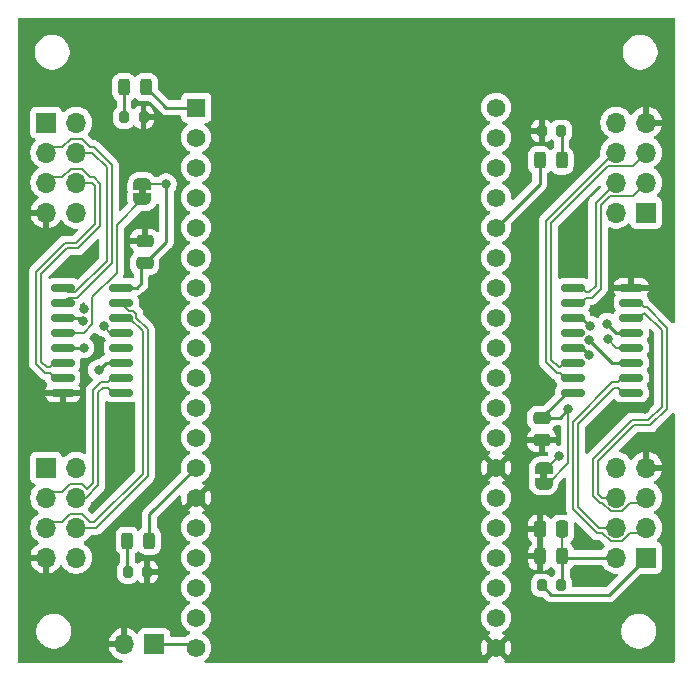
<source format=gbr>
%TF.GenerationSoftware,KiCad,Pcbnew,9.0.0*%
%TF.CreationDate,2025-02-22T16:31:38-08:00*%
%TF.ProjectId,TouchDRO,546f7563-6844-4524-9f2e-6b696361645f,0.1*%
%TF.SameCoordinates,Original*%
%TF.FileFunction,Copper,L1,Top*%
%TF.FilePolarity,Positive*%
%FSLAX46Y46*%
G04 Gerber Fmt 4.6, Leading zero omitted, Abs format (unit mm)*
G04 Created by KiCad (PCBNEW 9.0.0) date 2025-02-22 16:31:38*
%MOMM*%
%LPD*%
G01*
G04 APERTURE LIST*
G04 Aperture macros list*
%AMRoundRect*
0 Rectangle with rounded corners*
0 $1 Rounding radius*
0 $2 $3 $4 $5 $6 $7 $8 $9 X,Y pos of 4 corners*
0 Add a 4 corners polygon primitive as box body*
4,1,4,$2,$3,$4,$5,$6,$7,$8,$9,$2,$3,0*
0 Add four circle primitives for the rounded corners*
1,1,$1+$1,$2,$3*
1,1,$1+$1,$4,$5*
1,1,$1+$1,$6,$7*
1,1,$1+$1,$8,$9*
0 Add four rect primitives between the rounded corners*
20,1,$1+$1,$2,$3,$4,$5,0*
20,1,$1+$1,$4,$5,$6,$7,0*
20,1,$1+$1,$6,$7,$8,$9,0*
20,1,$1+$1,$8,$9,$2,$3,0*%
%AMFreePoly0*
4,1,23,0.500000,-0.750000,0.000000,-0.750000,0.000000,-0.745722,-0.065263,-0.745722,-0.191342,-0.711940,-0.304381,-0.646677,-0.396677,-0.554381,-0.461940,-0.441342,-0.495722,-0.315263,-0.495722,-0.250000,-0.500000,-0.250000,-0.500000,0.250000,-0.495722,0.250000,-0.495722,0.315263,-0.461940,0.441342,-0.396677,0.554381,-0.304381,0.646677,-0.191342,0.711940,-0.065263,0.745722,0.000000,0.745722,
0.000000,0.750000,0.500000,0.750000,0.500000,-0.750000,0.500000,-0.750000,$1*%
%AMFreePoly1*
4,1,23,0.000000,0.745722,0.065263,0.745722,0.191342,0.711940,0.304381,0.646677,0.396677,0.554381,0.461940,0.441342,0.495722,0.315263,0.495722,0.250000,0.500000,0.250000,0.500000,-0.250000,0.495722,-0.250000,0.495722,-0.315263,0.461940,-0.441342,0.396677,-0.554381,0.304381,-0.646677,0.191342,-0.711940,0.065263,-0.745722,0.000000,-0.745722,0.000000,-0.750000,-0.500000,-0.750000,
-0.500000,0.750000,0.000000,0.750000,0.000000,0.745722,0.000000,0.745722,$1*%
G04 Aperture macros list end*
%TA.AperFunction,EtchedComponent*%
%ADD10C,0.000000*%
%TD*%
%TA.AperFunction,SMDPad,CuDef*%
%ADD11RoundRect,0.250000X-0.475000X0.250000X-0.475000X-0.250000X0.475000X-0.250000X0.475000X0.250000X0*%
%TD*%
%TA.AperFunction,SMDPad,CuDef*%
%ADD12RoundRect,0.243750X-0.243750X-0.456250X0.243750X-0.456250X0.243750X0.456250X-0.243750X0.456250X0*%
%TD*%
%TA.AperFunction,ComponentPad*%
%ADD13R,1.700000X1.700000*%
%TD*%
%TA.AperFunction,ComponentPad*%
%ADD14O,1.700000X1.700000*%
%TD*%
%TA.AperFunction,ComponentPad*%
%ADD15R,1.560000X1.560000*%
%TD*%
%TA.AperFunction,ComponentPad*%
%ADD16C,1.560000*%
%TD*%
%TA.AperFunction,SMDPad,CuDef*%
%ADD17RoundRect,0.200000X-0.200000X-0.275000X0.200000X-0.275000X0.200000X0.275000X-0.200000X0.275000X0*%
%TD*%
%TA.AperFunction,SMDPad,CuDef*%
%ADD18RoundRect,0.243750X0.243750X0.456250X-0.243750X0.456250X-0.243750X-0.456250X0.243750X-0.456250X0*%
%TD*%
%TA.AperFunction,SMDPad,CuDef*%
%ADD19RoundRect,0.250000X0.475000X-0.250000X0.475000X0.250000X-0.475000X0.250000X-0.475000X-0.250000X0*%
%TD*%
%TA.AperFunction,SMDPad,CuDef*%
%ADD20RoundRect,0.150000X-0.825000X-0.150000X0.825000X-0.150000X0.825000X0.150000X-0.825000X0.150000X0*%
%TD*%
%TA.AperFunction,SMDPad,CuDef*%
%ADD21RoundRect,0.150000X0.825000X0.150000X-0.825000X0.150000X-0.825000X-0.150000X0.825000X-0.150000X0*%
%TD*%
%TA.AperFunction,SMDPad,CuDef*%
%ADD22FreePoly0,90.000000*%
%TD*%
%TA.AperFunction,SMDPad,CuDef*%
%ADD23FreePoly1,90.000000*%
%TD*%
%TA.AperFunction,SMDPad,CuDef*%
%ADD24FreePoly0,270.000000*%
%TD*%
%TA.AperFunction,SMDPad,CuDef*%
%ADD25FreePoly1,270.000000*%
%TD*%
%TA.AperFunction,SMDPad,CuDef*%
%ADD26RoundRect,0.200000X0.200000X0.275000X-0.200000X0.275000X-0.200000X-0.275000X0.200000X-0.275000X0*%
%TD*%
%TA.AperFunction,SMDPad,CuDef*%
%ADD27RoundRect,0.250000X-0.250000X-0.475000X0.250000X-0.475000X0.250000X0.475000X-0.250000X0.475000X0*%
%TD*%
%TA.AperFunction,ViaPad*%
%ADD28C,0.800000*%
%TD*%
%TA.AperFunction,Conductor*%
%ADD29C,0.250000*%
%TD*%
%TA.AperFunction,Conductor*%
%ADD30C,0.200000*%
%TD*%
G04 APERTURE END LIST*
D10*
%TA.AperFunction,EtchedComponent*%
%TO.C,R5*%
G36*
X90673200Y-77150800D02*
G01*
X90073200Y-77150800D01*
X90073200Y-76650800D01*
X90673200Y-76650800D01*
X90673200Y-77150800D01*
G37*
%TD.AperFunction*%
%TA.AperFunction,EtchedComponent*%
%TO.C,R7*%
G36*
X56688000Y-53097000D02*
G01*
X56088000Y-53097000D01*
X56088000Y-52597000D01*
X56688000Y-52597000D01*
X56688000Y-53097000D01*
G37*
%TD.AperFunction*%
%TD*%
D11*
%TO.P,C1,1*%
%TO.N,+3V3*%
X90220800Y-71998800D03*
%TO.P,C1,2*%
%TO.N,GND*%
X90220800Y-73898800D03*
%TD*%
D12*
%TO.P,D3,1,K*%
%TO.N,Net-(D3-K)*%
X54840900Y-43992800D03*
%TO.P,D3,2,A*%
%TO.N,+3V3*%
X56715900Y-43992800D03*
%TD*%
%TO.P,D1,1,K*%
%TO.N,Net-(D1-K)*%
X55122600Y-82397600D03*
%TO.P,D1,2,A*%
%TO.N,Net-(D1-A)*%
X56997600Y-82397600D03*
%TD*%
D13*
%TO.P,J4,1,Pin_1*%
%TO.N,+5V*%
X99060000Y-54610000D03*
D14*
%TO.P,J4,2,Pin_2*%
%TO.N,+2V5*%
X96520000Y-54610000D03*
%TO.P,J4,3,Pin_3*%
%TO.N,/WA+*%
X99060000Y-52070000D03*
%TO.P,J4,4,Pin_4*%
%TO.N,/WA-*%
X96520000Y-52070000D03*
%TO.P,J4,5,Pin_5*%
%TO.N,/WB+*%
X99060000Y-49530000D03*
%TO.P,J4,6,Pin_6*%
%TO.N,/WB-*%
X96520000Y-49530000D03*
%TO.P,J4,7,Pin_7*%
%TO.N,GND*%
X99060000Y-46990000D03*
%TO.P,J4,8,Pin_8*%
%TO.N,+2V5*%
X96520000Y-46990000D03*
%TD*%
D15*
%TO.P,ESP32,1,3.3V*%
%TO.N,+3V3*%
X60960000Y-45720000D03*
D16*
%TO.P,ESP32,2,EN_RST*%
%TO.N,unconnected-(ESP32-EN_RST-Pad2)*%
X60960000Y-48260000D03*
%TO.P,ESP32,3,GPI36*%
%TO.N,unconnected-(ESP32-GPI36-Pad3)*%
X60960000Y-50800000D03*
%TO.P,ESP32,4,GPI39*%
%TO.N,unconnected-(ESP32-GPI39-Pad4)*%
X60960000Y-53340000D03*
%TO.P,ESP32,5,GPI34*%
%TO.N,unconnected-(ESP32-GPI34-Pad5)*%
X60960000Y-55880000D03*
%TO.P,ESP32,6,GPI35*%
%TO.N,unconnected-(ESP32-GPI35-Pad6)*%
X60960000Y-58420000D03*
%TO.P,ESP32,7,GPIO32*%
%TO.N,unconnected-(ESP32-GPIO32-Pad7)*%
X60960000Y-60960000D03*
%TO.P,ESP32,8,GPIO33*%
%TO.N,unconnected-(ESP32-GPIO33-Pad8)*%
X60960000Y-63500000D03*
%TO.P,ESP32,9,GPIO25*%
%TO.N,/XA*%
X60960000Y-66040000D03*
%TO.P,ESP32,10,GPIO26*%
%TO.N,/XB*%
X60960000Y-68580000D03*
%TO.P,ESP32,11,GPIO27*%
%TO.N,/YA*%
X60960000Y-71120000D03*
%TO.P,ESP32,12,GPIO14*%
%TO.N,unconnected-(ESP32-GPIO14-Pad12)*%
X60960000Y-73660000D03*
%TO.P,ESP32,13,GPIO12*%
%TO.N,Net-(D1-A)*%
X60960000Y-76200000D03*
%TO.P,ESP32,14,GND*%
%TO.N,GND*%
X60960000Y-78740000D03*
%TO.P,ESP32,15,GPIO13*%
%TO.N,unconnected-(ESP32-GPIO13-Pad15)*%
X60960000Y-81280000D03*
%TO.P,ESP32,16,GPIO9*%
%TO.N,unconnected-(ESP32-GPIO9-Pad16)*%
X60960000Y-83820000D03*
%TO.P,ESP32,17,GPIO10*%
%TO.N,unconnected-(ESP32-GPIO10-Pad17)*%
X60960000Y-86360000D03*
%TO.P,ESP32,18,GPIO11*%
%TO.N,unconnected-(ESP32-GPIO11-Pad18)*%
X60960000Y-88900000D03*
%TO.P,ESP32,19,5V*%
%TO.N,+5V*%
X60960000Y-91440000D03*
%TO.P,ESP32,20,GPIO6*%
%TO.N,unconnected-(ESP32-GPIO6-Pad20)*%
X86360000Y-45720000D03*
%TO.P,ESP32,21,GPIO7*%
%TO.N,unconnected-(ESP32-GPIO7-Pad21)*%
X86360000Y-48260000D03*
%TO.P,ESP32,22,GPIO8*%
%TO.N,unconnected-(ESP32-GPIO8-Pad22)*%
X86360000Y-50800000D03*
%TO.P,ESP32,23,GPIO15*%
%TO.N,unconnected-(ESP32-GPIO15-Pad23)*%
X86360000Y-53340000D03*
%TO.P,ESP32,24,GPIO2*%
%TO.N,Net-(D2-A)*%
X86360000Y-55880000D03*
%TO.P,ESP32,25,GPIO0*%
%TO.N,unconnected-(ESP32-GPIO0-Pad25)*%
X86360000Y-58420000D03*
%TO.P,ESP32,26,GPIO4*%
%TO.N,/YB*%
X86360000Y-60960000D03*
%TO.P,ESP32,27,GPIO16*%
%TO.N,/ZB*%
X86360000Y-63500000D03*
%TO.P,ESP32,28,GPIO17*%
%TO.N,/ZA*%
X86360000Y-66040000D03*
%TO.P,ESP32,29,GPIO5*%
%TO.N,unconnected-(ESP32-GPIO5-Pad29)*%
X86360000Y-68580000D03*
%TO.P,ESP32,30,GPIO18*%
%TO.N,/WB*%
X86360000Y-71120000D03*
%TO.P,ESP32,31,GPIO19*%
%TO.N,/WA*%
X86360000Y-73660000D03*
%TO.P,ESP32,32,GND*%
%TO.N,GND*%
X86360000Y-76200000D03*
%TO.P,ESP32,33,GPIO21*%
%TO.N,unconnected-(ESP32-GPIO21-Pad33)*%
X86360000Y-78740000D03*
%TO.P,ESP32,34,GPIO3*%
%TO.N,unconnected-(ESP32-GPIO3-Pad34)*%
X86360000Y-81280000D03*
%TO.P,ESP32,35,GPIO1*%
%TO.N,unconnected-(ESP32-GPIO1-Pad35)*%
X86360000Y-83820000D03*
%TO.P,ESP32,36,GPIO22*%
%TO.N,unconnected-(ESP32-GPIO22-Pad36)*%
X86360000Y-86360000D03*
%TO.P,ESP32,37,GPIO23*%
%TO.N,unconnected-(ESP32-GPIO23-Pad37)*%
X86360000Y-88900000D03*
%TO.P,ESP32,38,GND*%
%TO.N,GND*%
X86360000Y-91440000D03*
%TD*%
D17*
%TO.P,R3,1*%
%TO.N,Net-(D3-K)*%
X54851800Y-46532800D03*
%TO.P,R3,2*%
%TO.N,GND*%
X56501800Y-46532800D03*
%TD*%
D13*
%TO.P,J1,1,Pin_1*%
%TO.N,+5V*%
X48260000Y-46990000D03*
D14*
%TO.P,J1,2,Pin_2*%
%TO.N,+2V5*%
X50800000Y-46990000D03*
%TO.P,J1,3,Pin_3*%
%TO.N,/XA+*%
X48260000Y-49530000D03*
%TO.P,J1,4,Pin_4*%
%TO.N,/XA-*%
X50800000Y-49530000D03*
%TO.P,J1,5,Pin_5*%
%TO.N,/XB+*%
X48260000Y-52070000D03*
%TO.P,J1,6,Pin_6*%
%TO.N,/XB-*%
X50800000Y-52070000D03*
%TO.P,J1,7,Pin_7*%
%TO.N,GND*%
X48260000Y-54610000D03*
%TO.P,J1,8,Pin_8*%
%TO.N,+2V5*%
X50800000Y-54610000D03*
%TD*%
D18*
%TO.P,D2,1,K*%
%TO.N,Net-(D2-K)*%
X91920300Y-50190400D03*
%TO.P,D2,2,A*%
%TO.N,Net-(D2-A)*%
X90045300Y-50190400D03*
%TD*%
D19*
%TO.P,C3,1*%
%TO.N,+3V3*%
X56591200Y-58912800D03*
%TO.P,C3,2*%
%TO.N,GND*%
X56591200Y-57012800D03*
%TD*%
D13*
%TO.P,J2,1,Pin_1*%
%TO.N,+5V*%
X48255000Y-76210000D03*
D14*
%TO.P,J2,2,Pin_2*%
%TO.N,+2V5*%
X50795000Y-76210000D03*
%TO.P,J2,3,Pin_3*%
%TO.N,/YA+*%
X48255000Y-78750000D03*
%TO.P,J2,4,Pin_4*%
%TO.N,/YA-*%
X50795000Y-78750000D03*
%TO.P,J2,5,Pin_5*%
%TO.N,/YB+*%
X48255000Y-81290000D03*
%TO.P,J2,6,Pin_6*%
%TO.N,/YB-*%
X50795000Y-81290000D03*
%TO.P,J2,7,Pin_7*%
%TO.N,GND*%
X48255000Y-83830000D03*
%TO.P,J2,8,Pin_8*%
%TO.N,+2V5*%
X50795000Y-83830000D03*
%TD*%
D20*
%TO.P,U2,1,1B*%
%TO.N,/XA-*%
X49660000Y-60960000D03*
%TO.P,U2,2,1A*%
%TO.N,/XA+*%
X49660000Y-62230000D03*
%TO.P,U2,3,1Y*%
%TO.N,/XA*%
X49660000Y-63500000D03*
%TO.P,U2,4,G*%
%TO.N,/XYEN*%
X49660000Y-64770000D03*
%TO.P,U2,5,2Y*%
%TO.N,/XB*%
X49660000Y-66040000D03*
%TO.P,U2,6,2A*%
%TO.N,/XB+*%
X49660000Y-67310000D03*
%TO.P,U2,7,2B*%
%TO.N,/XB-*%
X49660000Y-68580000D03*
%TO.P,U2,8,GND*%
%TO.N,GND*%
X49660000Y-69850000D03*
%TO.P,U2,9,3B*%
%TO.N,/YA-*%
X54610000Y-69850000D03*
%TO.P,U2,10,3A*%
%TO.N,/YA+*%
X54610000Y-68580000D03*
%TO.P,U2,11,3Y*%
%TO.N,/YA*%
X54610000Y-67310000D03*
%TO.P,U2,12,~{G}*%
%TO.N,unconnected-(U2-~{G}-Pad12)*%
X54610000Y-66040000D03*
%TO.P,U2,13,4Y*%
%TO.N,/YB*%
X54610000Y-64770000D03*
%TO.P,U2,14,4A*%
%TO.N,/YB+*%
X54610000Y-63500000D03*
%TO.P,U2,15,4B*%
%TO.N,/YB-*%
X54610000Y-62230000D03*
%TO.P,U2,16,VDD*%
%TO.N,+3V3*%
X54610000Y-60960000D03*
%TD*%
D21*
%TO.P,U3,1,1B*%
%TO.N,/ZA-*%
X97790000Y-69850000D03*
%TO.P,U3,2,1A*%
%TO.N,/ZA+*%
X97790000Y-68580000D03*
%TO.P,U3,3,1Y*%
%TO.N,/ZA*%
X97790000Y-67310000D03*
%TO.P,U3,4,G*%
%TO.N,/ZWEN*%
X97790000Y-66040000D03*
%TO.P,U3,5,2Y*%
%TO.N,/ZB*%
X97790000Y-64770000D03*
%TO.P,U3,6,2A*%
%TO.N,/ZB+*%
X97790000Y-63500000D03*
%TO.P,U3,7,2B*%
%TO.N,/ZB-*%
X97790000Y-62230000D03*
%TO.P,U3,8,GND*%
%TO.N,GND*%
X97790000Y-60960000D03*
%TO.P,U3,9,3B*%
%TO.N,/WA-*%
X92840000Y-60960000D03*
%TO.P,U3,10,3A*%
%TO.N,/WA+*%
X92840000Y-62230000D03*
%TO.P,U3,11,3Y*%
%TO.N,/WA*%
X92840000Y-63500000D03*
%TO.P,U3,12,~{G}*%
%TO.N,unconnected-(U3-~{G}-Pad12)*%
X92840000Y-64770000D03*
%TO.P,U3,13,4Y*%
%TO.N,/WB*%
X92840000Y-66040000D03*
%TO.P,U3,14,4A*%
%TO.N,/WB+*%
X92840000Y-67310000D03*
%TO.P,U3,15,4B*%
%TO.N,/WB-*%
X92840000Y-68580000D03*
%TO.P,U3,16,VDD*%
%TO.N,+3V3*%
X92840000Y-69850000D03*
%TD*%
D22*
%TO.P,R5,1*%
%TO.N,+3V3*%
X90373200Y-77550800D03*
D23*
%TO.P,R5,2*%
%TO.N,/ZWEN*%
X90373200Y-76250800D03*
%TD*%
D13*
%TO.P,J5,1,Pin_1*%
%TO.N,+5V*%
X57409000Y-91135200D03*
D14*
%TO.P,J5,2,Pin_2*%
%TO.N,GND*%
X54869000Y-91135200D03*
%TD*%
D13*
%TO.P,J3,1,Pin_1*%
%TO.N,+5V*%
X99060000Y-83820000D03*
D14*
%TO.P,J3,2,Pin_2*%
%TO.N,+2V5*%
X96520000Y-83820000D03*
%TO.P,J3,3,Pin_3*%
%TO.N,/ZA+*%
X99060000Y-81280000D03*
%TO.P,J3,4,Pin_4*%
%TO.N,/ZA-*%
X96520000Y-81280000D03*
%TO.P,J3,5,Pin_5*%
%TO.N,/ZB+*%
X99060000Y-78740000D03*
%TO.P,J3,6,Pin_6*%
%TO.N,/ZB-*%
X96520000Y-78740000D03*
%TO.P,J3,7,Pin_7*%
%TO.N,GND*%
X99060000Y-76200000D03*
%TO.P,J3,8,Pin_8*%
%TO.N,+2V5*%
X96520000Y-76200000D03*
%TD*%
D24*
%TO.P,R7,1*%
%TO.N,+3V3*%
X56388000Y-52197000D03*
D25*
%TO.P,R7,2*%
%TO.N,/XYEN*%
X56388000Y-53497000D03*
%TD*%
D26*
%TO.P,R2,1*%
%TO.N,Net-(D2-K)*%
X91858600Y-47701200D03*
%TO.P,R2,2*%
%TO.N,GND*%
X90208600Y-47701200D03*
%TD*%
D17*
%TO.P,R1,1*%
%TO.N,Net-(D1-K)*%
X55168800Y-85039200D03*
%TO.P,R1,2*%
%TO.N,GND*%
X56818800Y-85039200D03*
%TD*%
D18*
%TO.P,D4,1,K*%
%TO.N,+2V5*%
X91958900Y-83718400D03*
%TO.P,D4,2,A*%
%TO.N,GND*%
X90083900Y-83718400D03*
%TD*%
D27*
%TO.P,C2,1*%
%TO.N,GND*%
X90048000Y-81407000D03*
%TO.P,C2,2*%
%TO.N,+2V5*%
X91948000Y-81407000D03*
%TD*%
D17*
%TO.P,R4,1*%
%TO.N,+5V*%
X90208600Y-86156800D03*
%TO.P,R4,2*%
%TO.N,+2V5*%
X91858600Y-86156800D03*
%TD*%
D28*
%TO.N,GND*%
X92329000Y-56007000D03*
X99060000Y-57277000D03*
X88519000Y-69850000D03*
X55245000Y-57912000D03*
X84328000Y-45720000D03*
X94742000Y-73279000D03*
X47117000Y-85725000D03*
X98933000Y-71247000D03*
X100584000Y-86360000D03*
X58674000Y-40767000D03*
X53467000Y-83820000D03*
X62992000Y-45720000D03*
X46863000Y-44577000D03*
X88519000Y-91948000D03*
X100584000Y-44577000D03*
X50444400Y-59232800D03*
X91694000Y-52197000D03*
X51562000Y-68707000D03*
X51054000Y-73787000D03*
X48260000Y-73787000D03*
X92329000Y-43942000D03*
X56007000Y-55499000D03*
X58420000Y-61341000D03*
X88519000Y-55753000D03*
X49530000Y-85725000D03*
X62484000Y-80010000D03*
X84455000Y-91948000D03*
X46990000Y-53340000D03*
X58674000Y-38989000D03*
X62865000Y-91948000D03*
X88646000Y-38989000D03*
X58547000Y-86868000D03*
X84328000Y-58420000D03*
X58420000Y-69850000D03*
X88519000Y-75057000D03*
X98552000Y-73787000D03*
X47117000Y-56769000D03*
X88519000Y-63881000D03*
X62992000Y-61341000D03*
X58420000Y-67310000D03*
X51435000Y-62738000D03*
X88519000Y-66167000D03*
X54610000Y-72390000D03*
X58420000Y-72517000D03*
X62484000Y-77597000D03*
X46990000Y-82550000D03*
X88646000Y-40894000D03*
X54610000Y-76200000D03*
X96774000Y-43942000D03*
X62992000Y-58420000D03*
X88646000Y-43942000D03*
X52451000Y-92075000D03*
X57277000Y-55499000D03*
X84836000Y-77343000D03*
X58420000Y-64770000D03*
X88519000Y-79375000D03*
X58420000Y-76708000D03*
X88519000Y-51689000D03*
X47879000Y-57531000D03*
X84455000Y-89916000D03*
X58420000Y-58674000D03*
X48768000Y-44577000D03*
X93599000Y-85217000D03*
X87884000Y-72390000D03*
X93599000Y-82296000D03*
X84328000Y-61214000D03*
X84836000Y-74676000D03*
X52070000Y-85725000D03*
X88493600Y-61315600D03*
X58547000Y-80518000D03*
X100203000Y-73787000D03*
%TO.N,+3V3*%
X92456000Y-71272400D03*
X58420000Y-52197000D03*
%TO.N,/XA*%
X51409600Y-63804800D03*
%TO.N,/XB*%
X51435000Y-66040000D03*
%TO.N,/YA*%
X52705000Y-67945000D03*
%TO.N,/YB*%
X53136800Y-64211200D03*
%TO.N,/ZB*%
X95758000Y-64008000D03*
%TO.N,/ZA*%
X94238059Y-65406933D03*
%TO.N,/WA*%
X94299382Y-64220863D03*
%TO.N,/WB*%
X94198981Y-66634057D03*
%TO.N,/ZWEN*%
X95834200Y-65303400D03*
X91643200Y-75234800D03*
%TD*%
D29*
%TO.N,+3V3*%
X56591200Y-58912800D02*
X58420000Y-57084000D01*
X56286400Y-60604400D02*
X56286400Y-59217600D01*
D30*
X90747464Y-77550800D02*
X92456000Y-75842264D01*
D29*
X56286400Y-59217600D02*
X56591200Y-58912800D01*
D30*
X90373200Y-77550800D02*
X90747464Y-77550800D01*
X56388000Y-52197000D02*
X58420000Y-52197000D01*
X92456000Y-75842264D02*
X92456000Y-71272400D01*
D29*
X58443100Y-45720000D02*
X60960000Y-45720000D01*
X56715900Y-43992800D02*
X58443100Y-45720000D01*
X91729600Y-71998800D02*
X92456000Y-71272400D01*
X92318800Y-69850000D02*
X90576400Y-71592400D01*
X55930800Y-60960000D02*
X56286400Y-60604400D01*
X92840000Y-69850000D02*
X92318800Y-69850000D01*
X90220800Y-71998800D02*
X91729600Y-71998800D01*
X58420000Y-57084000D02*
X58420000Y-52197000D01*
X54610000Y-60960000D02*
X55930800Y-60960000D01*
%TO.N,Net-(D1-K)*%
X55122600Y-84993000D02*
X55168800Y-85039200D01*
X55122600Y-82397600D02*
X55122600Y-84993000D01*
%TO.N,Net-(D1-A)*%
X56997600Y-80162400D02*
X56997600Y-82397600D01*
X60960000Y-76200000D02*
X56997600Y-80162400D01*
%TO.N,Net-(D2-K)*%
X91920300Y-47762900D02*
X91858600Y-47701200D01*
X91920300Y-50190400D02*
X91920300Y-47762900D01*
%TO.N,Net-(D2-A)*%
X90045300Y-50190400D02*
X90045300Y-52194700D01*
X90045300Y-52194700D02*
X86360000Y-55880000D01*
%TO.N,Net-(D3-K)*%
X54840900Y-43992800D02*
X54840900Y-46521900D01*
X54840900Y-46521900D02*
X54851800Y-46532800D01*
%TO.N,+5V*%
X91008600Y-86956800D02*
X95923200Y-86956800D01*
X57409000Y-91135200D02*
X60655200Y-91135200D01*
X60655200Y-91135200D02*
X60960000Y-91440000D01*
X95923200Y-86956800D02*
X99060000Y-83820000D01*
X90208600Y-86156800D02*
X91008600Y-86956800D01*
D30*
%TO.N,+2V5*%
X91948000Y-81407000D02*
X91948000Y-83707500D01*
D29*
X92060500Y-83820000D02*
X96520000Y-83820000D01*
X91958900Y-83718400D02*
X92060500Y-83820000D01*
X91958900Y-83718400D02*
X91958900Y-86056500D01*
D30*
X91948000Y-83707500D02*
X91958900Y-83718400D01*
D29*
X91958900Y-86056500D02*
X91858600Y-86156800D01*
D30*
%TO.N,/XB-*%
X47400000Y-67403200D02*
X48166800Y-68170000D01*
X52403800Y-52341000D02*
X52403800Y-55532800D01*
X48575000Y-68170000D02*
X48985000Y-68580000D01*
X50757600Y-57179000D02*
X49817800Y-57179000D01*
X48985000Y-68580000D02*
X49660000Y-68580000D01*
X50800000Y-52070000D02*
X52132800Y-52070000D01*
X52132800Y-52070000D02*
X52403800Y-52341000D01*
X48166800Y-68170000D02*
X48575000Y-68170000D01*
X47400000Y-59596800D02*
X47400000Y-67403200D01*
X49817800Y-57179000D02*
X47400000Y-59596800D01*
X52403800Y-55532800D02*
X50757600Y-57179000D01*
%TO.N,/XB+*%
X52319200Y-51620000D02*
X52853800Y-52154600D01*
X49623654Y-51620000D02*
X50323654Y-50920000D01*
X50323654Y-50920000D02*
X51276346Y-50920000D01*
X50944000Y-57629000D02*
X50004200Y-57629000D01*
X51276346Y-50920000D02*
X51976346Y-51620000D01*
X50004200Y-57629000D02*
X47850000Y-59783200D01*
X47850000Y-67216800D02*
X48353200Y-67720000D01*
X48260000Y-52070000D02*
X48710000Y-51620000D01*
X52853800Y-55719200D02*
X50944000Y-57629000D01*
X51976346Y-51620000D02*
X52319200Y-51620000D01*
X48710000Y-51620000D02*
X49623654Y-51620000D01*
X48353200Y-67720000D02*
X48575000Y-67720000D01*
X52853800Y-52154600D02*
X52853800Y-55719200D01*
X48575000Y-67720000D02*
X48985000Y-67310000D01*
X48985000Y-67310000D02*
X49660000Y-67310000D01*
X47850000Y-59783200D02*
X47850000Y-67216800D01*
%TO.N,/XA-*%
X53369000Y-58707800D02*
X53369000Y-50766200D01*
X50706801Y-61369999D02*
X53369000Y-58707800D01*
X53369000Y-50766200D02*
X52132800Y-49530000D01*
X52132800Y-49530000D02*
X50800000Y-49530000D01*
X49660000Y-60960000D02*
X50069999Y-61369999D01*
X50069999Y-61369999D02*
X50706801Y-61369999D01*
%TO.N,/XA+*%
X50069999Y-61820001D02*
X50893199Y-61820001D01*
X50323654Y-48380000D02*
X49623654Y-49080000D01*
X51276346Y-48380000D02*
X50323654Y-48380000D01*
X48710000Y-49080000D02*
X48260000Y-49530000D01*
X50893199Y-61820001D02*
X53819000Y-58894200D01*
X52319200Y-49080000D02*
X51976346Y-49080000D01*
X53819000Y-58894200D02*
X53819000Y-50579800D01*
X49623654Y-49080000D02*
X48710000Y-49080000D01*
X53819000Y-50579800D02*
X52319200Y-49080000D01*
X51976346Y-49080000D02*
X51276346Y-48380000D01*
X49660000Y-62230000D02*
X50069999Y-61820001D01*
%TO.N,/YB-*%
X55885000Y-63163604D02*
X55621396Y-62900000D01*
X55885000Y-63505000D02*
X55885000Y-63163604D01*
X50795000Y-81290000D02*
X52505200Y-81290000D01*
X55621396Y-62900000D02*
X55280000Y-62900000D01*
X52505200Y-81290000D02*
X56867000Y-76928200D01*
X56867000Y-64487000D02*
X55885000Y-63505000D01*
X55280000Y-62900000D02*
X54610000Y-62230000D01*
X56867000Y-64487000D02*
X56867000Y-76928200D01*
%TO.N,/YB+*%
X49618654Y-80840000D02*
X50318654Y-80140000D01*
X51971346Y-80840000D02*
X52318800Y-80840000D01*
X56417000Y-64673397D02*
X56417000Y-76741800D01*
X51271346Y-80140000D02*
X51971346Y-80840000D01*
X52318800Y-80840000D02*
X56417000Y-76741800D01*
X48705000Y-80840000D02*
X49618654Y-80840000D01*
X50318654Y-80140000D02*
X51271346Y-80140000D01*
X55243603Y-63500000D02*
X54610000Y-63500000D01*
X48255000Y-81290000D02*
X48705000Y-80840000D01*
X56417000Y-64673397D02*
X55243603Y-63500000D01*
%TO.N,/YA-*%
X50795000Y-78750000D02*
X51616200Y-78750000D01*
X53935000Y-69850000D02*
X54610000Y-69850000D01*
X53051287Y-69440000D02*
X53525000Y-69440000D01*
X53525000Y-69440000D02*
X53935000Y-69850000D01*
X52676000Y-69815287D02*
X53051287Y-69440000D01*
X51616200Y-78750000D02*
X52676000Y-77690200D01*
X52676000Y-77690200D02*
X52676000Y-69815287D01*
%TO.N,/YA+*%
X52864887Y-68990000D02*
X53525000Y-68990000D01*
X53525000Y-68990000D02*
X53935000Y-68580000D01*
X48705000Y-78300000D02*
X49618654Y-78300000D01*
X53935000Y-68580000D02*
X54610000Y-68580000D01*
X52226000Y-69628887D02*
X52864887Y-68990000D01*
X49618654Y-78300000D02*
X50318654Y-77600000D01*
X52226000Y-77503800D02*
X52226000Y-69628887D01*
X51700573Y-78029227D02*
X52226000Y-77503800D01*
X50318654Y-77600000D02*
X51271346Y-77600000D01*
X51271346Y-77600000D02*
X51700573Y-78029227D01*
X48255000Y-78750000D02*
X48705000Y-78300000D01*
D29*
%TO.N,/XA*%
X49660000Y-63500000D02*
X51104800Y-63500000D01*
X51104800Y-63500000D02*
X51409600Y-63804800D01*
%TO.N,/XB*%
X49660000Y-66040000D02*
X51435000Y-66040000D01*
%TO.N,/YA*%
X54610000Y-67310000D02*
X53340000Y-67310000D01*
X53340000Y-67310000D02*
X52705000Y-67945000D01*
D30*
%TO.N,/YB*%
X54610000Y-64770000D02*
X53695600Y-64770000D01*
X53695600Y-64770000D02*
X53136800Y-64211200D01*
D29*
%TO.N,/ZB*%
X97790000Y-64770000D02*
X96520000Y-64770000D01*
X96520000Y-64770000D02*
X95758000Y-64008000D01*
%TO.N,/ZA*%
X97790000Y-67310000D02*
X96141126Y-67310000D01*
X96141126Y-67310000D02*
X94238059Y-65406933D01*
%TO.N,/WA*%
X94299382Y-64220863D02*
X93578519Y-63500000D01*
X93578519Y-63500000D02*
X92840000Y-63500000D01*
%TO.N,/WB*%
X92840000Y-66040000D02*
X93604924Y-66040000D01*
X93604924Y-66040000D02*
X94198981Y-66634057D01*
D30*
%TO.N,/ZA+*%
X97696346Y-81730000D02*
X98610000Y-81730000D01*
X97790000Y-68580000D02*
X97115000Y-68580000D01*
X94873800Y-81730000D02*
X95343654Y-81730000D01*
X92866000Y-72309793D02*
X92866000Y-79722200D01*
X97115000Y-68580000D02*
X96705000Y-68990000D01*
X92866000Y-79722200D02*
X94873800Y-81730000D01*
X98610000Y-81730000D02*
X99060000Y-81280000D01*
X96705000Y-68990000D02*
X96185793Y-68990000D01*
X96996346Y-82430000D02*
X97696346Y-81730000D01*
X96043654Y-82430000D02*
X96996346Y-82430000D01*
X95343654Y-81730000D02*
X96043654Y-82430000D01*
X96185793Y-68990000D02*
X92866000Y-72309793D01*
%TO.N,/ZA-*%
X97115000Y-69850000D02*
X96705000Y-69440000D01*
X93316000Y-72496193D02*
X93316000Y-79535800D01*
X96705000Y-69440000D02*
X96372193Y-69440000D01*
X93316000Y-79535800D02*
X95060200Y-81280000D01*
X97790000Y-69850000D02*
X97115000Y-69850000D01*
X95060200Y-81280000D02*
X96520000Y-81280000D01*
X96372193Y-69440000D02*
X93316000Y-72496193D01*
%TO.N,/ZB+*%
X97696346Y-79190000D02*
X96996346Y-79890000D01*
X97823800Y-72165000D02*
X99220800Y-72165000D01*
X98875000Y-63090000D02*
X98465000Y-63500000D01*
X95127800Y-79190000D02*
X94517000Y-78579200D01*
X97823800Y-72165000D02*
X94517000Y-75471800D01*
X96043654Y-79890000D02*
X95343654Y-79190000D01*
X96996346Y-79890000D02*
X96043654Y-79890000D01*
X99060000Y-78740000D02*
X98610000Y-79190000D01*
X100359000Y-64534200D02*
X98914800Y-63090000D01*
X99220800Y-72165000D02*
X100359000Y-71026800D01*
X100359000Y-71026800D02*
X100359000Y-64534200D01*
X95343654Y-79190000D02*
X95127800Y-79190000D01*
X98610000Y-79190000D02*
X97696346Y-79190000D01*
X98914800Y-63090000D02*
X98875000Y-63090000D01*
X94517000Y-78579200D02*
X94517000Y-75471800D01*
X98465000Y-63500000D02*
X97790000Y-63500000D01*
%TO.N,/ZB-*%
X98010200Y-72615000D02*
X99407200Y-72615000D01*
X99101200Y-62640000D02*
X98875000Y-62640000D01*
X100809000Y-71213200D02*
X100809000Y-64347800D01*
X100809000Y-64347800D02*
X99101200Y-62640000D01*
X96520000Y-78740000D02*
X95314200Y-78740000D01*
X98010200Y-72615000D02*
X94967000Y-75658200D01*
X94967000Y-78392800D02*
X94967000Y-75658200D01*
X99407200Y-72615000D02*
X100809000Y-71213200D01*
X95314200Y-78740000D02*
X94967000Y-78392800D01*
X98875000Y-62640000D02*
X98465000Y-62230000D01*
X98465000Y-62230000D02*
X97790000Y-62230000D01*
%TO.N,/WB-*%
X90580000Y-67276200D02*
X91473800Y-68170000D01*
X96520000Y-49530000D02*
X96328800Y-49530000D01*
X92165000Y-68580000D02*
X92840000Y-68580000D01*
X96328800Y-49530000D02*
X90580000Y-55278800D01*
X91755000Y-68170000D02*
X92165000Y-68580000D01*
X90580000Y-55278800D02*
X90580000Y-67276200D01*
X91473800Y-68170000D02*
X91755000Y-68170000D01*
%TO.N,/WB+*%
X92840000Y-67310000D02*
X92165000Y-67310000D01*
X91030000Y-55465200D02*
X95815200Y-50680000D01*
X92165000Y-67310000D02*
X91755000Y-67720000D01*
X97910000Y-50680000D02*
X99060000Y-49530000D01*
X91755000Y-67720000D02*
X91660200Y-67720000D01*
X91660200Y-67720000D02*
X91030000Y-67089800D01*
X95815200Y-50680000D02*
X97910000Y-50680000D01*
X91030000Y-67089800D02*
X91030000Y-55465200D01*
%TO.N,/WA-*%
X94257099Y-61370000D02*
X94771000Y-60856099D01*
X94771000Y-60856099D02*
X94771000Y-53772908D01*
X94817092Y-53772908D02*
X96520000Y-52070000D01*
X94771000Y-53772908D02*
X94817092Y-53772908D01*
X93515000Y-60960000D02*
X93925000Y-61370000D01*
X93925000Y-61370000D02*
X94257099Y-61370000D01*
X92840000Y-60960000D02*
X93515000Y-60960000D01*
%TO.N,/WA+*%
X93515000Y-62230000D02*
X93925000Y-61820000D01*
X97910000Y-53220000D02*
X99060000Y-52070000D01*
X95960308Y-53220000D02*
X97910000Y-53220000D01*
X95221000Y-53959308D02*
X95960308Y-53220000D01*
X95221000Y-61042499D02*
X95221000Y-53959308D01*
X92840000Y-62230000D02*
X93515000Y-62230000D01*
X94443499Y-61820000D02*
X95221000Y-61042499D01*
X93925000Y-61820000D02*
X94443499Y-61820000D01*
%TO.N,/ZWEN*%
X96528569Y-66040000D02*
X95834200Y-65345631D01*
X90627200Y-76250800D02*
X91643200Y-75234800D01*
X97790000Y-66040000D02*
X96528569Y-66040000D01*
X90373200Y-76250800D02*
X90627200Y-76250800D01*
X95834200Y-65345631D02*
X95834200Y-65303400D01*
%TO.N,/XYEN*%
X54219000Y-55666000D02*
X54219000Y-59700000D01*
X52135000Y-61784000D02*
X52135000Y-64069350D01*
X56388000Y-53497000D02*
X54219000Y-55666000D01*
X54219000Y-59700000D02*
X52135000Y-61784000D01*
X51434350Y-64770000D02*
X49660000Y-64770000D01*
X52135000Y-64069350D02*
X51434350Y-64770000D01*
%TD*%
%TA.AperFunction,Conductor*%
%TO.N,GND*%
G36*
X53463620Y-70565679D02*
G01*
X53524602Y-70601744D01*
X53537093Y-70605373D01*
X53682426Y-70647597D01*
X53682429Y-70647597D01*
X53682431Y-70647598D01*
X53719306Y-70650500D01*
X53719314Y-70650500D01*
X55500686Y-70650500D01*
X55500694Y-70650500D01*
X55537569Y-70647598D01*
X55537571Y-70647597D01*
X55537573Y-70647597D01*
X55657905Y-70612637D01*
X55727774Y-70612836D01*
X55786444Y-70650778D01*
X55815288Y-70714416D01*
X55816500Y-70731713D01*
X55816500Y-76441703D01*
X55796815Y-76508742D01*
X55780181Y-76529384D01*
X52232754Y-80076811D01*
X52171431Y-80110296D01*
X52101739Y-80105312D01*
X52057392Y-80076811D01*
X51805419Y-79824838D01*
X51771934Y-79763515D01*
X51776918Y-79693823D01*
X51805419Y-79649476D01*
X51825104Y-79629792D01*
X51825106Y-79629788D01*
X51825109Y-79629786D01*
X51950048Y-79457820D01*
X51950047Y-79457820D01*
X51950051Y-79457816D01*
X52046557Y-79268412D01*
X52049291Y-79260000D01*
X52085264Y-79149283D01*
X52115512Y-79099921D01*
X53156520Y-78058916D01*
X53235577Y-77921984D01*
X53276501Y-77769257D01*
X53276501Y-77611142D01*
X53276501Y-77603547D01*
X53276500Y-77603529D01*
X53276500Y-70672412D01*
X53296185Y-70605373D01*
X53348989Y-70559618D01*
X53418147Y-70549674D01*
X53463620Y-70565679D01*
G37*
%TD.AperFunction*%
%TA.AperFunction,Conductor*%
G36*
X51426287Y-62209146D02*
G01*
X51453834Y-62211116D01*
X51460085Y-62215796D01*
X51467749Y-62217304D01*
X51487662Y-62236440D01*
X51509767Y-62252988D01*
X51512496Y-62260304D01*
X51518128Y-62265717D01*
X51524534Y-62292581D01*
X51534184Y-62318452D01*
X51534500Y-62327298D01*
X51534500Y-62780300D01*
X51531949Y-62788985D01*
X51533238Y-62797947D01*
X51522259Y-62821987D01*
X51514815Y-62847339D01*
X51507974Y-62853266D01*
X51504213Y-62861503D01*
X51481978Y-62875792D01*
X51462011Y-62893094D01*
X51451496Y-62895381D01*
X51445435Y-62899277D01*
X51410500Y-62904300D01*
X51324644Y-62904300D01*
X51293243Y-62899642D01*
X51293227Y-62899726D01*
X51291530Y-62899388D01*
X51288648Y-62898961D01*
X51287252Y-62898537D01*
X51226829Y-62886518D01*
X51166410Y-62874500D01*
X51166407Y-62874500D01*
X51166406Y-62874500D01*
X51165692Y-62874500D01*
X51165330Y-62874393D01*
X51160346Y-62873903D01*
X51160439Y-62872957D01*
X51098653Y-62854815D01*
X51052898Y-62802011D01*
X51042954Y-62732853D01*
X51058959Y-62687380D01*
X51071715Y-62665810D01*
X51086744Y-62640398D01*
X51132598Y-62482569D01*
X51135500Y-62445694D01*
X51135500Y-62445097D01*
X51135526Y-62445006D01*
X51135595Y-62443266D01*
X51135690Y-62443269D01*
X51135691Y-62443267D01*
X51135761Y-62443272D01*
X51136032Y-62443283D01*
X51136430Y-62441928D01*
X51135664Y-62438715D01*
X51146209Y-62408625D01*
X51155185Y-62378058D01*
X51158005Y-62374967D01*
X51158773Y-62372777D01*
X51165863Y-62366357D01*
X51183228Y-62347329D01*
X51190025Y-62342025D01*
X51192802Y-62340423D01*
X51261915Y-62300521D01*
X51328215Y-62234220D01*
X51334228Y-62229530D01*
X51359904Y-62219366D01*
X51384142Y-62206132D01*
X51391932Y-62206689D01*
X51399194Y-62203815D01*
X51426287Y-62209146D01*
G37*
%TD.AperFunction*%
%TA.AperFunction,Conductor*%
G36*
X52687834Y-56836914D02*
G01*
X52743767Y-56878786D01*
X52768184Y-56944250D01*
X52768500Y-56953096D01*
X52768500Y-58407702D01*
X52748815Y-58474741D01*
X52732181Y-58495383D01*
X50985529Y-60242034D01*
X50924206Y-60275519D01*
X50854514Y-60270535D01*
X50834727Y-60261085D01*
X50830442Y-60258551D01*
X50745398Y-60208256D01*
X50745397Y-60208255D01*
X50745396Y-60208255D01*
X50745393Y-60208254D01*
X50587573Y-60162402D01*
X50587567Y-60162401D01*
X50550701Y-60159500D01*
X50550694Y-60159500D01*
X48769306Y-60159500D01*
X48769298Y-60159500D01*
X48732434Y-60162401D01*
X48614928Y-60196540D01*
X48545058Y-60196340D01*
X48486388Y-60158398D01*
X48457545Y-60094759D01*
X48467686Y-60025629D01*
X48492649Y-59989785D01*
X50216616Y-58265819D01*
X50277939Y-58232334D01*
X50304297Y-58229500D01*
X50857331Y-58229500D01*
X50857347Y-58229501D01*
X50864943Y-58229501D01*
X51023054Y-58229501D01*
X51023057Y-58229501D01*
X51175785Y-58188577D01*
X51225904Y-58159639D01*
X51312716Y-58109520D01*
X51424520Y-57997716D01*
X51424520Y-57997714D01*
X51434728Y-57987507D01*
X51434729Y-57987504D01*
X52556820Y-56865413D01*
X52618142Y-56831930D01*
X52687834Y-56836914D01*
G37*
%TD.AperFunction*%
%TA.AperFunction,Conductor*%
G36*
X57733774Y-53849179D02*
G01*
X57781384Y-53900317D01*
X57794500Y-53955821D01*
X57794500Y-56131077D01*
X57774815Y-56198116D01*
X57722011Y-56243871D01*
X57652853Y-56253815D01*
X57589297Y-56224790D01*
X57582819Y-56218758D01*
X57534545Y-56170484D01*
X57385324Y-56078443D01*
X57385319Y-56078441D01*
X57218897Y-56023294D01*
X57218890Y-56023293D01*
X57116186Y-56012800D01*
X56841200Y-56012800D01*
X56841200Y-56888800D01*
X56821515Y-56955839D01*
X56768711Y-57001594D01*
X56717200Y-57012800D01*
X56591200Y-57012800D01*
X56591200Y-57138800D01*
X56571515Y-57205839D01*
X56518711Y-57251594D01*
X56467200Y-57262800D01*
X55366201Y-57262800D01*
X55366201Y-57312786D01*
X55376694Y-57415497D01*
X55431841Y-57581919D01*
X55431843Y-57581924D01*
X55523884Y-57731145D01*
X55647855Y-57855116D01*
X55647859Y-57855119D01*
X55650856Y-57856968D01*
X55652479Y-57858772D01*
X55653523Y-57859598D01*
X55653381Y-57859776D01*
X55697581Y-57908916D01*
X55708802Y-57977879D01*
X55680959Y-58041961D01*
X55650861Y-58068041D01*
X55647549Y-58070083D01*
X55647543Y-58070088D01*
X55523489Y-58194142D01*
X55431387Y-58343463D01*
X55431386Y-58343466D01*
X55376201Y-58510003D01*
X55376201Y-58510004D01*
X55376200Y-58510004D01*
X55365700Y-58612783D01*
X55365700Y-59212801D01*
X55365701Y-59212819D01*
X55376200Y-59315596D01*
X55376201Y-59315599D01*
X55431385Y-59482131D01*
X55431387Y-59482136D01*
X55523489Y-59631457D01*
X55624581Y-59732549D01*
X55639284Y-59759476D01*
X55655877Y-59785295D01*
X55656768Y-59791495D01*
X55658066Y-59793872D01*
X55660900Y-59820230D01*
X55660900Y-60037965D01*
X55641215Y-60105004D01*
X55588411Y-60150759D01*
X55527175Y-60161583D01*
X55500709Y-60159500D01*
X55500694Y-60159500D01*
X54861880Y-60159500D01*
X54794841Y-60139815D01*
X54749086Y-60087011D01*
X54739142Y-60017853D01*
X54754493Y-59973499D01*
X54778576Y-59931786D01*
X54778577Y-59931785D01*
X54819500Y-59779057D01*
X54819500Y-59620943D01*
X54819500Y-56712813D01*
X55366200Y-56712813D01*
X55366200Y-56762800D01*
X56341200Y-56762800D01*
X56341200Y-56012800D01*
X56066229Y-56012800D01*
X56066212Y-56012801D01*
X55963502Y-56023294D01*
X55797080Y-56078441D01*
X55797075Y-56078443D01*
X55647854Y-56170484D01*
X55523884Y-56294454D01*
X55431843Y-56443675D01*
X55431841Y-56443680D01*
X55376694Y-56610102D01*
X55376693Y-56610109D01*
X55366200Y-56712813D01*
X54819500Y-56712813D01*
X54819500Y-55966097D01*
X54839185Y-55899058D01*
X54855819Y-55878416D01*
X56195416Y-54538819D01*
X56256739Y-54505334D01*
X56283097Y-54502500D01*
X56703819Y-54502500D01*
X56703826Y-54502500D01*
X56834662Y-54485275D01*
X56961829Y-54451200D01*
X57083743Y-54400701D01*
X57197757Y-54334875D01*
X57302449Y-54254541D01*
X57395541Y-54161449D01*
X57475875Y-54056757D01*
X57541701Y-53942743D01*
X57555940Y-53908366D01*
X57599780Y-53853965D01*
X57666074Y-53831900D01*
X57733774Y-53849179D01*
G37*
%TD.AperFunction*%
%TA.AperFunction,Conductor*%
G36*
X101415539Y-38119685D02*
G01*
X101461294Y-38172489D01*
X101472500Y-38224000D01*
X101472500Y-63862701D01*
X101466261Y-63883946D01*
X101464682Y-63906033D01*
X101456609Y-63916816D01*
X101452815Y-63929740D01*
X101436082Y-63944238D01*
X101422812Y-63961967D01*
X101410189Y-63966674D01*
X101400011Y-63975495D01*
X101378094Y-63978646D01*
X101357347Y-63986385D01*
X101344185Y-63983522D01*
X101330853Y-63985439D01*
X101310711Y-63976240D01*
X101289074Y-63971534D01*
X101271347Y-63958263D01*
X101267297Y-63956414D01*
X101260819Y-63950382D01*
X101240177Y-63929740D01*
X101194382Y-63883946D01*
X101177716Y-63867280D01*
X101177713Y-63867278D01*
X99588790Y-62278355D01*
X99588788Y-62278352D01*
X99469917Y-62159481D01*
X99469916Y-62159480D01*
X99447756Y-62146686D01*
X99383278Y-62109460D01*
X99383179Y-62109403D01*
X99383104Y-62109360D01*
X99332985Y-62080423D01*
X99332214Y-62080216D01*
X99324637Y-62075877D01*
X99305696Y-62056150D01*
X99284397Y-62038983D01*
X99281551Y-62031004D01*
X99276245Y-62025479D01*
X99272161Y-62004683D01*
X99264607Y-61983507D01*
X99263737Y-61983667D01*
X99262764Y-61978340D01*
X99262643Y-61978001D01*
X99262598Y-61977432D01*
X99262597Y-61977426D01*
X99216745Y-61819606D01*
X99216744Y-61819603D01*
X99216744Y-61819602D01*
X99133081Y-61678135D01*
X99133078Y-61678132D01*
X99128298Y-61671969D01*
X99130635Y-61670155D01*
X99103798Y-61621050D01*
X99108756Y-61551356D01*
X99129554Y-61518998D01*
X99127903Y-61517717D01*
X99132686Y-61511550D01*
X99216281Y-61370198D01*
X99262100Y-61212486D01*
X99262295Y-61210001D01*
X99262295Y-61210000D01*
X96317705Y-61210000D01*
X96317704Y-61210001D01*
X96317899Y-61212486D01*
X96363718Y-61370198D01*
X96447314Y-61511552D01*
X96452100Y-61517722D01*
X96449640Y-61519629D01*
X96476210Y-61568288D01*
X96471226Y-61637980D01*
X96450162Y-61670781D01*
X96451699Y-61671974D01*
X96446915Y-61678140D01*
X96363255Y-61819603D01*
X96363254Y-61819606D01*
X96317402Y-61977426D01*
X96317401Y-61977432D01*
X96314500Y-62014298D01*
X96314500Y-62445701D01*
X96317401Y-62482567D01*
X96317402Y-62482573D01*
X96363254Y-62640393D01*
X96363255Y-62640396D01*
X96446917Y-62781862D01*
X96451702Y-62788031D01*
X96449256Y-62789927D01*
X96475857Y-62838642D01*
X96470873Y-62908334D01*
X96450069Y-62940703D01*
X96451702Y-62941969D01*
X96446917Y-62948137D01*
X96363255Y-63089603D01*
X96351465Y-63130184D01*
X96313858Y-63189069D01*
X96250385Y-63218274D01*
X96184937Y-63210148D01*
X96020667Y-63142106D01*
X96020658Y-63142103D01*
X95846694Y-63107500D01*
X95846691Y-63107500D01*
X95669309Y-63107500D01*
X95669306Y-63107500D01*
X95495341Y-63142103D01*
X95495332Y-63142106D01*
X95331459Y-63209983D01*
X95331446Y-63209990D01*
X95183965Y-63308535D01*
X95183961Y-63308538D01*
X95058538Y-63433961D01*
X95058533Y-63433967D01*
X95029897Y-63476824D01*
X94976285Y-63521628D01*
X94906959Y-63530335D01*
X94857905Y-63511034D01*
X94725934Y-63422853D01*
X94725922Y-63422846D01*
X94562049Y-63354969D01*
X94562041Y-63354967D01*
X94404328Y-63323595D01*
X94342417Y-63291210D01*
X94309444Y-63236573D01*
X94266745Y-63089606D01*
X94266744Y-63089602D01*
X94183081Y-62948135D01*
X94183078Y-62948132D01*
X94178298Y-62941969D01*
X94180750Y-62940066D01*
X94154155Y-62891421D01*
X94159104Y-62821726D01*
X94179940Y-62789304D01*
X94178298Y-62788031D01*
X94183075Y-62781870D01*
X94183081Y-62781865D01*
X94266744Y-62640398D01*
X94304656Y-62509906D01*
X94342262Y-62451020D01*
X94405734Y-62421814D01*
X94423732Y-62420501D01*
X94522553Y-62420501D01*
X94522556Y-62420501D01*
X94675284Y-62379577D01*
X94743100Y-62340423D01*
X94765834Y-62327298D01*
X94812208Y-62300524D01*
X94812207Y-62300524D01*
X94812215Y-62300520D01*
X94924019Y-62188716D01*
X94924019Y-62188714D01*
X94934223Y-62178511D01*
X94934227Y-62178506D01*
X95579506Y-61533227D01*
X95579511Y-61533223D01*
X95589714Y-61523019D01*
X95589716Y-61523019D01*
X95701520Y-61411215D01*
X95780577Y-61274283D01*
X95821500Y-61121556D01*
X95821500Y-60709998D01*
X96317704Y-60709998D01*
X96317705Y-60710000D01*
X97540000Y-60710000D01*
X98040000Y-60710000D01*
X99262295Y-60710000D01*
X99262295Y-60709998D01*
X99262100Y-60707513D01*
X99216281Y-60549801D01*
X99132685Y-60408447D01*
X99132678Y-60408438D01*
X99016561Y-60292321D01*
X99016552Y-60292314D01*
X98875196Y-60208717D01*
X98875193Y-60208716D01*
X98717495Y-60162900D01*
X98717489Y-60162899D01*
X98680649Y-60160000D01*
X98040000Y-60160000D01*
X98040000Y-60710000D01*
X97540000Y-60710000D01*
X97540000Y-60160000D01*
X96899350Y-60160000D01*
X96862510Y-60162899D01*
X96862504Y-60162900D01*
X96704806Y-60208716D01*
X96704803Y-60208717D01*
X96563447Y-60292314D01*
X96563438Y-60292321D01*
X96447321Y-60408438D01*
X96447314Y-60408447D01*
X96363718Y-60549801D01*
X96317899Y-60707513D01*
X96317704Y-60709998D01*
X95821500Y-60709998D01*
X95821500Y-55972147D01*
X95841185Y-55905108D01*
X95893989Y-55859353D01*
X95963147Y-55849409D01*
X95996903Y-55860113D01*
X95997079Y-55859690D01*
X96001580Y-55861554D01*
X96001585Y-55861555D01*
X96001588Y-55861557D01*
X96203757Y-55927246D01*
X96413713Y-55960500D01*
X96413714Y-55960500D01*
X96626286Y-55960500D01*
X96626287Y-55960500D01*
X96836243Y-55927246D01*
X97038412Y-55861557D01*
X97227816Y-55765051D01*
X97399792Y-55640104D01*
X97513329Y-55526566D01*
X97574648Y-55493084D01*
X97644340Y-55498068D01*
X97700274Y-55539939D01*
X97717189Y-55570917D01*
X97766202Y-55702328D01*
X97766206Y-55702335D01*
X97852452Y-55817544D01*
X97852455Y-55817547D01*
X97967664Y-55903793D01*
X97967671Y-55903797D01*
X98102517Y-55954091D01*
X98102516Y-55954091D01*
X98109444Y-55954835D01*
X98162127Y-55960500D01*
X99957872Y-55960499D01*
X100017483Y-55954091D01*
X100152331Y-55903796D01*
X100267546Y-55817546D01*
X100353796Y-55702331D01*
X100404091Y-55567483D01*
X100410500Y-55507873D01*
X100410499Y-53712128D01*
X100404091Y-53652517D01*
X100399367Y-53639852D01*
X100353797Y-53517671D01*
X100353793Y-53517664D01*
X100267547Y-53402455D01*
X100267544Y-53402452D01*
X100152335Y-53316206D01*
X100152328Y-53316202D01*
X100020917Y-53267189D01*
X99964983Y-53225318D01*
X99940566Y-53159853D01*
X99955418Y-53091580D01*
X99976563Y-53063332D01*
X100090104Y-52949792D01*
X100163726Y-52848460D01*
X100215048Y-52777820D01*
X100215047Y-52777820D01*
X100215051Y-52777816D01*
X100311557Y-52588412D01*
X100377246Y-52386243D01*
X100410500Y-52176287D01*
X100410500Y-51963713D01*
X100377246Y-51753757D01*
X100311557Y-51551588D01*
X100215051Y-51362184D01*
X100215049Y-51362181D01*
X100215048Y-51362179D01*
X100090109Y-51190213D01*
X99939786Y-51039890D01*
X99767820Y-50914951D01*
X99767115Y-50914591D01*
X99759054Y-50910485D01*
X99708259Y-50862512D01*
X99691463Y-50794692D01*
X99713999Y-50728556D01*
X99759054Y-50689515D01*
X99767816Y-50685051D01*
X99803868Y-50658858D01*
X99939786Y-50560109D01*
X99939788Y-50560106D01*
X99939792Y-50560104D01*
X100090104Y-50409792D01*
X100090106Y-50409788D01*
X100090109Y-50409786D01*
X100215048Y-50237820D01*
X100215047Y-50237820D01*
X100215051Y-50237816D01*
X100311557Y-50048412D01*
X100377246Y-49846243D01*
X100410500Y-49636287D01*
X100410500Y-49423713D01*
X100377246Y-49213757D01*
X100311557Y-49011588D01*
X100215051Y-48822184D01*
X100215049Y-48822181D01*
X100215048Y-48822179D01*
X100090109Y-48650213D01*
X99939786Y-48499890D01*
X99767817Y-48374949D01*
X99758504Y-48370204D01*
X99707707Y-48322230D01*
X99690912Y-48254409D01*
X99713449Y-48188274D01*
X99758507Y-48149232D01*
X99767558Y-48144620D01*
X99939459Y-48019727D01*
X99939464Y-48019723D01*
X100089723Y-47869464D01*
X100089727Y-47869459D01*
X100214620Y-47697557D01*
X100311095Y-47508217D01*
X100376757Y-47306129D01*
X100376757Y-47306126D01*
X100387231Y-47240000D01*
X99493012Y-47240000D01*
X99525925Y-47182993D01*
X99560000Y-47055826D01*
X99560000Y-46924174D01*
X99525925Y-46797007D01*
X99493012Y-46740000D01*
X100387231Y-46740000D01*
X100376757Y-46673873D01*
X100376757Y-46673870D01*
X100311095Y-46471782D01*
X100214620Y-46282442D01*
X100089727Y-46110540D01*
X100089723Y-46110535D01*
X99939464Y-45960276D01*
X99939459Y-45960272D01*
X99767557Y-45835379D01*
X99578215Y-45738903D01*
X99376124Y-45673241D01*
X99310000Y-45662768D01*
X99310000Y-46556988D01*
X99252993Y-46524075D01*
X99125826Y-46490000D01*
X98994174Y-46490000D01*
X98867007Y-46524075D01*
X98810000Y-46556988D01*
X98810000Y-45662768D01*
X98809999Y-45662768D01*
X98743875Y-45673241D01*
X98541784Y-45738903D01*
X98352442Y-45835379D01*
X98180540Y-45960272D01*
X98180535Y-45960276D01*
X98030276Y-46110535D01*
X98030272Y-46110540D01*
X97905378Y-46282443D01*
X97900762Y-46291502D01*
X97852784Y-46342295D01*
X97784963Y-46359087D01*
X97718829Y-46336546D01*
X97679794Y-46291493D01*
X97675051Y-46282184D01*
X97675049Y-46282181D01*
X97675048Y-46282179D01*
X97550109Y-46110213D01*
X97399786Y-45959890D01*
X97227820Y-45834951D01*
X97038414Y-45738444D01*
X97038413Y-45738443D01*
X97038412Y-45738443D01*
X96836243Y-45672754D01*
X96836241Y-45672753D01*
X96836240Y-45672753D01*
X96674957Y-45647208D01*
X96626287Y-45639500D01*
X96413713Y-45639500D01*
X96365042Y-45647208D01*
X96203760Y-45672753D01*
X96001585Y-45738444D01*
X95812179Y-45834951D01*
X95640213Y-45959890D01*
X95489890Y-46110213D01*
X95364951Y-46282179D01*
X95268444Y-46471585D01*
X95202753Y-46673760D01*
X95169500Y-46883713D01*
X95169500Y-47096286D01*
X95201621Y-47299093D01*
X95202754Y-47306243D01*
X95268243Y-47507798D01*
X95268444Y-47508414D01*
X95364951Y-47697820D01*
X95489890Y-47869786D01*
X95640213Y-48020109D01*
X95812182Y-48145050D01*
X95820946Y-48149516D01*
X95871742Y-48197491D01*
X95888536Y-48265312D01*
X95865998Y-48331447D01*
X95820946Y-48370484D01*
X95812182Y-48374949D01*
X95640213Y-48499890D01*
X95489890Y-48650213D01*
X95364951Y-48822179D01*
X95268444Y-49011585D01*
X95268443Y-49011587D01*
X95268443Y-49011588D01*
X95254325Y-49055038D01*
X95202753Y-49213760D01*
X95169500Y-49423713D01*
X95169500Y-49636292D01*
X95187478Y-49749798D01*
X95178524Y-49819091D01*
X95152686Y-49856877D01*
X90211286Y-54798278D01*
X90099481Y-54910082D01*
X90099479Y-54910085D01*
X90049361Y-54996894D01*
X90049359Y-54996896D01*
X90020425Y-55047009D01*
X90020424Y-55047010D01*
X90020423Y-55047015D01*
X89979499Y-55199743D01*
X89979499Y-55199745D01*
X89979499Y-55367846D01*
X89979500Y-55367859D01*
X89979500Y-67189530D01*
X89979499Y-67189548D01*
X89979499Y-67355254D01*
X89979498Y-67355254D01*
X89996977Y-67420485D01*
X90020423Y-67507985D01*
X90035765Y-67534557D01*
X90051938Y-67562569D01*
X90099479Y-67644915D01*
X90218349Y-67763785D01*
X90218355Y-67763790D01*
X90988939Y-68534374D01*
X90988949Y-68534385D01*
X90993279Y-68538715D01*
X90993280Y-68538716D01*
X91105084Y-68650520D01*
X91191895Y-68700639D01*
X91242015Y-68729577D01*
X91287395Y-68741736D01*
X91296025Y-68745524D01*
X91315838Y-68762184D01*
X91337943Y-68775658D01*
X91342275Y-68784416D01*
X91349501Y-68790492D01*
X91356568Y-68813307D01*
X91363407Y-68827131D01*
X91365634Y-68826485D01*
X91413254Y-68990393D01*
X91413255Y-68990396D01*
X91496917Y-69131862D01*
X91501702Y-69138031D01*
X91499256Y-69139927D01*
X91525857Y-69188642D01*
X91520873Y-69258334D01*
X91500069Y-69290703D01*
X91501702Y-69291969D01*
X91496917Y-69298137D01*
X91413255Y-69439603D01*
X91413254Y-69439606D01*
X91367402Y-69597426D01*
X91367401Y-69597432D01*
X91364500Y-69634298D01*
X91364500Y-69868347D01*
X91344815Y-69935386D01*
X91328181Y-69956028D01*
X90322227Y-70961981D01*
X90260904Y-70995466D01*
X90234546Y-70998300D01*
X89695798Y-70998300D01*
X89695780Y-70998301D01*
X89593003Y-71008800D01*
X89593000Y-71008801D01*
X89426468Y-71063985D01*
X89426463Y-71063987D01*
X89277142Y-71156089D01*
X89153089Y-71280142D01*
X89060987Y-71429463D01*
X89060986Y-71429466D01*
X89005801Y-71596003D01*
X89005801Y-71596004D01*
X89005800Y-71596004D01*
X88995300Y-71698783D01*
X88995300Y-72298801D01*
X88995301Y-72298819D01*
X89005800Y-72401596D01*
X89005801Y-72401599D01*
X89038569Y-72500485D01*
X89060986Y-72568134D01*
X89153088Y-72717456D01*
X89277144Y-72841512D01*
X89280428Y-72843537D01*
X89280453Y-72843553D01*
X89282245Y-72845546D01*
X89282811Y-72845993D01*
X89282734Y-72846089D01*
X89327179Y-72895499D01*
X89338403Y-72964461D01*
X89310561Y-73028544D01*
X89280465Y-73054626D01*
X89277460Y-73056479D01*
X89277455Y-73056483D01*
X89153484Y-73180454D01*
X89061443Y-73329675D01*
X89061441Y-73329680D01*
X89006294Y-73496102D01*
X89006293Y-73496109D01*
X88995800Y-73598813D01*
X88995800Y-73648800D01*
X91445799Y-73648800D01*
X91445799Y-73598828D01*
X91445798Y-73598813D01*
X91435305Y-73496102D01*
X91380158Y-73329680D01*
X91380156Y-73329675D01*
X91288115Y-73180454D01*
X91164144Y-73056483D01*
X91164141Y-73056481D01*
X91161139Y-73054629D01*
X91159513Y-73052821D01*
X91158477Y-73052002D01*
X91158617Y-73051824D01*
X91114417Y-73002680D01*
X91103197Y-72933717D01*
X91131043Y-72869636D01*
X91161144Y-72843554D01*
X91164456Y-72841512D01*
X91288512Y-72717456D01*
X91309639Y-72683202D01*
X91361587Y-72636479D01*
X91415178Y-72624300D01*
X91731500Y-72624300D01*
X91798539Y-72643985D01*
X91844294Y-72696789D01*
X91855500Y-72748300D01*
X91855500Y-74210300D01*
X91852949Y-74218985D01*
X91854238Y-74227947D01*
X91843259Y-74251987D01*
X91835815Y-74277339D01*
X91828974Y-74283266D01*
X91825213Y-74291503D01*
X91802978Y-74305792D01*
X91783011Y-74323094D01*
X91772496Y-74325381D01*
X91766435Y-74329277D01*
X91731500Y-74334300D01*
X91569269Y-74334300D01*
X91502230Y-74314615D01*
X91456475Y-74261811D01*
X91446612Y-74201985D01*
X91445639Y-74201936D01*
X91445800Y-74198773D01*
X91445800Y-74148800D01*
X90470800Y-74148800D01*
X90470800Y-74898799D01*
X90640799Y-74898799D01*
X90661014Y-74904734D01*
X90682053Y-74905863D01*
X90693866Y-74914381D01*
X90707838Y-74918484D01*
X90721632Y-74934403D01*
X90738725Y-74946729D01*
X90744058Y-74960284D01*
X90753593Y-74971288D01*
X90756591Y-74992139D01*
X90764306Y-75011748D01*
X90762976Y-75036545D01*
X90763537Y-75040446D01*
X90762416Y-75046991D01*
X90742822Y-75145492D01*
X90710437Y-75207403D01*
X90649720Y-75241977D01*
X90621205Y-75245300D01*
X90057366Y-75245300D01*
X89926541Y-75262524D01*
X89799370Y-75296600D01*
X89677449Y-75347102D01*
X89677448Y-75347103D01*
X89563450Y-75412920D01*
X89563432Y-75412932D01*
X89458755Y-75493255D01*
X89458745Y-75493264D01*
X89365664Y-75586345D01*
X89365655Y-75586355D01*
X89285332Y-75691032D01*
X89285320Y-75691050D01*
X89219503Y-75805048D01*
X89219502Y-75805049D01*
X89169000Y-75926970D01*
X89134924Y-76054141D01*
X89117700Y-76184966D01*
X89117700Y-76750802D01*
X89122844Y-76822739D01*
X89133803Y-76860062D01*
X89137563Y-76912641D01*
X89117700Y-77050798D01*
X89117700Y-77616633D01*
X89134924Y-77747458D01*
X89134925Y-77747462D01*
X89169000Y-77874629D01*
X89181914Y-77905807D01*
X89219502Y-77996550D01*
X89219503Y-77996551D01*
X89285320Y-78110549D01*
X89285332Y-78110567D01*
X89365655Y-78215244D01*
X89365659Y-78215249D01*
X89458751Y-78308341D01*
X89458755Y-78308344D01*
X89563432Y-78388667D01*
X89563436Y-78388669D01*
X89563443Y-78388675D01*
X89563450Y-78388679D01*
X89677448Y-78454496D01*
X89677449Y-78454497D01*
X89677452Y-78454498D01*
X89677457Y-78454501D01*
X89799371Y-78505000D01*
X89926538Y-78539075D01*
X90057374Y-78556300D01*
X90057381Y-78556300D01*
X90689019Y-78556300D01*
X90689026Y-78556300D01*
X90819862Y-78539075D01*
X90947029Y-78505000D01*
X91068943Y-78454501D01*
X91182957Y-78388675D01*
X91287649Y-78308341D01*
X91380741Y-78215249D01*
X91461075Y-78110557D01*
X91526901Y-77996543D01*
X91577400Y-77874629D01*
X91611475Y-77747462D01*
X91628700Y-77616626D01*
X91628700Y-77570161D01*
X91648385Y-77503122D01*
X91665019Y-77482480D01*
X92053819Y-77093680D01*
X92115142Y-77060195D01*
X92184834Y-77065179D01*
X92240767Y-77107051D01*
X92265184Y-77172515D01*
X92265500Y-77181361D01*
X92265500Y-79635530D01*
X92265499Y-79635548D01*
X92265499Y-79801254D01*
X92265498Y-79801254D01*
X92306423Y-79953985D01*
X92330392Y-79995501D01*
X92346863Y-80063401D01*
X92324011Y-80129428D01*
X92269089Y-80172618D01*
X92223004Y-80181500D01*
X91647998Y-80181500D01*
X91647980Y-80181501D01*
X91545203Y-80192000D01*
X91545200Y-80192001D01*
X91378668Y-80247185D01*
X91378663Y-80247187D01*
X91229342Y-80339289D01*
X91105288Y-80463343D01*
X91105283Y-80463349D01*
X91103241Y-80466661D01*
X91101247Y-80468453D01*
X91100807Y-80469011D01*
X91100711Y-80468935D01*
X91051291Y-80513383D01*
X90982328Y-80524602D01*
X90918247Y-80496755D01*
X90892168Y-80466656D01*
X90890319Y-80463659D01*
X90890316Y-80463655D01*
X90766345Y-80339684D01*
X90617124Y-80247643D01*
X90617119Y-80247641D01*
X90450697Y-80192494D01*
X90450690Y-80192493D01*
X90347986Y-80182000D01*
X90298000Y-80182000D01*
X90298000Y-82388748D01*
X90331066Y-82449304D01*
X90333900Y-82475662D01*
X90333900Y-84918400D01*
X90377203Y-84918400D01*
X90377215Y-84918399D01*
X90479073Y-84907992D01*
X90644109Y-84853305D01*
X90644114Y-84853303D01*
X90792091Y-84762029D01*
X90915028Y-84639092D01*
X90915559Y-84638232D01*
X90916080Y-84637763D01*
X90919512Y-84633423D01*
X90920253Y-84634008D01*
X90967501Y-84591502D01*
X91036463Y-84580272D01*
X91100548Y-84608108D01*
X91122813Y-84633798D01*
X91122893Y-84633736D01*
X91124290Y-84635503D01*
X91126638Y-84638212D01*
X91127368Y-84639395D01*
X91127374Y-84639403D01*
X91250397Y-84762426D01*
X91274496Y-84777291D01*
X91321221Y-84829237D01*
X91333400Y-84882829D01*
X91333400Y-85189903D01*
X91313715Y-85256942D01*
X91290157Y-85284000D01*
X91282350Y-85290700D01*
X91223415Y-85326328D01*
X91117947Y-85431795D01*
X91114357Y-85434877D01*
X91086642Y-85447375D01*
X91059958Y-85461946D01*
X91055101Y-85461598D01*
X91050664Y-85463600D01*
X91020591Y-85459130D01*
X90990266Y-85456962D01*
X90985533Y-85453920D01*
X90981554Y-85453329D01*
X90973085Y-85445920D01*
X90945919Y-85428461D01*
X90843788Y-85326330D01*
X90742035Y-85264818D01*
X90698206Y-85238322D01*
X90535796Y-85187714D01*
X90535794Y-85187713D01*
X90535792Y-85187713D01*
X90486378Y-85183223D01*
X90465216Y-85181300D01*
X89951984Y-85181300D01*
X89932745Y-85183048D01*
X89881407Y-85187713D01*
X89718993Y-85238322D01*
X89573411Y-85326330D01*
X89453130Y-85446611D01*
X89365122Y-85592193D01*
X89314513Y-85754607D01*
X89308100Y-85825186D01*
X89308100Y-86488413D01*
X89314513Y-86558992D01*
X89314513Y-86558994D01*
X89314514Y-86558996D01*
X89365122Y-86721406D01*
X89443792Y-86851542D01*
X89453130Y-86866988D01*
X89573411Y-86987269D01*
X89573413Y-86987270D01*
X89573415Y-86987272D01*
X89718994Y-87075278D01*
X89881404Y-87125886D01*
X89951984Y-87132300D01*
X90248148Y-87132300D01*
X90315187Y-87151985D01*
X90335829Y-87168619D01*
X90522739Y-87355529D01*
X90522742Y-87355533D01*
X90609867Y-87442658D01*
X90686790Y-87494056D01*
X90692590Y-87497932D01*
X90692593Y-87497934D01*
X90712310Y-87511109D01*
X90712312Y-87511110D01*
X90712315Y-87511112D01*
X90778996Y-87538731D01*
X90778998Y-87538733D01*
X90798199Y-87546686D01*
X90826148Y-87558263D01*
X90886571Y-87570281D01*
X90946993Y-87582300D01*
X95984807Y-87582300D01*
X96045229Y-87570281D01*
X96105652Y-87558263D01*
X96138992Y-87544452D01*
X96219486Y-87511112D01*
X96270709Y-87476884D01*
X96321933Y-87442658D01*
X96409058Y-87355533D01*
X96409059Y-87355531D01*
X96416125Y-87348465D01*
X96416128Y-87348461D01*
X98557771Y-85206818D01*
X98619094Y-85173333D01*
X98645452Y-85170499D01*
X99957871Y-85170499D01*
X99957872Y-85170499D01*
X100017483Y-85164091D01*
X100152331Y-85113796D01*
X100267546Y-85027546D01*
X100353796Y-84912331D01*
X100404091Y-84777483D01*
X100410500Y-84717873D01*
X100410499Y-82922128D01*
X100404091Y-82862517D01*
X100401855Y-82856523D01*
X100353797Y-82727671D01*
X100353793Y-82727664D01*
X100267547Y-82612455D01*
X100267544Y-82612452D01*
X100152335Y-82526206D01*
X100152328Y-82526202D01*
X100020917Y-82477189D01*
X99964983Y-82435318D01*
X99940566Y-82369853D01*
X99955418Y-82301580D01*
X99976563Y-82273332D01*
X100090104Y-82159792D01*
X100215051Y-81987816D01*
X100311557Y-81798412D01*
X100377246Y-81596243D01*
X100410500Y-81386287D01*
X100410500Y-81173713D01*
X100377246Y-80963757D01*
X100311557Y-80761588D01*
X100215051Y-80572184D01*
X100215049Y-80572181D01*
X100215048Y-80572179D01*
X100090109Y-80400213D01*
X99939786Y-80249890D01*
X99767820Y-80124951D01*
X99767115Y-80124591D01*
X99759054Y-80120485D01*
X99708259Y-80072512D01*
X99691463Y-80004692D01*
X99713999Y-79938556D01*
X99759054Y-79899515D01*
X99767816Y-79895051D01*
X99807645Y-79866114D01*
X99939786Y-79770109D01*
X99939788Y-79770106D01*
X99939792Y-79770104D01*
X100090104Y-79619792D01*
X100090106Y-79619788D01*
X100090109Y-79619786D01*
X100215048Y-79447820D01*
X100215047Y-79447820D01*
X100215051Y-79447816D01*
X100311557Y-79258412D01*
X100377246Y-79056243D01*
X100410500Y-78846287D01*
X100410500Y-78633713D01*
X100377246Y-78423757D01*
X100311557Y-78221588D01*
X100215051Y-78032184D01*
X100215049Y-78032181D01*
X100215048Y-78032179D01*
X100090109Y-77860213D01*
X99939786Y-77709890D01*
X99767817Y-77584949D01*
X99758504Y-77580204D01*
X99707707Y-77532230D01*
X99690912Y-77464409D01*
X99713449Y-77398274D01*
X99758507Y-77359232D01*
X99767558Y-77354620D01*
X99939459Y-77229727D01*
X99939464Y-77229723D01*
X100089723Y-77079464D01*
X100089727Y-77079459D01*
X100214620Y-76907557D01*
X100311095Y-76718217D01*
X100376757Y-76516129D01*
X100376757Y-76516126D01*
X100387231Y-76450000D01*
X99493012Y-76450000D01*
X99525925Y-76392993D01*
X99560000Y-76265826D01*
X99560000Y-76134174D01*
X99525925Y-76007007D01*
X99493012Y-75950000D01*
X100387231Y-75950000D01*
X100376757Y-75883873D01*
X100376757Y-75883870D01*
X100311095Y-75681782D01*
X100214620Y-75492442D01*
X100089727Y-75320540D01*
X100089723Y-75320535D01*
X99939464Y-75170276D01*
X99939459Y-75170272D01*
X99767557Y-75045379D01*
X99578215Y-74948903D01*
X99376124Y-74883241D01*
X99310000Y-74872768D01*
X99310000Y-75766988D01*
X99252993Y-75734075D01*
X99125826Y-75700000D01*
X98994174Y-75700000D01*
X98867007Y-75734075D01*
X98810000Y-75766988D01*
X98810000Y-74872768D01*
X98809999Y-74872768D01*
X98743875Y-74883241D01*
X98541784Y-74948903D01*
X98352442Y-75045379D01*
X98180540Y-75170272D01*
X98180535Y-75170276D01*
X98030276Y-75320535D01*
X98030272Y-75320540D01*
X97905378Y-75492443D01*
X97900762Y-75501502D01*
X97852784Y-75552295D01*
X97784963Y-75569087D01*
X97718829Y-75546546D01*
X97679794Y-75501493D01*
X97675051Y-75492184D01*
X97675049Y-75492181D01*
X97675048Y-75492179D01*
X97550109Y-75320213D01*
X97399786Y-75169890D01*
X97227820Y-75044951D01*
X97038416Y-74948444D01*
X96844101Y-74885307D01*
X96786426Y-74845869D01*
X96759228Y-74781510D01*
X96771143Y-74712664D01*
X96794736Y-74679698D01*
X98222617Y-73251819D01*
X98283940Y-73218334D01*
X98310298Y-73215500D01*
X99320531Y-73215500D01*
X99320547Y-73215501D01*
X99328143Y-73215501D01*
X99486254Y-73215501D01*
X99486257Y-73215501D01*
X99638985Y-73174577D01*
X99689104Y-73145639D01*
X99775916Y-73095520D01*
X99887720Y-72983716D01*
X99887720Y-72983714D01*
X99897928Y-72973507D01*
X99897929Y-72973504D01*
X101260821Y-71610614D01*
X101322142Y-71577131D01*
X101391834Y-71582115D01*
X101447767Y-71623987D01*
X101472184Y-71689451D01*
X101472500Y-71698297D01*
X101472500Y-92586000D01*
X101452815Y-92653039D01*
X101400011Y-92698794D01*
X101348500Y-92710000D01*
X87171291Y-92710000D01*
X87104252Y-92690315D01*
X87058497Y-92637511D01*
X87048553Y-92568353D01*
X87070392Y-92520530D01*
X87071602Y-92505155D01*
X86505739Y-91939292D01*
X86560712Y-91924563D01*
X86679287Y-91856104D01*
X86776104Y-91759287D01*
X86844563Y-91640712D01*
X86859292Y-91585739D01*
X87425155Y-92151602D01*
X87425156Y-92151602D01*
X87454753Y-92110866D01*
X87546223Y-91931349D01*
X87546224Y-91931346D01*
X87608481Y-91739735D01*
X87640000Y-91540737D01*
X87640000Y-91339262D01*
X87608481Y-91140264D01*
X87546224Y-90948653D01*
X87546223Y-90948650D01*
X87454753Y-90769133D01*
X87425155Y-90728396D01*
X87425155Y-90728395D01*
X86859292Y-91294259D01*
X86844563Y-91239288D01*
X86776104Y-91120713D01*
X86679287Y-91023896D01*
X86560712Y-90955437D01*
X86505738Y-90940707D01*
X87071603Y-90374843D01*
X87071602Y-90374842D01*
X87030867Y-90345246D01*
X86904316Y-90280764D01*
X86853521Y-90232790D01*
X86836726Y-90164969D01*
X86859264Y-90098834D01*
X86904317Y-90059795D01*
X87031129Y-89995182D01*
X87125361Y-89926718D01*
X96947500Y-89926718D01*
X96947500Y-90159282D01*
X96965690Y-90274132D01*
X96983881Y-90388983D01*
X96983881Y-90388986D01*
X97055745Y-90610160D01*
X97136612Y-90768870D01*
X97161328Y-90817379D01*
X97298026Y-91005527D01*
X97462473Y-91169974D01*
X97650621Y-91306672D01*
X97777935Y-91371541D01*
X97857839Y-91412254D01*
X98079014Y-91484118D01*
X98079015Y-91484118D01*
X98079018Y-91484119D01*
X98308718Y-91520500D01*
X98308719Y-91520500D01*
X98541281Y-91520500D01*
X98541282Y-91520500D01*
X98770982Y-91484119D01*
X98770985Y-91484118D01*
X98770986Y-91484118D01*
X98992160Y-91412254D01*
X98992160Y-91412253D01*
X98992163Y-91412253D01*
X99199379Y-91306672D01*
X99387527Y-91169974D01*
X99551974Y-91005527D01*
X99688672Y-90817379D01*
X99794253Y-90610163D01*
X99795668Y-90605807D01*
X99866118Y-90388986D01*
X99866118Y-90388985D01*
X99866119Y-90388982D01*
X99902500Y-90159282D01*
X99902500Y-89926718D01*
X99866119Y-89697018D01*
X99866118Y-89697014D01*
X99866118Y-89697013D01*
X99794254Y-89475839D01*
X99688671Y-89268620D01*
X99551974Y-89080473D01*
X99387527Y-88916026D01*
X99199379Y-88779328D01*
X98992160Y-88673745D01*
X98770985Y-88601881D01*
X98598707Y-88574595D01*
X98541282Y-88565500D01*
X98308718Y-88565500D01*
X98232151Y-88577627D01*
X98079016Y-88601881D01*
X98079013Y-88601881D01*
X97857839Y-88673745D01*
X97650620Y-88779328D01*
X97623239Y-88799222D01*
X97462473Y-88916026D01*
X97462471Y-88916028D01*
X97462470Y-88916028D01*
X97298028Y-89080470D01*
X97298028Y-89080471D01*
X97298026Y-89080473D01*
X97239319Y-89161275D01*
X97161328Y-89268620D01*
X97055745Y-89475839D01*
X96983881Y-89697013D01*
X96983881Y-89697016D01*
X96968978Y-89791109D01*
X96947500Y-89926718D01*
X87125361Y-89926718D01*
X87194190Y-89876711D01*
X87336711Y-89734190D01*
X87455182Y-89571129D01*
X87546686Y-89391542D01*
X87608970Y-89199851D01*
X87627878Y-89080470D01*
X87640500Y-89000783D01*
X87640500Y-88799216D01*
X87609244Y-88601881D01*
X87608970Y-88600149D01*
X87546686Y-88408458D01*
X87455182Y-88228871D01*
X87336711Y-88065810D01*
X87194190Y-87923289D01*
X87031129Y-87804818D01*
X86904867Y-87740484D01*
X86854072Y-87692510D01*
X86837277Y-87624690D01*
X86859814Y-87558555D01*
X86904868Y-87519515D01*
X86921362Y-87511111D01*
X87031129Y-87455182D01*
X87194190Y-87336711D01*
X87336711Y-87194190D01*
X87455182Y-87031129D01*
X87546686Y-86851542D01*
X87608970Y-86659851D01*
X87636123Y-86488416D01*
X87640500Y-86460783D01*
X87640500Y-86259216D01*
X87622156Y-86143408D01*
X87608970Y-86060149D01*
X87575526Y-85957218D01*
X87546687Y-85868460D01*
X87488676Y-85754607D01*
X87455182Y-85688871D01*
X87336711Y-85525810D01*
X87194190Y-85383289D01*
X87031129Y-85264818D01*
X86904867Y-85200484D01*
X86854072Y-85152510D01*
X86837277Y-85084690D01*
X86859814Y-85018555D01*
X86904868Y-84979515D01*
X86913635Y-84975048D01*
X87031129Y-84915182D01*
X87194190Y-84796711D01*
X87336711Y-84654190D01*
X87455182Y-84491129D01*
X87546686Y-84311542D01*
X87575060Y-84224215D01*
X89096400Y-84224215D01*
X89106807Y-84326073D01*
X89161494Y-84491109D01*
X89161496Y-84491114D01*
X89252770Y-84639091D01*
X89375708Y-84762029D01*
X89523685Y-84853303D01*
X89523690Y-84853305D01*
X89688726Y-84907992D01*
X89790584Y-84918399D01*
X89790597Y-84918400D01*
X89833900Y-84918400D01*
X89833900Y-83968400D01*
X89096400Y-83968400D01*
X89096400Y-84224215D01*
X87575060Y-84224215D01*
X87608970Y-84119851D01*
X87625214Y-84017289D01*
X87640500Y-83920783D01*
X87640500Y-83719216D01*
X87610999Y-83532962D01*
X87608970Y-83520149D01*
X87546686Y-83328458D01*
X87455182Y-83148871D01*
X87336711Y-82985810D01*
X87194190Y-82843289D01*
X87031129Y-82724818D01*
X86904867Y-82660484D01*
X86854072Y-82612510D01*
X86837277Y-82544690D01*
X86859814Y-82478555D01*
X86904868Y-82439515D01*
X86913629Y-82435051D01*
X87031129Y-82375182D01*
X87194190Y-82256711D01*
X87336711Y-82114190D01*
X87455182Y-81951129D01*
X87464936Y-81931986D01*
X89048001Y-81931986D01*
X89058494Y-82034697D01*
X89113641Y-82201119D01*
X89113643Y-82201124D01*
X89205684Y-82350345D01*
X89329654Y-82474315D01*
X89348645Y-82486029D01*
X89395369Y-82537977D01*
X89406592Y-82606940D01*
X89378748Y-82671022D01*
X89371230Y-82679249D01*
X89252768Y-82797711D01*
X89161496Y-82945685D01*
X89161494Y-82945690D01*
X89106807Y-83110726D01*
X89096400Y-83212584D01*
X89096400Y-83468400D01*
X89833900Y-83468400D01*
X89833900Y-82761651D01*
X89800834Y-82701096D01*
X89798000Y-82674738D01*
X89798000Y-81657000D01*
X89048001Y-81657000D01*
X89048001Y-81931986D01*
X87464936Y-81931986D01*
X87546686Y-81771542D01*
X87608970Y-81579851D01*
X87638044Y-81396286D01*
X87640500Y-81380783D01*
X87640500Y-81179216D01*
X87608970Y-80980148D01*
X87588511Y-80917182D01*
X87577084Y-80882013D01*
X89048000Y-80882013D01*
X89048000Y-81157000D01*
X89798000Y-81157000D01*
X89798000Y-80182000D01*
X89797999Y-80181999D01*
X89748029Y-80182000D01*
X89748011Y-80182001D01*
X89645302Y-80192494D01*
X89478880Y-80247641D01*
X89478875Y-80247643D01*
X89329654Y-80339684D01*
X89205684Y-80463654D01*
X89113643Y-80612875D01*
X89113641Y-80612880D01*
X89058494Y-80779302D01*
X89058493Y-80779309D01*
X89048000Y-80882013D01*
X87577084Y-80882013D01*
X87546687Y-80788460D01*
X87532995Y-80761588D01*
X87455182Y-80608871D01*
X87336711Y-80445810D01*
X87194190Y-80303289D01*
X87031129Y-80184818D01*
X86904867Y-80120484D01*
X86854072Y-80072510D01*
X86837277Y-80004690D01*
X86859814Y-79938555D01*
X86904868Y-79899515D01*
X86904870Y-79899514D01*
X87031129Y-79835182D01*
X87194190Y-79716711D01*
X87336711Y-79574190D01*
X87455182Y-79411129D01*
X87546686Y-79231542D01*
X87608970Y-79039851D01*
X87638044Y-78856286D01*
X87640500Y-78840783D01*
X87640500Y-78639216D01*
X87608988Y-78440264D01*
X87608970Y-78440149D01*
X87548954Y-78255437D01*
X87546687Y-78248460D01*
X87532995Y-78221588D01*
X87455182Y-78068871D01*
X87336711Y-77905810D01*
X87194190Y-77763289D01*
X87031129Y-77644818D01*
X86950095Y-77603529D01*
X86904317Y-77580204D01*
X86853521Y-77532229D01*
X86836726Y-77464408D01*
X86859263Y-77398273D01*
X86904317Y-77359234D01*
X87030866Y-77294753D01*
X87071602Y-77265156D01*
X87071602Y-77265155D01*
X86505739Y-76699292D01*
X86560712Y-76684563D01*
X86679287Y-76616104D01*
X86776104Y-76519287D01*
X86844563Y-76400712D01*
X86859292Y-76345739D01*
X87425155Y-76911602D01*
X87425156Y-76911602D01*
X87454753Y-76870866D01*
X87546223Y-76691349D01*
X87546224Y-76691346D01*
X87608481Y-76499735D01*
X87640000Y-76300737D01*
X87640000Y-76099262D01*
X87608481Y-75900264D01*
X87546224Y-75708653D01*
X87546223Y-75708650D01*
X87454753Y-75529133D01*
X87425155Y-75488396D01*
X87425155Y-75488395D01*
X86859292Y-76054259D01*
X86844563Y-75999288D01*
X86776104Y-75880713D01*
X86679287Y-75783896D01*
X86560712Y-75715437D01*
X86505738Y-75700707D01*
X87071603Y-75134843D01*
X87071602Y-75134842D01*
X87030867Y-75105246D01*
X86904316Y-75040764D01*
X86853521Y-74992790D01*
X86836726Y-74924969D01*
X86859264Y-74858834D01*
X86904317Y-74819795D01*
X87031129Y-74755182D01*
X87194190Y-74636711D01*
X87336711Y-74494190D01*
X87455182Y-74331129D01*
X87522614Y-74198786D01*
X88995801Y-74198786D01*
X89006294Y-74301497D01*
X89061441Y-74467919D01*
X89061443Y-74467924D01*
X89153484Y-74617145D01*
X89277454Y-74741115D01*
X89426675Y-74833156D01*
X89426680Y-74833158D01*
X89593102Y-74888305D01*
X89593109Y-74888306D01*
X89695819Y-74898799D01*
X89970799Y-74898799D01*
X89970800Y-74898798D01*
X89970800Y-74148800D01*
X88995801Y-74148800D01*
X88995801Y-74198786D01*
X87522614Y-74198786D01*
X87546686Y-74151542D01*
X87608970Y-73959851D01*
X87640500Y-73760783D01*
X87640500Y-73559216D01*
X87622156Y-73443408D01*
X87608970Y-73360149D01*
X87550584Y-73180454D01*
X87546687Y-73168460D01*
X87488687Y-73054629D01*
X87455182Y-72988871D01*
X87336711Y-72825810D01*
X87194190Y-72683289D01*
X87031129Y-72564818D01*
X86904867Y-72500484D01*
X86854072Y-72452510D01*
X86837277Y-72384690D01*
X86859814Y-72318555D01*
X86904868Y-72279515D01*
X87031129Y-72215182D01*
X87194190Y-72096711D01*
X87336711Y-71954190D01*
X87455182Y-71791129D01*
X87546686Y-71611542D01*
X87608970Y-71419851D01*
X87629179Y-71292257D01*
X87640500Y-71220783D01*
X87640500Y-71019216D01*
X87613041Y-70845853D01*
X87608970Y-70820149D01*
X87569400Y-70698365D01*
X87546687Y-70628460D01*
X87533075Y-70601745D01*
X87455182Y-70448871D01*
X87336711Y-70285810D01*
X87194190Y-70143289D01*
X87031129Y-70024818D01*
X86904867Y-69960484D01*
X86854072Y-69912510D01*
X86837277Y-69844690D01*
X86859814Y-69778555D01*
X86904868Y-69739515D01*
X87031129Y-69675182D01*
X87194190Y-69556711D01*
X87336711Y-69414190D01*
X87455182Y-69251129D01*
X87546686Y-69071542D01*
X87608970Y-68879851D01*
X87627607Y-68762184D01*
X87640500Y-68680783D01*
X87640500Y-68479216D01*
X87622156Y-68363408D01*
X87608970Y-68280149D01*
X87573051Y-68169602D01*
X87546687Y-68088460D01*
X87512808Y-68021969D01*
X87455182Y-67908871D01*
X87336711Y-67745810D01*
X87194190Y-67603289D01*
X87031129Y-67484818D01*
X86904867Y-67420484D01*
X86854072Y-67372510D01*
X86837277Y-67304690D01*
X86859814Y-67238555D01*
X86904868Y-67199515D01*
X86909531Y-67197139D01*
X87031129Y-67135182D01*
X87194190Y-67016711D01*
X87336711Y-66874190D01*
X87455182Y-66711129D01*
X87546686Y-66531542D01*
X87608970Y-66339851D01*
X87625214Y-66237289D01*
X87640500Y-66140783D01*
X87640500Y-65939216D01*
X87616459Y-65787432D01*
X87608970Y-65740149D01*
X87546686Y-65548458D01*
X87455182Y-65368871D01*
X87336711Y-65205810D01*
X87194190Y-65063289D01*
X87031129Y-64944818D01*
X86904867Y-64880484D01*
X86854072Y-64832510D01*
X86837277Y-64764690D01*
X86859814Y-64698555D01*
X86904868Y-64659515D01*
X87031129Y-64595182D01*
X87194190Y-64476711D01*
X87336711Y-64334190D01*
X87455182Y-64171129D01*
X87546686Y-63991542D01*
X87608970Y-63799851D01*
X87625214Y-63697289D01*
X87640500Y-63600783D01*
X87640500Y-63399216D01*
X87616892Y-63250166D01*
X87608970Y-63200149D01*
X87546686Y-63008458D01*
X87455182Y-62828871D01*
X87336711Y-62665810D01*
X87194190Y-62523289D01*
X87031129Y-62404818D01*
X86904867Y-62340484D01*
X86854072Y-62292510D01*
X86837277Y-62224690D01*
X86859814Y-62158555D01*
X86904868Y-62119515D01*
X86924602Y-62109460D01*
X87031129Y-62055182D01*
X87194190Y-61936711D01*
X87336711Y-61794190D01*
X87455182Y-61631129D01*
X87546686Y-61451542D01*
X87608970Y-61259851D01*
X87630874Y-61121554D01*
X87640500Y-61060783D01*
X87640500Y-60859216D01*
X87622156Y-60743408D01*
X87608970Y-60660149D01*
X87546686Y-60468458D01*
X87455182Y-60288871D01*
X87336711Y-60125810D01*
X87194190Y-59983289D01*
X87031129Y-59864818D01*
X86904867Y-59800484D01*
X86854072Y-59752510D01*
X86837277Y-59684690D01*
X86859814Y-59618555D01*
X86904868Y-59579515D01*
X87031129Y-59515182D01*
X87194190Y-59396711D01*
X87336711Y-59254190D01*
X87455182Y-59091129D01*
X87546686Y-58911542D01*
X87608970Y-58719851D01*
X87625928Y-58612783D01*
X87640500Y-58520783D01*
X87640500Y-58319216D01*
X87615225Y-58159642D01*
X87608970Y-58120149D01*
X87546686Y-57928458D01*
X87455182Y-57748871D01*
X87336711Y-57585810D01*
X87194190Y-57443289D01*
X87031129Y-57324818D01*
X86904867Y-57260484D01*
X86854072Y-57212510D01*
X86837277Y-57144690D01*
X86859814Y-57078555D01*
X86904868Y-57039515D01*
X87031129Y-56975182D01*
X87194190Y-56856711D01*
X87336711Y-56714190D01*
X87455182Y-56551129D01*
X87546686Y-56371542D01*
X87608970Y-56179851D01*
X87632231Y-56032989D01*
X87640500Y-55980783D01*
X87640500Y-55779217D01*
X87618467Y-55640110D01*
X87610030Y-55586843D01*
X87618984Y-55517552D01*
X87644819Y-55479769D01*
X90444029Y-52680560D01*
X90444033Y-52680558D01*
X90531158Y-52593433D01*
X90599611Y-52490986D01*
X90646763Y-52377152D01*
X90659339Y-52313927D01*
X90664955Y-52285694D01*
X90664955Y-52285690D01*
X90670800Y-52256307D01*
X90670800Y-52133093D01*
X90670800Y-51354829D01*
X90690485Y-51287790D01*
X90729702Y-51249291D01*
X90753803Y-51234426D01*
X90876826Y-51111403D01*
X90877258Y-51110701D01*
X90877681Y-51110321D01*
X90881307Y-51105736D01*
X90882090Y-51106355D01*
X90929202Y-51063975D01*
X90998164Y-51052749D01*
X91062248Y-51080588D01*
X91084142Y-51105855D01*
X91084293Y-51105736D01*
X91086943Y-51109087D01*
X91088340Y-51110699D01*
X91088772Y-51111399D01*
X91088775Y-51111404D01*
X91211796Y-51234425D01*
X91211800Y-51234428D01*
X91359866Y-51325757D01*
X91359869Y-51325758D01*
X91359875Y-51325762D01*
X91525025Y-51380487D01*
X91626952Y-51390900D01*
X91626957Y-51390900D01*
X92213643Y-51390900D01*
X92213648Y-51390900D01*
X92315575Y-51380487D01*
X92480725Y-51325762D01*
X92628803Y-51234426D01*
X92751826Y-51111403D01*
X92843162Y-50963325D01*
X92897887Y-50798175D01*
X92908300Y-50696248D01*
X92908300Y-49684552D01*
X92897887Y-49582625D01*
X92843162Y-49417475D01*
X92843158Y-49417469D01*
X92843157Y-49417466D01*
X92751828Y-49269400D01*
X92751827Y-49269399D01*
X92751826Y-49269397D01*
X92628803Y-49146374D01*
X92628802Y-49146373D01*
X92628800Y-49146371D01*
X92604701Y-49131506D01*
X92557977Y-49079557D01*
X92545800Y-49025969D01*
X92545800Y-48531019D01*
X92565485Y-48463980D01*
X92582120Y-48443337D01*
X92614069Y-48411388D01*
X92614072Y-48411385D01*
X92702078Y-48265806D01*
X92752686Y-48103396D01*
X92759100Y-48032816D01*
X92759100Y-47369584D01*
X92752686Y-47299004D01*
X92702078Y-47136594D01*
X92614072Y-46991015D01*
X92614070Y-46991013D01*
X92614069Y-46991011D01*
X92493788Y-46870730D01*
X92483343Y-46864416D01*
X92348206Y-46782722D01*
X92185796Y-46732114D01*
X92185794Y-46732113D01*
X92185792Y-46732113D01*
X92136378Y-46727623D01*
X92115216Y-46725700D01*
X91601984Y-46725700D01*
X91582745Y-46727448D01*
X91531407Y-46732113D01*
X91368993Y-46782722D01*
X91223411Y-46870730D01*
X91223410Y-46870731D01*
X91120927Y-46973215D01*
X91059604Y-47006700D01*
X90989912Y-47001716D01*
X90945565Y-46973215D01*
X90843477Y-46871127D01*
X90697995Y-46783180D01*
X90697996Y-46783180D01*
X90535705Y-46732609D01*
X90535706Y-46732609D01*
X90465172Y-46726200D01*
X90458600Y-46726200D01*
X90458600Y-48676199D01*
X90465181Y-48676199D01*
X90535702Y-48669791D01*
X90535707Y-48669790D01*
X90697996Y-48619218D01*
X90843477Y-48531272D01*
X90843478Y-48531271D01*
X90945563Y-48429185D01*
X90951511Y-48425936D01*
X90955374Y-48420366D01*
X90981789Y-48409403D01*
X91006886Y-48395699D01*
X91013645Y-48396182D01*
X91019907Y-48393584D01*
X91048055Y-48398643D01*
X91076577Y-48400683D01*
X91083632Y-48405037D01*
X91088675Y-48405944D01*
X91110025Y-48421328D01*
X91117680Y-48426053D01*
X91119331Y-48427588D01*
X91223415Y-48531672D01*
X91245884Y-48545254D01*
X91255235Y-48553949D01*
X91266820Y-48573445D01*
X91282135Y-48590167D01*
X91285578Y-48605012D01*
X91290928Y-48614014D01*
X91290500Y-48626225D01*
X91294800Y-48644761D01*
X91294800Y-49025969D01*
X91275115Y-49093008D01*
X91235899Y-49131506D01*
X91211799Y-49146371D01*
X91088771Y-49269400D01*
X91088338Y-49270103D01*
X91087914Y-49270483D01*
X91084293Y-49275064D01*
X91083510Y-49274445D01*
X91036390Y-49316828D01*
X90967428Y-49328049D01*
X90903346Y-49300206D01*
X90881457Y-49274944D01*
X90881307Y-49275064D01*
X90878659Y-49271715D01*
X90877262Y-49270103D01*
X90876828Y-49269400D01*
X90876825Y-49269396D01*
X90753803Y-49146374D01*
X90753799Y-49146371D01*
X90605733Y-49055042D01*
X90605727Y-49055039D01*
X90605725Y-49055038D01*
X90605722Y-49055037D01*
X90440576Y-49000313D01*
X90338655Y-48989900D01*
X90338648Y-48989900D01*
X89751952Y-48989900D01*
X89751944Y-48989900D01*
X89650023Y-49000313D01*
X89484877Y-49055037D01*
X89484866Y-49055042D01*
X89336800Y-49146371D01*
X89336796Y-49146374D01*
X89213774Y-49269396D01*
X89213771Y-49269400D01*
X89122442Y-49417466D01*
X89122437Y-49417477D01*
X89067713Y-49582623D01*
X89057300Y-49684544D01*
X89057300Y-50696255D01*
X89067713Y-50798176D01*
X89122437Y-50963322D01*
X89122442Y-50963333D01*
X89213771Y-51111399D01*
X89213774Y-51111403D01*
X89336797Y-51234426D01*
X89360896Y-51249291D01*
X89407621Y-51301237D01*
X89419800Y-51354829D01*
X89419800Y-51884247D01*
X89400115Y-51951286D01*
X89383481Y-51971928D01*
X87852181Y-53503228D01*
X87790858Y-53536713D01*
X87721166Y-53531729D01*
X87665233Y-53489857D01*
X87640816Y-53424393D01*
X87640500Y-53415547D01*
X87640500Y-53239216D01*
X87617116Y-53091580D01*
X87608970Y-53040149D01*
X87550060Y-52858841D01*
X87546687Y-52848460D01*
X87536936Y-52829322D01*
X87455182Y-52668871D01*
X87336711Y-52505810D01*
X87194190Y-52363289D01*
X87031129Y-52244818D01*
X86904867Y-52180484D01*
X86854072Y-52132510D01*
X86837277Y-52064690D01*
X86859814Y-51998555D01*
X86904868Y-51959515D01*
X87031129Y-51895182D01*
X87194190Y-51776711D01*
X87336711Y-51634190D01*
X87455182Y-51471129D01*
X87546686Y-51291542D01*
X87608970Y-51099851D01*
X87627489Y-50982926D01*
X87640500Y-50900783D01*
X87640500Y-50699216D01*
X87615838Y-50543515D01*
X87608970Y-50500149D01*
X87559539Y-50348016D01*
X87546687Y-50308460D01*
X87510692Y-50237816D01*
X87455182Y-50128871D01*
X87336711Y-49965810D01*
X87194190Y-49823289D01*
X87031129Y-49704818D01*
X86904867Y-49640484D01*
X86854072Y-49592510D01*
X86837277Y-49524690D01*
X86859814Y-49458555D01*
X86904868Y-49419515D01*
X86908872Y-49417475D01*
X87031129Y-49355182D01*
X87194190Y-49236711D01*
X87336711Y-49094190D01*
X87455182Y-48931129D01*
X87546686Y-48751542D01*
X87608970Y-48559851D01*
X87627930Y-48440145D01*
X87640500Y-48360783D01*
X87640500Y-48159216D01*
X87620474Y-48032782D01*
X89308601Y-48032782D01*
X89315008Y-48103302D01*
X89315009Y-48103307D01*
X89365581Y-48265596D01*
X89453527Y-48411077D01*
X89573722Y-48531272D01*
X89719204Y-48619219D01*
X89719203Y-48619219D01*
X89881494Y-48669790D01*
X89881493Y-48669790D01*
X89952008Y-48676198D01*
X89952026Y-48676199D01*
X89958599Y-48676198D01*
X89958600Y-48676198D01*
X89958600Y-47951200D01*
X89308601Y-47951200D01*
X89308601Y-48032782D01*
X87620474Y-48032782D01*
X87615838Y-48003515D01*
X87608970Y-47960149D01*
X87546686Y-47768458D01*
X87455182Y-47588871D01*
X87346802Y-47439699D01*
X87346802Y-47439698D01*
X87336715Y-47425816D01*
X87336711Y-47425810D01*
X87280528Y-47369627D01*
X89308600Y-47369627D01*
X89308600Y-47451200D01*
X89958600Y-47451200D01*
X89958600Y-46726200D01*
X89958599Y-46726199D01*
X89952036Y-46726200D01*
X89952017Y-46726201D01*
X89881497Y-46732608D01*
X89881492Y-46732609D01*
X89719203Y-46783181D01*
X89573722Y-46871127D01*
X89453527Y-46991322D01*
X89365580Y-47136804D01*
X89315009Y-47299093D01*
X89308600Y-47369627D01*
X87280528Y-47369627D01*
X87194190Y-47283289D01*
X87031129Y-47164818D01*
X86904867Y-47100484D01*
X86854072Y-47052510D01*
X86837277Y-46984690D01*
X86859814Y-46918555D01*
X86904868Y-46879515D01*
X87031129Y-46815182D01*
X87194190Y-46696711D01*
X87336711Y-46554190D01*
X87455182Y-46391129D01*
X87546686Y-46211542D01*
X87608970Y-46019851D01*
X87625214Y-45917289D01*
X87640500Y-45820783D01*
X87640500Y-45619216D01*
X87622156Y-45503408D01*
X87608970Y-45420149D01*
X87577828Y-45324303D01*
X87546687Y-45228460D01*
X87510393Y-45157229D01*
X87455182Y-45048871D01*
X87336711Y-44885810D01*
X87194190Y-44743289D01*
X87031129Y-44624818D01*
X86851539Y-44533312D01*
X86659852Y-44471030D01*
X86460783Y-44439500D01*
X86460778Y-44439500D01*
X86259222Y-44439500D01*
X86259217Y-44439500D01*
X86060147Y-44471030D01*
X85868460Y-44533312D01*
X85688870Y-44624818D01*
X85595838Y-44692410D01*
X85525810Y-44743289D01*
X85525808Y-44743291D01*
X85525807Y-44743291D01*
X85383291Y-44885807D01*
X85383291Y-44885808D01*
X85383289Y-44885810D01*
X85362954Y-44913799D01*
X85264818Y-45048870D01*
X85173312Y-45228460D01*
X85111030Y-45420147D01*
X85079500Y-45619216D01*
X85079500Y-45820783D01*
X85111030Y-46019852D01*
X85173312Y-46211539D01*
X85239936Y-46342295D01*
X85264818Y-46391129D01*
X85383289Y-46554190D01*
X85525810Y-46696711D01*
X85688871Y-46815182D01*
X85756885Y-46849836D01*
X85815131Y-46879515D01*
X85865927Y-46927490D01*
X85882722Y-46995311D01*
X85860184Y-47061446D01*
X85815131Y-47100485D01*
X85688870Y-47164818D01*
X85663855Y-47182993D01*
X85525810Y-47283289D01*
X85525808Y-47283291D01*
X85525807Y-47283291D01*
X85383291Y-47425807D01*
X85383291Y-47425808D01*
X85383289Y-47425810D01*
X85361409Y-47455925D01*
X85264818Y-47588870D01*
X85173312Y-47768460D01*
X85111030Y-47960147D01*
X85079500Y-48159216D01*
X85079500Y-48360783D01*
X85111030Y-48559852D01*
X85173312Y-48751539D01*
X85173314Y-48751542D01*
X85264818Y-48931129D01*
X85383289Y-49094190D01*
X85525810Y-49236711D01*
X85688871Y-49355182D01*
X85756885Y-49389836D01*
X85815131Y-49419515D01*
X85865927Y-49467490D01*
X85882722Y-49535311D01*
X85860184Y-49601446D01*
X85815131Y-49640485D01*
X85688870Y-49704818D01*
X85626961Y-49749798D01*
X85525810Y-49823289D01*
X85525808Y-49823291D01*
X85525807Y-49823291D01*
X85383291Y-49965807D01*
X85383291Y-49965808D01*
X85383289Y-49965810D01*
X85364515Y-49991650D01*
X85264818Y-50128870D01*
X85173312Y-50308460D01*
X85111030Y-50500147D01*
X85079500Y-50699216D01*
X85079500Y-50900783D01*
X85111030Y-51099852D01*
X85173312Y-51291539D01*
X85223939Y-51390899D01*
X85264818Y-51471129D01*
X85383289Y-51634190D01*
X85525810Y-51776711D01*
X85688871Y-51895182D01*
X85756885Y-51929836D01*
X85815131Y-51959515D01*
X85865927Y-52007490D01*
X85882722Y-52075311D01*
X85860184Y-52141446D01*
X85815131Y-52180485D01*
X85688870Y-52244818D01*
X85598831Y-52310236D01*
X85525810Y-52363289D01*
X85525808Y-52363291D01*
X85525807Y-52363291D01*
X85383291Y-52505807D01*
X85383291Y-52505808D01*
X85383289Y-52505810D01*
X85364515Y-52531650D01*
X85264818Y-52668870D01*
X85173312Y-52848460D01*
X85111030Y-53040147D01*
X85079500Y-53239216D01*
X85079500Y-53440783D01*
X85111030Y-53639852D01*
X85173312Y-53831539D01*
X85239935Y-53962293D01*
X85264818Y-54011129D01*
X85383289Y-54174190D01*
X85525810Y-54316711D01*
X85688871Y-54435182D01*
X85756885Y-54469836D01*
X85815131Y-54499515D01*
X85865927Y-54547490D01*
X85882722Y-54615311D01*
X85860184Y-54681446D01*
X85815131Y-54720485D01*
X85688870Y-54784818D01*
X85663855Y-54802993D01*
X85525810Y-54903289D01*
X85525808Y-54903291D01*
X85525807Y-54903291D01*
X85383291Y-55045807D01*
X85383291Y-55045808D01*
X85383289Y-55045810D01*
X85382414Y-55047015D01*
X85264818Y-55208870D01*
X85173312Y-55388460D01*
X85111030Y-55580147D01*
X85079500Y-55779216D01*
X85079500Y-55980783D01*
X85111030Y-56179852D01*
X85173312Y-56371539D01*
X85210070Y-56443680D01*
X85264818Y-56551129D01*
X85383289Y-56714190D01*
X85525810Y-56856711D01*
X85688871Y-56975182D01*
X85740708Y-57001594D01*
X85815131Y-57039515D01*
X85865927Y-57087490D01*
X85882722Y-57155311D01*
X85860184Y-57221446D01*
X85815131Y-57260485D01*
X85688870Y-57324818D01*
X85612527Y-57380285D01*
X85525810Y-57443289D01*
X85525808Y-57443291D01*
X85525807Y-57443291D01*
X85383291Y-57585807D01*
X85383291Y-57585808D01*
X85383289Y-57585810D01*
X85332410Y-57655838D01*
X85264818Y-57748870D01*
X85173312Y-57928460D01*
X85111030Y-58120147D01*
X85079500Y-58319216D01*
X85079500Y-58520783D01*
X85111030Y-58719852D01*
X85173312Y-58911539D01*
X85173314Y-58911542D01*
X85264818Y-59091129D01*
X85383289Y-59254190D01*
X85525810Y-59396711D01*
X85688871Y-59515182D01*
X85756885Y-59549836D01*
X85815131Y-59579515D01*
X85865927Y-59627490D01*
X85882722Y-59695311D01*
X85860184Y-59761446D01*
X85815131Y-59800485D01*
X85688870Y-59864818D01*
X85606719Y-59924505D01*
X85525810Y-59983289D01*
X85525808Y-59983291D01*
X85525807Y-59983291D01*
X85383291Y-60125807D01*
X85383291Y-60125808D01*
X85383289Y-60125810D01*
X85332410Y-60195838D01*
X85264818Y-60288870D01*
X85173312Y-60468460D01*
X85111030Y-60660147D01*
X85079500Y-60859216D01*
X85079500Y-61060783D01*
X85111030Y-61259852D01*
X85173312Y-61451539D01*
X85264386Y-61630282D01*
X85264818Y-61631129D01*
X85383289Y-61794190D01*
X85525810Y-61936711D01*
X85688871Y-62055182D01*
X85745618Y-62084096D01*
X85815131Y-62119515D01*
X85865927Y-62167490D01*
X85882722Y-62235311D01*
X85860184Y-62301446D01*
X85815131Y-62340485D01*
X85688870Y-62404818D01*
X85595838Y-62472410D01*
X85525810Y-62523289D01*
X85525808Y-62523291D01*
X85525807Y-62523291D01*
X85383291Y-62665807D01*
X85383291Y-62665808D01*
X85383289Y-62665810D01*
X85334579Y-62732853D01*
X85264818Y-62828870D01*
X85173312Y-63008460D01*
X85111030Y-63200147D01*
X85079500Y-63399216D01*
X85079500Y-63600783D01*
X85111030Y-63799852D01*
X85173312Y-63991539D01*
X85173314Y-63991542D01*
X85264818Y-64171129D01*
X85383289Y-64334190D01*
X85525810Y-64476711D01*
X85688871Y-64595182D01*
X85754575Y-64628660D01*
X85815131Y-64659515D01*
X85865927Y-64707490D01*
X85882722Y-64775311D01*
X85860184Y-64841446D01*
X85815131Y-64880485D01*
X85688870Y-64944818D01*
X85632621Y-64985686D01*
X85525810Y-65063289D01*
X85525808Y-65063291D01*
X85525807Y-65063291D01*
X85383291Y-65205807D01*
X85383291Y-65205808D01*
X85383289Y-65205810D01*
X85357005Y-65241987D01*
X85264818Y-65368870D01*
X85173312Y-65548460D01*
X85111030Y-65740147D01*
X85079500Y-65939216D01*
X85079500Y-66140783D01*
X85111030Y-66339852D01*
X85173312Y-66531539D01*
X85224360Y-66631726D01*
X85264818Y-66711129D01*
X85383289Y-66874190D01*
X85525810Y-67016711D01*
X85688871Y-67135182D01*
X85712032Y-67146983D01*
X85815131Y-67199515D01*
X85865927Y-67247490D01*
X85882722Y-67315311D01*
X85860184Y-67381446D01*
X85815131Y-67420485D01*
X85688870Y-67484818D01*
X85611517Y-67541019D01*
X85525810Y-67603289D01*
X85525808Y-67603291D01*
X85525807Y-67603291D01*
X85383291Y-67745807D01*
X85383291Y-67745808D01*
X85383289Y-67745810D01*
X85364322Y-67771916D01*
X85264818Y-67908870D01*
X85173312Y-68088460D01*
X85111030Y-68280147D01*
X85079500Y-68479216D01*
X85079500Y-68680783D01*
X85111030Y-68879852D01*
X85173312Y-69071539D01*
X85232979Y-69188642D01*
X85264818Y-69251129D01*
X85383289Y-69414190D01*
X85525810Y-69556711D01*
X85688871Y-69675182D01*
X85753170Y-69707944D01*
X85815131Y-69739515D01*
X85865927Y-69787490D01*
X85882722Y-69855311D01*
X85860184Y-69921446D01*
X85815131Y-69960485D01*
X85688870Y-70024818D01*
X85632621Y-70065686D01*
X85525810Y-70143289D01*
X85525808Y-70143291D01*
X85525807Y-70143291D01*
X85383291Y-70285807D01*
X85383291Y-70285808D01*
X85383289Y-70285810D01*
X85332410Y-70355838D01*
X85264818Y-70448870D01*
X85173312Y-70628460D01*
X85111030Y-70820147D01*
X85079500Y-71019216D01*
X85079500Y-71220783D01*
X85111030Y-71419852D01*
X85173312Y-71611539D01*
X85264818Y-71791129D01*
X85383289Y-71954190D01*
X85525810Y-72096711D01*
X85688871Y-72215182D01*
X85756885Y-72249836D01*
X85815131Y-72279515D01*
X85865927Y-72327490D01*
X85882722Y-72395311D01*
X85860184Y-72461446D01*
X85815131Y-72500485D01*
X85688870Y-72564818D01*
X85623544Y-72612281D01*
X85525810Y-72683289D01*
X85525808Y-72683291D01*
X85525807Y-72683291D01*
X85383291Y-72825807D01*
X85383291Y-72825808D01*
X85383289Y-72825810D01*
X85332657Y-72895499D01*
X85264818Y-72988870D01*
X85173312Y-73168460D01*
X85111030Y-73360147D01*
X85079500Y-73559216D01*
X85079500Y-73760783D01*
X85111030Y-73959852D01*
X85173312Y-74151539D01*
X85249720Y-74301497D01*
X85264818Y-74331129D01*
X85383289Y-74494190D01*
X85525810Y-74636711D01*
X85688871Y-74755182D01*
X85815682Y-74819795D01*
X85866478Y-74867769D01*
X85883273Y-74935590D01*
X85860736Y-75001725D01*
X85815683Y-75040764D01*
X85689140Y-75105242D01*
X85689133Y-75105246D01*
X85648396Y-75134842D01*
X85648396Y-75134843D01*
X86214260Y-75700707D01*
X86159288Y-75715437D01*
X86040713Y-75783896D01*
X85943896Y-75880713D01*
X85875437Y-75999288D01*
X85860707Y-76054260D01*
X85294843Y-75488396D01*
X85294842Y-75488396D01*
X85265246Y-75529133D01*
X85265245Y-75529135D01*
X85173776Y-75708650D01*
X85173775Y-75708653D01*
X85111518Y-75900264D01*
X85080000Y-76099262D01*
X85080000Y-76300737D01*
X85111518Y-76499735D01*
X85173775Y-76691346D01*
X85173776Y-76691349D01*
X85265248Y-76870869D01*
X85294842Y-76911602D01*
X85294843Y-76911603D01*
X85860707Y-76345738D01*
X85875437Y-76400712D01*
X85943896Y-76519287D01*
X86040713Y-76616104D01*
X86159288Y-76684563D01*
X86214259Y-76699292D01*
X85648395Y-77265155D01*
X85689133Y-77294753D01*
X85815682Y-77359234D01*
X85866478Y-77407209D01*
X85883273Y-77475030D01*
X85860735Y-77541165D01*
X85815682Y-77580204D01*
X85688870Y-77644818D01*
X85647545Y-77674843D01*
X85525810Y-77763289D01*
X85525808Y-77763291D01*
X85525807Y-77763291D01*
X85383291Y-77905807D01*
X85383291Y-77905808D01*
X85383289Y-77905810D01*
X85371534Y-77921990D01*
X85264818Y-78068870D01*
X85173312Y-78248460D01*
X85111030Y-78440147D01*
X85079500Y-78639216D01*
X85079500Y-78840783D01*
X85111030Y-79039852D01*
X85173312Y-79231539D01*
X85192100Y-79268412D01*
X85264818Y-79411129D01*
X85383289Y-79574190D01*
X85525810Y-79716711D01*
X85688871Y-79835182D01*
X85756885Y-79869836D01*
X85815131Y-79899515D01*
X85865927Y-79947490D01*
X85882722Y-80015311D01*
X85860184Y-80081446D01*
X85815131Y-80120485D01*
X85688870Y-80184818D01*
X85613608Y-80239500D01*
X85525810Y-80303289D01*
X85525808Y-80303291D01*
X85525807Y-80303291D01*
X85383291Y-80445807D01*
X85383291Y-80445808D01*
X85383289Y-80445810D01*
X85363643Y-80472851D01*
X85264818Y-80608870D01*
X85173312Y-80788460D01*
X85111030Y-80980147D01*
X85079500Y-81179216D01*
X85079500Y-81380783D01*
X85111030Y-81579852D01*
X85173312Y-81771539D01*
X85249702Y-81921463D01*
X85264818Y-81951129D01*
X85383289Y-82114190D01*
X85525810Y-82256711D01*
X85688871Y-82375182D01*
X85715496Y-82388748D01*
X85815131Y-82439515D01*
X85865927Y-82487490D01*
X85882722Y-82555311D01*
X85860184Y-82621446D01*
X85815131Y-82660485D01*
X85688870Y-82724818D01*
X85595838Y-82792410D01*
X85525810Y-82843289D01*
X85525808Y-82843291D01*
X85525807Y-82843291D01*
X85383291Y-82985807D01*
X85383291Y-82985808D01*
X85383289Y-82985810D01*
X85332410Y-83055838D01*
X85264818Y-83148870D01*
X85173312Y-83328460D01*
X85111030Y-83520147D01*
X85079500Y-83719216D01*
X85079500Y-83920783D01*
X85111030Y-84119852D01*
X85173312Y-84311539D01*
X85257980Y-84477709D01*
X85264818Y-84491129D01*
X85383289Y-84654190D01*
X85525810Y-84796711D01*
X85688871Y-84915182D01*
X85756885Y-84949836D01*
X85815131Y-84979515D01*
X85865927Y-85027490D01*
X85882722Y-85095311D01*
X85860184Y-85161446D01*
X85815131Y-85200485D01*
X85688870Y-85264818D01*
X85623728Y-85312147D01*
X85525810Y-85383289D01*
X85525808Y-85383291D01*
X85525807Y-85383291D01*
X85383291Y-85525807D01*
X85383291Y-85525808D01*
X85383289Y-85525810D01*
X85335059Y-85592193D01*
X85264818Y-85688870D01*
X85173312Y-85868460D01*
X85111030Y-86060147D01*
X85079500Y-86259216D01*
X85079500Y-86460783D01*
X85111030Y-86659852D01*
X85173312Y-86851539D01*
X85181184Y-86866988D01*
X85264818Y-87031129D01*
X85383289Y-87194190D01*
X85525810Y-87336711D01*
X85688871Y-87455182D01*
X85731464Y-87476884D01*
X85815131Y-87519515D01*
X85865927Y-87567490D01*
X85882722Y-87635311D01*
X85860184Y-87701446D01*
X85815131Y-87740485D01*
X85688870Y-87804818D01*
X85595838Y-87872410D01*
X85525810Y-87923289D01*
X85525808Y-87923291D01*
X85525807Y-87923291D01*
X85383291Y-88065807D01*
X85383291Y-88065808D01*
X85383289Y-88065810D01*
X85332410Y-88135838D01*
X85264818Y-88228870D01*
X85173312Y-88408460D01*
X85111030Y-88600147D01*
X85079500Y-88799216D01*
X85079500Y-89000783D01*
X85111030Y-89199852D01*
X85173312Y-89391539D01*
X85173314Y-89391542D01*
X85264818Y-89571129D01*
X85383289Y-89734190D01*
X85525810Y-89876711D01*
X85688871Y-89995182D01*
X85815682Y-90059795D01*
X85866478Y-90107769D01*
X85883273Y-90175590D01*
X85860736Y-90241725D01*
X85815683Y-90280764D01*
X85689140Y-90345242D01*
X85689133Y-90345246D01*
X85648396Y-90374842D01*
X85648396Y-90374843D01*
X86214260Y-90940707D01*
X86159288Y-90955437D01*
X86040713Y-91023896D01*
X85943896Y-91120713D01*
X85875437Y-91239288D01*
X85860707Y-91294260D01*
X85294843Y-90728396D01*
X85294842Y-90728396D01*
X85265246Y-90769133D01*
X85265245Y-90769135D01*
X85173776Y-90948650D01*
X85173775Y-90948653D01*
X85111518Y-91140264D01*
X85080000Y-91339262D01*
X85080000Y-91540737D01*
X85111518Y-91739735D01*
X85173775Y-91931346D01*
X85173776Y-91931349D01*
X85265248Y-92110869D01*
X85294842Y-92151602D01*
X85294843Y-92151603D01*
X85860707Y-91585738D01*
X85875437Y-91640712D01*
X85943896Y-91759287D01*
X86040713Y-91856104D01*
X86159288Y-91924563D01*
X86214259Y-91939292D01*
X85648395Y-92505155D01*
X85649735Y-92522178D01*
X85664258Y-92541012D01*
X85670237Y-92610626D01*
X85637631Y-92672421D01*
X85576792Y-92706778D01*
X85548707Y-92710000D01*
X61772145Y-92710000D01*
X61705106Y-92690315D01*
X61659351Y-92637511D01*
X61649407Y-92568353D01*
X61678432Y-92504797D01*
X61699256Y-92485684D01*
X61794190Y-92416711D01*
X61936711Y-92274190D01*
X62055182Y-92111129D01*
X62146686Y-91931542D01*
X62208970Y-91739851D01*
X62230942Y-91601125D01*
X62240500Y-91540783D01*
X62240500Y-91339216D01*
X62218612Y-91201026D01*
X62208970Y-91140149D01*
X62167072Y-91011200D01*
X62146687Y-90948460D01*
X62080761Y-90819073D01*
X62055182Y-90768871D01*
X61936711Y-90605810D01*
X61794190Y-90463289D01*
X61631129Y-90344818D01*
X61504867Y-90280484D01*
X61454072Y-90232510D01*
X61437277Y-90164690D01*
X61459814Y-90098555D01*
X61504868Y-90059515D01*
X61631129Y-89995182D01*
X61794190Y-89876711D01*
X61936711Y-89734190D01*
X62055182Y-89571129D01*
X62146686Y-89391542D01*
X62208970Y-89199851D01*
X62227878Y-89080470D01*
X62240500Y-89000783D01*
X62240500Y-88799216D01*
X62209244Y-88601881D01*
X62208970Y-88600149D01*
X62146686Y-88408458D01*
X62055182Y-88228871D01*
X61936711Y-88065810D01*
X61794190Y-87923289D01*
X61631129Y-87804818D01*
X61504867Y-87740484D01*
X61454072Y-87692510D01*
X61437277Y-87624690D01*
X61459814Y-87558555D01*
X61504868Y-87519515D01*
X61521362Y-87511111D01*
X61631129Y-87455182D01*
X61794190Y-87336711D01*
X61936711Y-87194190D01*
X62055182Y-87031129D01*
X62146686Y-86851542D01*
X62208970Y-86659851D01*
X62236123Y-86488416D01*
X62240500Y-86460783D01*
X62240500Y-86259216D01*
X62222156Y-86143408D01*
X62208970Y-86060149D01*
X62175526Y-85957218D01*
X62146687Y-85868460D01*
X62088676Y-85754607D01*
X62055182Y-85688871D01*
X61936711Y-85525810D01*
X61794190Y-85383289D01*
X61631129Y-85264818D01*
X61504867Y-85200484D01*
X61454072Y-85152510D01*
X61437277Y-85084690D01*
X61459814Y-85018555D01*
X61504868Y-84979515D01*
X61513635Y-84975048D01*
X61631129Y-84915182D01*
X61794190Y-84796711D01*
X61936711Y-84654190D01*
X62055182Y-84491129D01*
X62146686Y-84311542D01*
X62208970Y-84119851D01*
X62225214Y-84017289D01*
X62240500Y-83920783D01*
X62240500Y-83719216D01*
X62210999Y-83532962D01*
X62208970Y-83520149D01*
X62146686Y-83328458D01*
X62055182Y-83148871D01*
X61936711Y-82985810D01*
X61794190Y-82843289D01*
X61631129Y-82724818D01*
X61504867Y-82660484D01*
X61454072Y-82612510D01*
X61437277Y-82544690D01*
X61459814Y-82478555D01*
X61504868Y-82439515D01*
X61513629Y-82435051D01*
X61631129Y-82375182D01*
X61794190Y-82256711D01*
X61936711Y-82114190D01*
X62055182Y-81951129D01*
X62146686Y-81771542D01*
X62208970Y-81579851D01*
X62238044Y-81396286D01*
X62240500Y-81380783D01*
X62240500Y-81179216D01*
X62222156Y-81063408D01*
X62208970Y-80980149D01*
X62146686Y-80788458D01*
X62055182Y-80608871D01*
X61936711Y-80445810D01*
X61794190Y-80303289D01*
X61631129Y-80184818D01*
X61591237Y-80164492D01*
X61504317Y-80120204D01*
X61453521Y-80072229D01*
X61436726Y-80004408D01*
X61459263Y-79938273D01*
X61504317Y-79899234D01*
X61630866Y-79834753D01*
X61671602Y-79805156D01*
X61671602Y-79805155D01*
X61105739Y-79239292D01*
X61160712Y-79224563D01*
X61279287Y-79156104D01*
X61376104Y-79059287D01*
X61444563Y-78940712D01*
X61459292Y-78885739D01*
X62025155Y-79451602D01*
X62025156Y-79451602D01*
X62054753Y-79410866D01*
X62146223Y-79231349D01*
X62146224Y-79231346D01*
X62208481Y-79039735D01*
X62240000Y-78840737D01*
X62240000Y-78639262D01*
X62208481Y-78440264D01*
X62146224Y-78248653D01*
X62146223Y-78248650D01*
X62054753Y-78069133D01*
X62025155Y-78028396D01*
X62025155Y-78028395D01*
X61459292Y-78594259D01*
X61444563Y-78539288D01*
X61376104Y-78420713D01*
X61279287Y-78323896D01*
X61160712Y-78255437D01*
X61105738Y-78240707D01*
X61671603Y-77674843D01*
X61671602Y-77674842D01*
X61630867Y-77645246D01*
X61504316Y-77580764D01*
X61453521Y-77532790D01*
X61436726Y-77464969D01*
X61459264Y-77398834D01*
X61504317Y-77359795D01*
X61631129Y-77295182D01*
X61794190Y-77176711D01*
X61936711Y-77034190D01*
X62055182Y-76871129D01*
X62146686Y-76691542D01*
X62208970Y-76499851D01*
X62228347Y-76377511D01*
X62240500Y-76300783D01*
X62240500Y-76099216D01*
X62222156Y-75983408D01*
X62208970Y-75900149D01*
X62171197Y-75783896D01*
X62146687Y-75708460D01*
X62132186Y-75680000D01*
X62055182Y-75528871D01*
X61936711Y-75365810D01*
X61794190Y-75223289D01*
X61631129Y-75104818D01*
X61504867Y-75040484D01*
X61454072Y-74992510D01*
X61437277Y-74924690D01*
X61459814Y-74858555D01*
X61504868Y-74819515D01*
X61526971Y-74808253D01*
X61631129Y-74755182D01*
X61794190Y-74636711D01*
X61936711Y-74494190D01*
X62055182Y-74331129D01*
X62146686Y-74151542D01*
X62208970Y-73959851D01*
X62225214Y-73857289D01*
X62240500Y-73760783D01*
X62240500Y-73559216D01*
X62222156Y-73443408D01*
X62208970Y-73360149D01*
X62150584Y-73180454D01*
X62146687Y-73168460D01*
X62088687Y-73054629D01*
X62055182Y-72988871D01*
X61936711Y-72825810D01*
X61794190Y-72683289D01*
X61631129Y-72564818D01*
X61504867Y-72500484D01*
X61454072Y-72452510D01*
X61437277Y-72384690D01*
X61459814Y-72318555D01*
X61504868Y-72279515D01*
X61631129Y-72215182D01*
X61794190Y-72096711D01*
X61936711Y-71954190D01*
X62055182Y-71791129D01*
X62146686Y-71611542D01*
X62208970Y-71419851D01*
X62229179Y-71292257D01*
X62240500Y-71220783D01*
X62240500Y-71019216D01*
X62213041Y-70845853D01*
X62208970Y-70820149D01*
X62169400Y-70698365D01*
X62146687Y-70628460D01*
X62133075Y-70601745D01*
X62055182Y-70448871D01*
X61936711Y-70285810D01*
X61794190Y-70143289D01*
X61631129Y-70024818D01*
X61504867Y-69960484D01*
X61454072Y-69912510D01*
X61437277Y-69844690D01*
X61459814Y-69778555D01*
X61504868Y-69739515D01*
X61631129Y-69675182D01*
X61794190Y-69556711D01*
X61936711Y-69414190D01*
X62055182Y-69251129D01*
X62146686Y-69071542D01*
X62208970Y-68879851D01*
X62227607Y-68762184D01*
X62240500Y-68680783D01*
X62240500Y-68479216D01*
X62222156Y-68363408D01*
X62208970Y-68280149D01*
X62173051Y-68169602D01*
X62146687Y-68088460D01*
X62112808Y-68021969D01*
X62055182Y-67908871D01*
X61936711Y-67745810D01*
X61794190Y-67603289D01*
X61631129Y-67484818D01*
X61504867Y-67420484D01*
X61454072Y-67372510D01*
X61437277Y-67304690D01*
X61459814Y-67238555D01*
X61504868Y-67199515D01*
X61509531Y-67197139D01*
X61631129Y-67135182D01*
X61794190Y-67016711D01*
X61936711Y-66874190D01*
X62055182Y-66711129D01*
X62146686Y-66531542D01*
X62208970Y-66339851D01*
X62225214Y-66237289D01*
X62240500Y-66140783D01*
X62240500Y-65939216D01*
X62216459Y-65787432D01*
X62208970Y-65740149D01*
X62146686Y-65548458D01*
X62055182Y-65368871D01*
X61936711Y-65205810D01*
X61794190Y-65063289D01*
X61631129Y-64944818D01*
X61504867Y-64880484D01*
X61454072Y-64832510D01*
X61437277Y-64764690D01*
X61459814Y-64698555D01*
X61504868Y-64659515D01*
X61631129Y-64595182D01*
X61794190Y-64476711D01*
X61936711Y-64334190D01*
X62055182Y-64171129D01*
X62146686Y-63991542D01*
X62208970Y-63799851D01*
X62225214Y-63697289D01*
X62240500Y-63600783D01*
X62240500Y-63399216D01*
X62216892Y-63250166D01*
X62208970Y-63200149D01*
X62146686Y-63008458D01*
X62055182Y-62828871D01*
X61936711Y-62665810D01*
X61794190Y-62523289D01*
X61631129Y-62404818D01*
X61504867Y-62340484D01*
X61454072Y-62292510D01*
X61437277Y-62224690D01*
X61459814Y-62158555D01*
X61504868Y-62119515D01*
X61524602Y-62109460D01*
X61631129Y-62055182D01*
X61794190Y-61936711D01*
X61936711Y-61794190D01*
X62055182Y-61631129D01*
X62146686Y-61451542D01*
X62208970Y-61259851D01*
X62230874Y-61121554D01*
X62240500Y-61060783D01*
X62240500Y-60859216D01*
X62222156Y-60743408D01*
X62208970Y-60660149D01*
X62146686Y-60468458D01*
X62055182Y-60288871D01*
X61936711Y-60125810D01*
X61794190Y-59983289D01*
X61631129Y-59864818D01*
X61504867Y-59800484D01*
X61454072Y-59752510D01*
X61437277Y-59684690D01*
X61459814Y-59618555D01*
X61504868Y-59579515D01*
X61631129Y-59515182D01*
X61794190Y-59396711D01*
X61936711Y-59254190D01*
X62055182Y-59091129D01*
X62146686Y-58911542D01*
X62208970Y-58719851D01*
X62225928Y-58612783D01*
X62240500Y-58520783D01*
X62240500Y-58319216D01*
X62215225Y-58159642D01*
X62208970Y-58120149D01*
X62146686Y-57928458D01*
X62055182Y-57748871D01*
X61936711Y-57585810D01*
X61794190Y-57443289D01*
X61631129Y-57324818D01*
X61504867Y-57260484D01*
X61454072Y-57212510D01*
X61437277Y-57144690D01*
X61459814Y-57078555D01*
X61504868Y-57039515D01*
X61631129Y-56975182D01*
X61794190Y-56856711D01*
X61936711Y-56714190D01*
X62055182Y-56551129D01*
X62146686Y-56371542D01*
X62208970Y-56179851D01*
X62232231Y-56032989D01*
X62240500Y-55980783D01*
X62240500Y-55779216D01*
X62218406Y-55639727D01*
X62208970Y-55580149D01*
X62146686Y-55388458D01*
X62055182Y-55208871D01*
X61936711Y-55045810D01*
X61794190Y-54903289D01*
X61631129Y-54784818D01*
X61504867Y-54720484D01*
X61454072Y-54672510D01*
X61437277Y-54604690D01*
X61459814Y-54538555D01*
X61504868Y-54499515D01*
X61631129Y-54435182D01*
X61794190Y-54316711D01*
X61936711Y-54174190D01*
X62055182Y-54011129D01*
X62146686Y-53831542D01*
X62208970Y-53639851D01*
X62226095Y-53531729D01*
X62240500Y-53440783D01*
X62240500Y-53239216D01*
X62217116Y-53091580D01*
X62208970Y-53040149D01*
X62150060Y-52858841D01*
X62146687Y-52848460D01*
X62136936Y-52829322D01*
X62055182Y-52668871D01*
X61936711Y-52505810D01*
X61794190Y-52363289D01*
X61631129Y-52244818D01*
X61504867Y-52180484D01*
X61454072Y-52132510D01*
X61437277Y-52064690D01*
X61459814Y-51998555D01*
X61504868Y-51959515D01*
X61631129Y-51895182D01*
X61794190Y-51776711D01*
X61936711Y-51634190D01*
X62055182Y-51471129D01*
X62146686Y-51291542D01*
X62208970Y-51099851D01*
X62227489Y-50982926D01*
X62240500Y-50900783D01*
X62240500Y-50699216D01*
X62215838Y-50543515D01*
X62208970Y-50500149D01*
X62159539Y-50348016D01*
X62146687Y-50308460D01*
X62110692Y-50237816D01*
X62055182Y-50128871D01*
X61936711Y-49965810D01*
X61794190Y-49823289D01*
X61631129Y-49704818D01*
X61504867Y-49640484D01*
X61454072Y-49592510D01*
X61437277Y-49524690D01*
X61459814Y-49458555D01*
X61504868Y-49419515D01*
X61508872Y-49417475D01*
X61631129Y-49355182D01*
X61794190Y-49236711D01*
X61936711Y-49094190D01*
X62055182Y-48931129D01*
X62146686Y-48751542D01*
X62208970Y-48559851D01*
X62227930Y-48440145D01*
X62240500Y-48360783D01*
X62240500Y-48159216D01*
X62218406Y-48019727D01*
X62208970Y-47960149D01*
X62146686Y-47768458D01*
X62055182Y-47588871D01*
X61936711Y-47425810D01*
X61794190Y-47283289D01*
X61713709Y-47224816D01*
X61671045Y-47169487D01*
X61665066Y-47099873D01*
X61697672Y-47038078D01*
X61758511Y-47003721D01*
X61784566Y-47000731D01*
X61784564Y-47000676D01*
X61785481Y-47000626D01*
X61786596Y-47000499D01*
X61787871Y-47000499D01*
X61787872Y-47000499D01*
X61847483Y-46994091D01*
X61982331Y-46943796D01*
X62097546Y-46857546D01*
X62183796Y-46742331D01*
X62234091Y-46607483D01*
X62240500Y-46547873D01*
X62240499Y-44892128D01*
X62234091Y-44832517D01*
X62209182Y-44765733D01*
X62183797Y-44697671D01*
X62183793Y-44697664D01*
X62097547Y-44582455D01*
X62097544Y-44582452D01*
X61982335Y-44496206D01*
X61982328Y-44496202D01*
X61847482Y-44445908D01*
X61847483Y-44445908D01*
X61787883Y-44439501D01*
X61787881Y-44439500D01*
X61787873Y-44439500D01*
X61787864Y-44439500D01*
X60132129Y-44439500D01*
X60132123Y-44439501D01*
X60072516Y-44445908D01*
X59937671Y-44496202D01*
X59937664Y-44496206D01*
X59822455Y-44582452D01*
X59822452Y-44582455D01*
X59736206Y-44697664D01*
X59736202Y-44697671D01*
X59685908Y-44832517D01*
X59680179Y-44885807D01*
X59679501Y-44892123D01*
X59679500Y-44892135D01*
X59679500Y-44970500D01*
X59659815Y-45037539D01*
X59607011Y-45083294D01*
X59555500Y-45094500D01*
X58753553Y-45094500D01*
X58686514Y-45074815D01*
X58665872Y-45058181D01*
X57740219Y-44132528D01*
X57706734Y-44071205D01*
X57703900Y-44044847D01*
X57703900Y-43486957D01*
X57703899Y-43486944D01*
X57693487Y-43385025D01*
X57638762Y-43219875D01*
X57638758Y-43219869D01*
X57638757Y-43219866D01*
X57547428Y-43071800D01*
X57547425Y-43071796D01*
X57424403Y-42948774D01*
X57424399Y-42948771D01*
X57276333Y-42857442D01*
X57276327Y-42857439D01*
X57276325Y-42857438D01*
X57276322Y-42857437D01*
X57111176Y-42802713D01*
X57009255Y-42792300D01*
X57009248Y-42792300D01*
X56422552Y-42792300D01*
X56422544Y-42792300D01*
X56320623Y-42802713D01*
X56155477Y-42857437D01*
X56155466Y-42857442D01*
X56007400Y-42948771D01*
X56007396Y-42948774D01*
X55884374Y-43071796D01*
X55884371Y-43071800D01*
X55883938Y-43072503D01*
X55883514Y-43072883D01*
X55879893Y-43077464D01*
X55879110Y-43076845D01*
X55831990Y-43119228D01*
X55763028Y-43130449D01*
X55698946Y-43102606D01*
X55677057Y-43077344D01*
X55676907Y-43077464D01*
X55674259Y-43074115D01*
X55672862Y-43072503D01*
X55672428Y-43071800D01*
X55672425Y-43071796D01*
X55549403Y-42948774D01*
X55549399Y-42948771D01*
X55401333Y-42857442D01*
X55401327Y-42857439D01*
X55401325Y-42857438D01*
X55401322Y-42857437D01*
X55236176Y-42802713D01*
X55134255Y-42792300D01*
X55134248Y-42792300D01*
X54547552Y-42792300D01*
X54547544Y-42792300D01*
X54445623Y-42802713D01*
X54280477Y-42857437D01*
X54280466Y-42857442D01*
X54132400Y-42948771D01*
X54132396Y-42948774D01*
X54009374Y-43071796D01*
X54009371Y-43071800D01*
X53918042Y-43219866D01*
X53918037Y-43219877D01*
X53863313Y-43385023D01*
X53852900Y-43486944D01*
X53852900Y-44498655D01*
X53863313Y-44600576D01*
X53918037Y-44765722D01*
X53918042Y-44765733D01*
X54009371Y-44913799D01*
X54009374Y-44913803D01*
X54132397Y-45036826D01*
X54156496Y-45051691D01*
X54203221Y-45103637D01*
X54215400Y-45157229D01*
X54215400Y-45652180D01*
X54195715Y-45719219D01*
X54179081Y-45739861D01*
X54096331Y-45822610D01*
X54096330Y-45822611D01*
X54008322Y-45968193D01*
X53957713Y-46130607D01*
X53951300Y-46201186D01*
X53951300Y-46864413D01*
X53957713Y-46934992D01*
X53957713Y-46934994D01*
X53957714Y-46934996D01*
X54008322Y-47097406D01*
X54094523Y-47240000D01*
X54096330Y-47242988D01*
X54216611Y-47363269D01*
X54216613Y-47363270D01*
X54216615Y-47363272D01*
X54362194Y-47451278D01*
X54524604Y-47501886D01*
X54595184Y-47508300D01*
X54595187Y-47508300D01*
X55108413Y-47508300D01*
X55108416Y-47508300D01*
X55178996Y-47501886D01*
X55341406Y-47451278D01*
X55486985Y-47363272D01*
X55589473Y-47260783D01*
X55650794Y-47227299D01*
X55720485Y-47232283D01*
X55764834Y-47260784D01*
X55866922Y-47362872D01*
X56012404Y-47450819D01*
X56012403Y-47450819D01*
X56174694Y-47501390D01*
X56174693Y-47501390D01*
X56245208Y-47507798D01*
X56245226Y-47507799D01*
X56751800Y-47507799D01*
X56758381Y-47507799D01*
X56828902Y-47501391D01*
X56828907Y-47501390D01*
X56991196Y-47450818D01*
X57136677Y-47362872D01*
X57256872Y-47242677D01*
X57344819Y-47097195D01*
X57395390Y-46934906D01*
X57401800Y-46864372D01*
X57401800Y-46782800D01*
X56751800Y-46782800D01*
X56751800Y-47507799D01*
X56245226Y-47507799D01*
X56251799Y-47507798D01*
X56251800Y-47507798D01*
X56251800Y-46282800D01*
X56751800Y-46282800D01*
X57401799Y-46282800D01*
X57401799Y-46201217D01*
X57395391Y-46130697D01*
X57395390Y-46130692D01*
X57344818Y-45968403D01*
X57256872Y-45822922D01*
X57136677Y-45702727D01*
X56991195Y-45614780D01*
X56991196Y-45614780D01*
X56828905Y-45564209D01*
X56828906Y-45564209D01*
X56758372Y-45557800D01*
X56751800Y-45557800D01*
X56751800Y-46282800D01*
X56251800Y-46282800D01*
X56251800Y-45557800D01*
X56251799Y-45557799D01*
X56245236Y-45557800D01*
X56245217Y-45557801D01*
X56174697Y-45564208D01*
X56174692Y-45564209D01*
X56012403Y-45614781D01*
X55866924Y-45702726D01*
X55764834Y-45804816D01*
X55756888Y-45809154D01*
X55751463Y-45816402D01*
X55726702Y-45825636D01*
X55703511Y-45838300D01*
X55694480Y-45837654D01*
X55685998Y-45840818D01*
X55660177Y-45835201D01*
X55633819Y-45833316D01*
X55624765Y-45827497D01*
X55617725Y-45825966D01*
X55589474Y-45804817D01*
X55502718Y-45718061D01*
X55469234Y-45656737D01*
X55466400Y-45630380D01*
X55466400Y-45157229D01*
X55486085Y-45090190D01*
X55525302Y-45051691D01*
X55549403Y-45036826D01*
X55672426Y-44913803D01*
X55672858Y-44913101D01*
X55673281Y-44912721D01*
X55676907Y-44908136D01*
X55677690Y-44908755D01*
X55724802Y-44866375D01*
X55793764Y-44855149D01*
X55857848Y-44882988D01*
X55879742Y-44908255D01*
X55879893Y-44908136D01*
X55882543Y-44911487D01*
X55883940Y-44913099D01*
X55884372Y-44913799D01*
X55884375Y-44913804D01*
X56007396Y-45036825D01*
X56007400Y-45036828D01*
X56155466Y-45128157D01*
X56155469Y-45128158D01*
X56155475Y-45128162D01*
X56320625Y-45182887D01*
X56422552Y-45193300D01*
X56422557Y-45193300D01*
X56980448Y-45193300D01*
X57047487Y-45212985D01*
X57068129Y-45229619D01*
X58044363Y-46205855D01*
X58044367Y-46205858D01*
X58146810Y-46274309D01*
X58146811Y-46274309D01*
X58146815Y-46274312D01*
X58213497Y-46301932D01*
X58260648Y-46321463D01*
X58280697Y-46325451D01*
X58336475Y-46336546D01*
X58381492Y-46345501D01*
X58381494Y-46345501D01*
X58510821Y-46345501D01*
X58510841Y-46345500D01*
X59555501Y-46345500D01*
X59622540Y-46365185D01*
X59668295Y-46417989D01*
X59679501Y-46469500D01*
X59679501Y-46547876D01*
X59685908Y-46607483D01*
X59736202Y-46742328D01*
X59736206Y-46742335D01*
X59822452Y-46857544D01*
X59822455Y-46857547D01*
X59937664Y-46943793D01*
X59937671Y-46943797D01*
X59982618Y-46960561D01*
X60072517Y-46994091D01*
X60132127Y-47000500D01*
X60133378Y-47000499D01*
X60133656Y-47000581D01*
X60135453Y-47000678D01*
X60135430Y-47001101D01*
X60200419Y-47020169D01*
X60246185Y-47072963D01*
X60256144Y-47142119D01*
X60227133Y-47205681D01*
X60206289Y-47224816D01*
X60125810Y-47283288D01*
X59983291Y-47425807D01*
X59983291Y-47425808D01*
X59983289Y-47425810D01*
X59961409Y-47455925D01*
X59864818Y-47588870D01*
X59773312Y-47768460D01*
X59711030Y-47960147D01*
X59679500Y-48159216D01*
X59679500Y-48360783D01*
X59711030Y-48559852D01*
X59773312Y-48751539D01*
X59773314Y-48751542D01*
X59864818Y-48931129D01*
X59983289Y-49094190D01*
X60125810Y-49236711D01*
X60288871Y-49355182D01*
X60356885Y-49389836D01*
X60415131Y-49419515D01*
X60465927Y-49467490D01*
X60482722Y-49535311D01*
X60460184Y-49601446D01*
X60415131Y-49640485D01*
X60288870Y-49704818D01*
X60226961Y-49749798D01*
X60125810Y-49823289D01*
X60125808Y-49823291D01*
X60125807Y-49823291D01*
X59983291Y-49965807D01*
X59983291Y-49965808D01*
X59983289Y-49965810D01*
X59964515Y-49991650D01*
X59864818Y-50128870D01*
X59773312Y-50308460D01*
X59711030Y-50500147D01*
X59679500Y-50699216D01*
X59679500Y-50900783D01*
X59711030Y-51099852D01*
X59773312Y-51291539D01*
X59823939Y-51390899D01*
X59864818Y-51471129D01*
X59983289Y-51634190D01*
X60125810Y-51776711D01*
X60288871Y-51895182D01*
X60356885Y-51929836D01*
X60415131Y-51959515D01*
X60465927Y-52007490D01*
X60482722Y-52075311D01*
X60460184Y-52141446D01*
X60415131Y-52180485D01*
X60288870Y-52244818D01*
X60198831Y-52310236D01*
X60125810Y-52363289D01*
X60125808Y-52363291D01*
X60125807Y-52363291D01*
X59983291Y-52505807D01*
X59983291Y-52505808D01*
X59983289Y-52505810D01*
X59964515Y-52531650D01*
X59864818Y-52668870D01*
X59773312Y-52848460D01*
X59711030Y-53040147D01*
X59679500Y-53239216D01*
X59679500Y-53440783D01*
X59711030Y-53639852D01*
X59773312Y-53831539D01*
X59839935Y-53962293D01*
X59864818Y-54011129D01*
X59983289Y-54174190D01*
X60125810Y-54316711D01*
X60288871Y-54435182D01*
X60356885Y-54469836D01*
X60415131Y-54499515D01*
X60465927Y-54547490D01*
X60482722Y-54615311D01*
X60460184Y-54681446D01*
X60415131Y-54720485D01*
X60288870Y-54784818D01*
X60263855Y-54802993D01*
X60125810Y-54903289D01*
X60125808Y-54903291D01*
X60125807Y-54903291D01*
X59983291Y-55045807D01*
X59983291Y-55045808D01*
X59983289Y-55045810D01*
X59982414Y-55047015D01*
X59864818Y-55208870D01*
X59773312Y-55388460D01*
X59711030Y-55580147D01*
X59679500Y-55779216D01*
X59679500Y-55980783D01*
X59711030Y-56179852D01*
X59773312Y-56371539D01*
X59810070Y-56443680D01*
X59864818Y-56551129D01*
X59983289Y-56714190D01*
X60125810Y-56856711D01*
X60288871Y-56975182D01*
X60340708Y-57001594D01*
X60415131Y-57039515D01*
X60465927Y-57087490D01*
X60482722Y-57155311D01*
X60460184Y-57221446D01*
X60415131Y-57260485D01*
X60288870Y-57324818D01*
X60212527Y-57380285D01*
X60125810Y-57443289D01*
X60125808Y-57443291D01*
X60125807Y-57443291D01*
X59983291Y-57585807D01*
X59983291Y-57585808D01*
X59983289Y-57585810D01*
X59932410Y-57655838D01*
X59864818Y-57748870D01*
X59773312Y-57928460D01*
X59711030Y-58120147D01*
X59679500Y-58319216D01*
X59679500Y-58520783D01*
X59711030Y-58719852D01*
X59773312Y-58911539D01*
X59773314Y-58911542D01*
X59864818Y-59091129D01*
X59983289Y-59254190D01*
X60125810Y-59396711D01*
X60288871Y-59515182D01*
X60356885Y-59549836D01*
X60415131Y-59579515D01*
X60465927Y-59627490D01*
X60482722Y-59695311D01*
X60460184Y-59761446D01*
X60415131Y-59800485D01*
X60288870Y-59864818D01*
X60206719Y-59924505D01*
X60125810Y-59983289D01*
X60125808Y-59983291D01*
X60125807Y-59983291D01*
X59983291Y-60125807D01*
X59983291Y-60125808D01*
X59983289Y-60125810D01*
X59932410Y-60195838D01*
X59864818Y-60288870D01*
X59773312Y-60468460D01*
X59711030Y-60660147D01*
X59679500Y-60859216D01*
X59679500Y-61060783D01*
X59711030Y-61259852D01*
X59773312Y-61451539D01*
X59864386Y-61630282D01*
X59864818Y-61631129D01*
X59983289Y-61794190D01*
X60125810Y-61936711D01*
X60288871Y-62055182D01*
X60345618Y-62084096D01*
X60415131Y-62119515D01*
X60465927Y-62167490D01*
X60482722Y-62235311D01*
X60460184Y-62301446D01*
X60415131Y-62340485D01*
X60288870Y-62404818D01*
X60195838Y-62472410D01*
X60125810Y-62523289D01*
X60125808Y-62523291D01*
X60125807Y-62523291D01*
X59983291Y-62665807D01*
X59983291Y-62665808D01*
X59983289Y-62665810D01*
X59934579Y-62732853D01*
X59864818Y-62828870D01*
X59773312Y-63008460D01*
X59711030Y-63200147D01*
X59679500Y-63399216D01*
X59679500Y-63600783D01*
X59711030Y-63799852D01*
X59773312Y-63991539D01*
X59773314Y-63991542D01*
X59864818Y-64171129D01*
X59983289Y-64334190D01*
X60125810Y-64476711D01*
X60288871Y-64595182D01*
X60354575Y-64628660D01*
X60415131Y-64659515D01*
X60465927Y-64707490D01*
X60482722Y-64775311D01*
X60460184Y-64841446D01*
X60415131Y-64880485D01*
X60288870Y-64944818D01*
X60232621Y-64985686D01*
X60125810Y-65063289D01*
X60125808Y-65063291D01*
X60125807Y-65063291D01*
X59983291Y-65205807D01*
X59983291Y-65205808D01*
X59983289Y-65205810D01*
X59957005Y-65241987D01*
X59864818Y-65368870D01*
X59773312Y-65548460D01*
X59711030Y-65740147D01*
X59679500Y-65939216D01*
X59679500Y-66140783D01*
X59711030Y-66339852D01*
X59773312Y-66531539D01*
X59824360Y-66631726D01*
X59864818Y-66711129D01*
X59983289Y-66874190D01*
X60125810Y-67016711D01*
X60288871Y-67135182D01*
X60312032Y-67146983D01*
X60415131Y-67199515D01*
X60465927Y-67247490D01*
X60482722Y-67315311D01*
X60460184Y-67381446D01*
X60415131Y-67420485D01*
X60288870Y-67484818D01*
X60211517Y-67541019D01*
X60125810Y-67603289D01*
X60125808Y-67603291D01*
X60125807Y-67603291D01*
X59983291Y-67745807D01*
X59983291Y-67745808D01*
X59983289Y-67745810D01*
X59964322Y-67771916D01*
X59864818Y-67908870D01*
X59773312Y-68088460D01*
X59711030Y-68280147D01*
X59679500Y-68479216D01*
X59679500Y-68680783D01*
X59711030Y-68879852D01*
X59773312Y-69071539D01*
X59832979Y-69188642D01*
X59864818Y-69251129D01*
X59983289Y-69414190D01*
X60125810Y-69556711D01*
X60288871Y-69675182D01*
X60353170Y-69707944D01*
X60415131Y-69739515D01*
X60465927Y-69787490D01*
X60482722Y-69855311D01*
X60460184Y-69921446D01*
X60415131Y-69960485D01*
X60288870Y-70024818D01*
X60232621Y-70065686D01*
X60125810Y-70143289D01*
X60125808Y-70143291D01*
X60125807Y-70143291D01*
X59983291Y-70285807D01*
X59983291Y-70285808D01*
X59983289Y-70285810D01*
X59932410Y-70355838D01*
X59864818Y-70448870D01*
X59773312Y-70628460D01*
X59711030Y-70820147D01*
X59679500Y-71019216D01*
X59679500Y-71220783D01*
X59711030Y-71419852D01*
X59773312Y-71611539D01*
X59864818Y-71791129D01*
X59983289Y-71954190D01*
X60125810Y-72096711D01*
X60288871Y-72215182D01*
X60356885Y-72249836D01*
X60415131Y-72279515D01*
X60465927Y-72327490D01*
X60482722Y-72395311D01*
X60460184Y-72461446D01*
X60415131Y-72500485D01*
X60288870Y-72564818D01*
X60223544Y-72612281D01*
X60125810Y-72683289D01*
X60125808Y-72683291D01*
X60125807Y-72683291D01*
X59983291Y-72825807D01*
X59983291Y-72825808D01*
X59983289Y-72825810D01*
X59932657Y-72895499D01*
X59864818Y-72988870D01*
X59773312Y-73168460D01*
X59711030Y-73360147D01*
X59679500Y-73559216D01*
X59679500Y-73760783D01*
X59711030Y-73959852D01*
X59773312Y-74151539D01*
X59849720Y-74301497D01*
X59864818Y-74331129D01*
X59983289Y-74494190D01*
X60125810Y-74636711D01*
X60288871Y-74755182D01*
X60340543Y-74781510D01*
X60415131Y-74819515D01*
X60465927Y-74867490D01*
X60482722Y-74935311D01*
X60460184Y-75001446D01*
X60415131Y-75040485D01*
X60288870Y-75104818D01*
X60247545Y-75134843D01*
X60125810Y-75223289D01*
X60125808Y-75223291D01*
X60125807Y-75223291D01*
X59983291Y-75365807D01*
X59983291Y-75365808D01*
X59983289Y-75365810D01*
X59963724Y-75392739D01*
X59864818Y-75528870D01*
X59773312Y-75708460D01*
X59711030Y-75900147D01*
X59679500Y-76099216D01*
X59679500Y-76300783D01*
X59709969Y-76493152D01*
X59701015Y-76562445D01*
X59675177Y-76600231D01*
X58060165Y-78215244D01*
X56598870Y-79676539D01*
X56598867Y-79676542D01*
X56564610Y-79710799D01*
X56511742Y-79763666D01*
X56486625Y-79801257D01*
X56486624Y-79801256D01*
X56443289Y-79866112D01*
X56443287Y-79866116D01*
X56418198Y-79926687D01*
X56396139Y-79979940D01*
X56396135Y-79979955D01*
X56384501Y-80038441D01*
X56384502Y-80038442D01*
X56374148Y-80090500D01*
X56374147Y-80090503D01*
X56372100Y-80100793D01*
X56372100Y-81233169D01*
X56352415Y-81300208D01*
X56313199Y-81338706D01*
X56289099Y-81353571D01*
X56166071Y-81476600D01*
X56165638Y-81477303D01*
X56165214Y-81477683D01*
X56161593Y-81482264D01*
X56160810Y-81481645D01*
X56113690Y-81524028D01*
X56044728Y-81535249D01*
X55980646Y-81507406D01*
X55958757Y-81482144D01*
X55958607Y-81482264D01*
X55955959Y-81478915D01*
X55954562Y-81477303D01*
X55954128Y-81476600D01*
X55954125Y-81476596D01*
X55831103Y-81353574D01*
X55831099Y-81353571D01*
X55683033Y-81262242D01*
X55683027Y-81262239D01*
X55683025Y-81262238D01*
X55683022Y-81262237D01*
X55517876Y-81207513D01*
X55415955Y-81197100D01*
X55415948Y-81197100D01*
X54829252Y-81197100D01*
X54829244Y-81197100D01*
X54727323Y-81207513D01*
X54562177Y-81262237D01*
X54562166Y-81262242D01*
X54414100Y-81353571D01*
X54414096Y-81353574D01*
X54291074Y-81476596D01*
X54291071Y-81476600D01*
X54199742Y-81624666D01*
X54199737Y-81624677D01*
X54145013Y-81789823D01*
X54134600Y-81891744D01*
X54134600Y-82903455D01*
X54145013Y-83005376D01*
X54199737Y-83170522D01*
X54199742Y-83170533D01*
X54291071Y-83318599D01*
X54291074Y-83318603D01*
X54414097Y-83441626D01*
X54438196Y-83456491D01*
X54484921Y-83508437D01*
X54497100Y-83562029D01*
X54497100Y-84193880D01*
X54477415Y-84260919D01*
X54460781Y-84281561D01*
X54413331Y-84329010D01*
X54413330Y-84329011D01*
X54325322Y-84474593D01*
X54274713Y-84637007D01*
X54273152Y-84654190D01*
X54268300Y-84707584D01*
X54268300Y-85370816D01*
X54269434Y-85383291D01*
X54274713Y-85441392D01*
X54274713Y-85441394D01*
X54274714Y-85441396D01*
X54325322Y-85603806D01*
X54406858Y-85738683D01*
X54413330Y-85749388D01*
X54533611Y-85869669D01*
X54533613Y-85869670D01*
X54533615Y-85869672D01*
X54679194Y-85957678D01*
X54841604Y-86008286D01*
X54912184Y-86014700D01*
X54912187Y-86014700D01*
X55425413Y-86014700D01*
X55425416Y-86014700D01*
X55495996Y-86008286D01*
X55658406Y-85957678D01*
X55803985Y-85869672D01*
X55906473Y-85767183D01*
X55967794Y-85733699D01*
X56037485Y-85738683D01*
X56081834Y-85767184D01*
X56183922Y-85869272D01*
X56329404Y-85957219D01*
X56329403Y-85957219D01*
X56491694Y-86007790D01*
X56491693Y-86007790D01*
X56562208Y-86014198D01*
X56562226Y-86014199D01*
X57068800Y-86014199D01*
X57075381Y-86014199D01*
X57145902Y-86007791D01*
X57145907Y-86007790D01*
X57308196Y-85957218D01*
X57453677Y-85869272D01*
X57573872Y-85749077D01*
X57661819Y-85603595D01*
X57712390Y-85441306D01*
X57718800Y-85370772D01*
X57718800Y-85289200D01*
X57068800Y-85289200D01*
X57068800Y-86014199D01*
X56562226Y-86014199D01*
X56568799Y-86014198D01*
X56568800Y-86014198D01*
X56568800Y-84789200D01*
X57068800Y-84789200D01*
X57718799Y-84789200D01*
X57718799Y-84707617D01*
X57712391Y-84637097D01*
X57712390Y-84637092D01*
X57661818Y-84474803D01*
X57573872Y-84329322D01*
X57453677Y-84209127D01*
X57308195Y-84121180D01*
X57308196Y-84121180D01*
X57145905Y-84070609D01*
X57145906Y-84070609D01*
X57075372Y-84064200D01*
X57068800Y-84064200D01*
X57068800Y-84789200D01*
X56568800Y-84789200D01*
X56568800Y-84064200D01*
X56568799Y-84064199D01*
X56562236Y-84064200D01*
X56562217Y-84064201D01*
X56491697Y-84070608D01*
X56491692Y-84070609D01*
X56329403Y-84121181D01*
X56183922Y-84209127D01*
X56183921Y-84209128D01*
X56081835Y-84311215D01*
X56074693Y-84315114D01*
X56069912Y-84321701D01*
X56044471Y-84331617D01*
X56020512Y-84344700D01*
X56012395Y-84344119D01*
X56004813Y-84347075D01*
X55978053Y-84341663D01*
X55950820Y-84339716D01*
X55942544Y-84334482D01*
X55936329Y-84333226D01*
X55910831Y-84314428D01*
X55907768Y-84312491D01*
X55907076Y-84311819D01*
X55803985Y-84208728D01*
X55795855Y-84203813D01*
X55785714Y-84193965D01*
X55775192Y-84175351D01*
X55760754Y-84159580D01*
X55756911Y-84143009D01*
X55751333Y-84133140D01*
X55751980Y-84121742D01*
X55748100Y-84105008D01*
X55748100Y-83562029D01*
X55767785Y-83494990D01*
X55807002Y-83456491D01*
X55831103Y-83441626D01*
X55954126Y-83318603D01*
X55954558Y-83317901D01*
X55954981Y-83317521D01*
X55958607Y-83312936D01*
X55959390Y-83313555D01*
X56006502Y-83271175D01*
X56075464Y-83259949D01*
X56139548Y-83287788D01*
X56161442Y-83313055D01*
X56161593Y-83312936D01*
X56164243Y-83316287D01*
X56165640Y-83317899D01*
X56166072Y-83318599D01*
X56166075Y-83318604D01*
X56289096Y-83441625D01*
X56289100Y-83441628D01*
X56437166Y-83532957D01*
X56437169Y-83532958D01*
X56437175Y-83532962D01*
X56602325Y-83587687D01*
X56704252Y-83598100D01*
X56704257Y-83598100D01*
X57290943Y-83598100D01*
X57290948Y-83598100D01*
X57392875Y-83587687D01*
X57558025Y-83532962D01*
X57706103Y-83441626D01*
X57829126Y-83318603D01*
X57920462Y-83170525D01*
X57975187Y-83005375D01*
X57985600Y-82903448D01*
X57985600Y-81891752D01*
X57975187Y-81789825D01*
X57920462Y-81624675D01*
X57920458Y-81624669D01*
X57920457Y-81624666D01*
X57829128Y-81476600D01*
X57829127Y-81476599D01*
X57829126Y-81476597D01*
X57706103Y-81353574D01*
X57706102Y-81353573D01*
X57706100Y-81353571D01*
X57682001Y-81338706D01*
X57635277Y-81286757D01*
X57623100Y-81233169D01*
X57623100Y-80472851D01*
X57642785Y-80405812D01*
X57659414Y-80385175D01*
X59468322Y-78576267D01*
X59529642Y-78542784D01*
X59599334Y-78547768D01*
X59655267Y-78589640D01*
X59679684Y-78655104D01*
X59680000Y-78663950D01*
X59680000Y-78840737D01*
X59711518Y-79039735D01*
X59773775Y-79231346D01*
X59773776Y-79231349D01*
X59865248Y-79410869D01*
X59894842Y-79451602D01*
X59894843Y-79451603D01*
X60460707Y-78885738D01*
X60475437Y-78940712D01*
X60543896Y-79059287D01*
X60640713Y-79156104D01*
X60759288Y-79224563D01*
X60814259Y-79239292D01*
X60248395Y-79805155D01*
X60289133Y-79834753D01*
X60415682Y-79899234D01*
X60466478Y-79947209D01*
X60483273Y-80015030D01*
X60460735Y-80081165D01*
X60415682Y-80120204D01*
X60288870Y-80184818D01*
X60213608Y-80239500D01*
X60125810Y-80303289D01*
X60125808Y-80303291D01*
X60125807Y-80303291D01*
X59983291Y-80445807D01*
X59983291Y-80445808D01*
X59983289Y-80445810D01*
X59963643Y-80472851D01*
X59864818Y-80608870D01*
X59773312Y-80788460D01*
X59711030Y-80980147D01*
X59679500Y-81179216D01*
X59679500Y-81380783D01*
X59711030Y-81579852D01*
X59773312Y-81771539D01*
X59849702Y-81921463D01*
X59864818Y-81951129D01*
X59983289Y-82114190D01*
X60125810Y-82256711D01*
X60288871Y-82375182D01*
X60315496Y-82388748D01*
X60415131Y-82439515D01*
X60465927Y-82487490D01*
X60482722Y-82555311D01*
X60460184Y-82621446D01*
X60415131Y-82660485D01*
X60288870Y-82724818D01*
X60195838Y-82792410D01*
X60125810Y-82843289D01*
X60125808Y-82843291D01*
X60125807Y-82843291D01*
X59983291Y-82985807D01*
X59983291Y-82985808D01*
X59983289Y-82985810D01*
X59932410Y-83055838D01*
X59864818Y-83148870D01*
X59773312Y-83328460D01*
X59711030Y-83520147D01*
X59679500Y-83719216D01*
X59679500Y-83920783D01*
X59711030Y-84119852D01*
X59773312Y-84311539D01*
X59857980Y-84477709D01*
X59864818Y-84491129D01*
X59983289Y-84654190D01*
X60125810Y-84796711D01*
X60288871Y-84915182D01*
X60356885Y-84949836D01*
X60415131Y-84979515D01*
X60465927Y-85027490D01*
X60482722Y-85095311D01*
X60460184Y-85161446D01*
X60415131Y-85200485D01*
X60288870Y-85264818D01*
X60223728Y-85312147D01*
X60125810Y-85383289D01*
X60125808Y-85383291D01*
X60125807Y-85383291D01*
X59983291Y-85525807D01*
X59983291Y-85525808D01*
X59983289Y-85525810D01*
X59935059Y-85592193D01*
X59864818Y-85688870D01*
X59773312Y-85868460D01*
X59711030Y-86060147D01*
X59679500Y-86259216D01*
X59679500Y-86460783D01*
X59711030Y-86659852D01*
X59773312Y-86851539D01*
X59781184Y-86866988D01*
X59864818Y-87031129D01*
X59983289Y-87194190D01*
X60125810Y-87336711D01*
X60288871Y-87455182D01*
X60331464Y-87476884D01*
X60415131Y-87519515D01*
X60465927Y-87567490D01*
X60482722Y-87635311D01*
X60460184Y-87701446D01*
X60415131Y-87740485D01*
X60288870Y-87804818D01*
X60195838Y-87872410D01*
X60125810Y-87923289D01*
X60125808Y-87923291D01*
X60125807Y-87923291D01*
X59983291Y-88065807D01*
X59983291Y-88065808D01*
X59983289Y-88065810D01*
X59932410Y-88135838D01*
X59864818Y-88228870D01*
X59773312Y-88408460D01*
X59711030Y-88600147D01*
X59679500Y-88799216D01*
X59679500Y-89000783D01*
X59711030Y-89199852D01*
X59773312Y-89391539D01*
X59773314Y-89391542D01*
X59864818Y-89571129D01*
X59983289Y-89734190D01*
X60125810Y-89876711D01*
X60288871Y-89995182D01*
X60356885Y-90029836D01*
X60415131Y-90059515D01*
X60465927Y-90107490D01*
X60482722Y-90175311D01*
X60460184Y-90241446D01*
X60415131Y-90280485D01*
X60288870Y-90344818D01*
X60228083Y-90388983D01*
X60125810Y-90463289D01*
X60125808Y-90463291D01*
X60125807Y-90463291D01*
X60115718Y-90473381D01*
X60054395Y-90506866D01*
X60028037Y-90509700D01*
X58883499Y-90509700D01*
X58816460Y-90490015D01*
X58770705Y-90437211D01*
X58759499Y-90385700D01*
X58759499Y-90237329D01*
X58759498Y-90237323D01*
X58753091Y-90177716D01*
X58702797Y-90042871D01*
X58702793Y-90042864D01*
X58616547Y-89927655D01*
X58616544Y-89927652D01*
X58501335Y-89841406D01*
X58501328Y-89841402D01*
X58366482Y-89791108D01*
X58366483Y-89791108D01*
X58306883Y-89784701D01*
X58306881Y-89784700D01*
X58306873Y-89784700D01*
X58306864Y-89784700D01*
X56511129Y-89784700D01*
X56511123Y-89784701D01*
X56451516Y-89791108D01*
X56316671Y-89841402D01*
X56316664Y-89841406D01*
X56201455Y-89927652D01*
X56201452Y-89927655D01*
X56115206Y-90042864D01*
X56115202Y-90042871D01*
X56065997Y-90174798D01*
X56024126Y-90230732D01*
X55958661Y-90255149D01*
X55890388Y-90240297D01*
X55862134Y-90219146D01*
X55748464Y-90105476D01*
X55748459Y-90105472D01*
X55576557Y-89980579D01*
X55387215Y-89884103D01*
X55185124Y-89818441D01*
X55119000Y-89807968D01*
X55119000Y-90702188D01*
X55061993Y-90669275D01*
X54934826Y-90635200D01*
X54803174Y-90635200D01*
X54676007Y-90669275D01*
X54619000Y-90702188D01*
X54619000Y-89807968D01*
X54618999Y-89807968D01*
X54552875Y-89818441D01*
X54350784Y-89884103D01*
X54161442Y-89980579D01*
X53989540Y-90105472D01*
X53989535Y-90105476D01*
X53839276Y-90255735D01*
X53839272Y-90255740D01*
X53714379Y-90427642D01*
X53617904Y-90616982D01*
X53552242Y-90819070D01*
X53552242Y-90819073D01*
X53541769Y-90885200D01*
X54435988Y-90885200D01*
X54403075Y-90942207D01*
X54369000Y-91069374D01*
X54369000Y-91201026D01*
X54403075Y-91328193D01*
X54435988Y-91385200D01*
X53541769Y-91385200D01*
X53552242Y-91451326D01*
X53552242Y-91451329D01*
X53617904Y-91653417D01*
X53714379Y-91842757D01*
X53839272Y-92014659D01*
X53839276Y-92014664D01*
X53989535Y-92164923D01*
X53989540Y-92164927D01*
X54161442Y-92289820D01*
X54350782Y-92386295D01*
X54552870Y-92451957D01*
X54625917Y-92463527D01*
X54689052Y-92493456D01*
X54725983Y-92552768D01*
X54724985Y-92622630D01*
X54686375Y-92680863D01*
X54622412Y-92708977D01*
X54606519Y-92710000D01*
X45971500Y-92710000D01*
X45904461Y-92690315D01*
X45858706Y-92637511D01*
X45847500Y-92586000D01*
X45847500Y-89926718D01*
X47417500Y-89926718D01*
X47417500Y-90159282D01*
X47435690Y-90274132D01*
X47453881Y-90388983D01*
X47453881Y-90388986D01*
X47525745Y-90610160D01*
X47606612Y-90768870D01*
X47631328Y-90817379D01*
X47768026Y-91005527D01*
X47932473Y-91169974D01*
X48120621Y-91306672D01*
X48247935Y-91371541D01*
X48327839Y-91412254D01*
X48549014Y-91484118D01*
X48549015Y-91484118D01*
X48549018Y-91484119D01*
X48778718Y-91520500D01*
X48778719Y-91520500D01*
X49011281Y-91520500D01*
X49011282Y-91520500D01*
X49240982Y-91484119D01*
X49240985Y-91484118D01*
X49240986Y-91484118D01*
X49462160Y-91412254D01*
X49462160Y-91412253D01*
X49462163Y-91412253D01*
X49669379Y-91306672D01*
X49857527Y-91169974D01*
X50021974Y-91005527D01*
X50158672Y-90817379D01*
X50264253Y-90610163D01*
X50265668Y-90605807D01*
X50336118Y-90388986D01*
X50336118Y-90388985D01*
X50336119Y-90388982D01*
X50372500Y-90159282D01*
X50372500Y-89926718D01*
X50336119Y-89697018D01*
X50336118Y-89697014D01*
X50336118Y-89697013D01*
X50264254Y-89475839D01*
X50158671Y-89268620D01*
X50021974Y-89080473D01*
X49857527Y-88916026D01*
X49669379Y-88779328D01*
X49462160Y-88673745D01*
X49240985Y-88601881D01*
X49068707Y-88574595D01*
X49011282Y-88565500D01*
X48778718Y-88565500D01*
X48702151Y-88577627D01*
X48549016Y-88601881D01*
X48549013Y-88601881D01*
X48327839Y-88673745D01*
X48120620Y-88779328D01*
X48093239Y-88799222D01*
X47932473Y-88916026D01*
X47932471Y-88916028D01*
X47932470Y-88916028D01*
X47768028Y-89080470D01*
X47768028Y-89080471D01*
X47768026Y-89080473D01*
X47709319Y-89161275D01*
X47631328Y-89268620D01*
X47525745Y-89475839D01*
X47453881Y-89697013D01*
X47453881Y-89697016D01*
X47438978Y-89791109D01*
X47417500Y-89926718D01*
X45847500Y-89926718D01*
X45847500Y-70100001D01*
X48187704Y-70100001D01*
X48187899Y-70102486D01*
X48233718Y-70260198D01*
X48317314Y-70401552D01*
X48317321Y-70401561D01*
X48433438Y-70517678D01*
X48433447Y-70517685D01*
X48574803Y-70601282D01*
X48574806Y-70601283D01*
X48732504Y-70647099D01*
X48732510Y-70647100D01*
X48769350Y-70649999D01*
X48769366Y-70650000D01*
X49410000Y-70650000D01*
X49910000Y-70650000D01*
X50550634Y-70650000D01*
X50550649Y-70649999D01*
X50587489Y-70647100D01*
X50587495Y-70647099D01*
X50745193Y-70601283D01*
X50745196Y-70601282D01*
X50886552Y-70517685D01*
X50886561Y-70517678D01*
X51002678Y-70401561D01*
X51002685Y-70401552D01*
X51086281Y-70260198D01*
X51132100Y-70102486D01*
X51132295Y-70100001D01*
X51132295Y-70100000D01*
X49910000Y-70100000D01*
X49910000Y-70650000D01*
X49410000Y-70650000D01*
X49410000Y-70100000D01*
X48187705Y-70100000D01*
X48187704Y-70100001D01*
X45847500Y-70100001D01*
X45847500Y-67482254D01*
X46799498Y-67482254D01*
X46813513Y-67534559D01*
X46840423Y-67634985D01*
X46863898Y-67675644D01*
X46904406Y-67745807D01*
X46919479Y-67771914D01*
X46919481Y-67771917D01*
X47038349Y-67890785D01*
X47038355Y-67890790D01*
X47681939Y-68534374D01*
X47681949Y-68534385D01*
X47686279Y-68538715D01*
X47686280Y-68538716D01*
X47798084Y-68650520D01*
X47878983Y-68697226D01*
X47884895Y-68700639D01*
X47884897Y-68700641D01*
X47922951Y-68722611D01*
X47935015Y-68729577D01*
X48087743Y-68770501D01*
X48087756Y-68770501D01*
X48092316Y-68771102D01*
X48156214Y-68799368D01*
X48194686Y-68857691D01*
X48195210Y-68859447D01*
X48233253Y-68990393D01*
X48233255Y-68990396D01*
X48316917Y-69131862D01*
X48321702Y-69138031D01*
X48319369Y-69139840D01*
X48346210Y-69188995D01*
X48341226Y-69258687D01*
X48320470Y-69291021D01*
X48322097Y-69292283D01*
X48317313Y-69298449D01*
X48233718Y-69439801D01*
X48187899Y-69597513D01*
X48187704Y-69599998D01*
X48187705Y-69600000D01*
X51132295Y-69600000D01*
X51132295Y-69599998D01*
X51132100Y-69597513D01*
X51086281Y-69439801D01*
X51002685Y-69298447D01*
X50997900Y-69292278D01*
X51000366Y-69290364D01*
X50973802Y-69241776D01*
X50978749Y-69172082D01*
X50999856Y-69139232D01*
X50998301Y-69138026D01*
X51003077Y-69131868D01*
X51003081Y-69131865D01*
X51086744Y-68990398D01*
X51132598Y-68832569D01*
X51135500Y-68795694D01*
X51135500Y-68364306D01*
X51132598Y-68327431D01*
X51086744Y-68169602D01*
X51003081Y-68028135D01*
X51003078Y-68028132D01*
X50998298Y-68021969D01*
X51000750Y-68020066D01*
X50974155Y-67971421D01*
X50979104Y-67901726D01*
X50999940Y-67869304D01*
X50998298Y-67868031D01*
X51003075Y-67861870D01*
X51003081Y-67861865D01*
X51086744Y-67720398D01*
X51132598Y-67562569D01*
X51135500Y-67525694D01*
X51135500Y-67094306D01*
X51132702Y-67058757D01*
X51147066Y-66990381D01*
X51196117Y-66940624D01*
X51264282Y-66925285D01*
X51280512Y-66927412D01*
X51346307Y-66940500D01*
X51346309Y-66940500D01*
X51523693Y-66940500D01*
X51523694Y-66940499D01*
X51581682Y-66928964D01*
X51697658Y-66905896D01*
X51697661Y-66905894D01*
X51697666Y-66905894D01*
X51861547Y-66838013D01*
X52009035Y-66739464D01*
X52134464Y-66614035D01*
X52233013Y-66466547D01*
X52300894Y-66302666D01*
X52302903Y-66292569D01*
X52335499Y-66128695D01*
X52335500Y-66128693D01*
X52335500Y-65951306D01*
X52335499Y-65951304D01*
X52300896Y-65777341D01*
X52300893Y-65777332D01*
X52233016Y-65613459D01*
X52233009Y-65613446D01*
X52134464Y-65465965D01*
X52134461Y-65465961D01*
X52009038Y-65340538D01*
X52009030Y-65340532D01*
X51957234Y-65305923D01*
X51912428Y-65252311D01*
X51903721Y-65182986D01*
X51933875Y-65119959D01*
X51938424Y-65115159D01*
X52265161Y-64788423D01*
X52326484Y-64754938D01*
X52396176Y-64759922D01*
X52440523Y-64788423D01*
X52562761Y-64910661D01*
X52562765Y-64910664D01*
X52710246Y-65009209D01*
X52710259Y-65009216D01*
X52833163Y-65060123D01*
X52874134Y-65077094D01*
X52874136Y-65077094D01*
X52874141Y-65077096D01*
X53048104Y-65111699D01*
X53048107Y-65111700D01*
X53048109Y-65111700D01*
X53072075Y-65111700D01*
X53082327Y-65114710D01*
X53092943Y-65113468D01*
X53115273Y-65124384D01*
X53139114Y-65131385D01*
X53147769Y-65140270D01*
X53155713Y-65144154D01*
X53167091Y-65160107D01*
X53178117Y-65171426D01*
X53182980Y-65179450D01*
X53183256Y-65180398D01*
X53266919Y-65321865D01*
X53272966Y-65327912D01*
X53280733Y-65340726D01*
X53286004Y-65360599D01*
X53295857Y-65378642D01*
X53294781Y-65393683D01*
X53298648Y-65408260D01*
X53292339Y-65427826D01*
X53290873Y-65448334D01*
X53280548Y-65464399D01*
X53277208Y-65474759D01*
X53270179Y-65480532D01*
X53270069Y-65480703D01*
X53271702Y-65481969D01*
X53266917Y-65488137D01*
X53183255Y-65629603D01*
X53183254Y-65629606D01*
X53137402Y-65787426D01*
X53137401Y-65787432D01*
X53134500Y-65824298D01*
X53134500Y-66255701D01*
X53137401Y-66292567D01*
X53137402Y-66292573D01*
X53183254Y-66450393D01*
X53183254Y-66450394D01*
X53183255Y-66450396D01*
X53183256Y-66450398D01*
X53192810Y-66466553D01*
X53228394Y-66526723D01*
X53233028Y-66544989D01*
X53242347Y-66561368D01*
X53241441Y-66578154D01*
X53245575Y-66594447D01*
X53239599Y-66612315D01*
X53238584Y-66631136D01*
X53228745Y-66644769D01*
X53223415Y-66660709D01*
X53208726Y-66672510D01*
X53197698Y-66687794D01*
X53175260Y-66699400D01*
X53168949Y-66704472D01*
X53167022Y-66705248D01*
X53159787Y-66708091D01*
X53157548Y-66708537D01*
X53138027Y-66716623D01*
X53137012Y-66717043D01*
X53136980Y-66717056D01*
X53043721Y-66755684D01*
X53043708Y-66755691D01*
X52941267Y-66824141D01*
X52941263Y-66824144D01*
X52757228Y-67008181D01*
X52695905Y-67041666D01*
X52669547Y-67044500D01*
X52616306Y-67044500D01*
X52442341Y-67079103D01*
X52442332Y-67079106D01*
X52278459Y-67146983D01*
X52278446Y-67146990D01*
X52130965Y-67245535D01*
X52130961Y-67245538D01*
X52005538Y-67370961D01*
X52005535Y-67370965D01*
X51906990Y-67518446D01*
X51906983Y-67518459D01*
X51839106Y-67682332D01*
X51839103Y-67682341D01*
X51804500Y-67856304D01*
X51804500Y-68033695D01*
X51839103Y-68207658D01*
X51839106Y-68207667D01*
X51906983Y-68371540D01*
X51906990Y-68371553D01*
X52005535Y-68519034D01*
X52005538Y-68519038D01*
X52130961Y-68644461D01*
X52130966Y-68644465D01*
X52143340Y-68652733D01*
X52188146Y-68706344D01*
X52196855Y-68775669D01*
X52166701Y-68838697D01*
X52162133Y-68843517D01*
X51857286Y-69148365D01*
X51745481Y-69260169D01*
X51745479Y-69260172D01*
X51695361Y-69346981D01*
X51695359Y-69346983D01*
X51666425Y-69397096D01*
X51666424Y-69397097D01*
X51655035Y-69439602D01*
X51625499Y-69549830D01*
X51625499Y-69549832D01*
X51625499Y-69717933D01*
X51625500Y-69717946D01*
X51625500Y-74915109D01*
X51605815Y-74982148D01*
X51553011Y-75027903D01*
X51483853Y-75037847D01*
X51445206Y-75025594D01*
X51313417Y-74958445D01*
X51313414Y-74958444D01*
X51313412Y-74958443D01*
X51111243Y-74892754D01*
X51111241Y-74892753D01*
X51111240Y-74892753D01*
X50949957Y-74867208D01*
X50901287Y-74859500D01*
X50688713Y-74859500D01*
X50640042Y-74867208D01*
X50478760Y-74892753D01*
X50276585Y-74958444D01*
X50087179Y-75054951D01*
X49915215Y-75179889D01*
X49801673Y-75293431D01*
X49740350Y-75326915D01*
X49670658Y-75321931D01*
X49614725Y-75280059D01*
X49597810Y-75249082D01*
X49548797Y-75117671D01*
X49548793Y-75117664D01*
X49462547Y-75002455D01*
X49462544Y-75002452D01*
X49347335Y-74916206D01*
X49347328Y-74916202D01*
X49212482Y-74865908D01*
X49212483Y-74865908D01*
X49152883Y-74859501D01*
X49152881Y-74859500D01*
X49152873Y-74859500D01*
X49152864Y-74859500D01*
X47357129Y-74859500D01*
X47357123Y-74859501D01*
X47297516Y-74865908D01*
X47162671Y-74916202D01*
X47162664Y-74916206D01*
X47047455Y-75002452D01*
X47047452Y-75002455D01*
X46961206Y-75117664D01*
X46961202Y-75117671D01*
X46910908Y-75252517D01*
X46904501Y-75312116D01*
X46904500Y-75312135D01*
X46904500Y-77107870D01*
X46904501Y-77107876D01*
X46910908Y-77167483D01*
X46961202Y-77302328D01*
X46961206Y-77302335D01*
X47047452Y-77417544D01*
X47047455Y-77417547D01*
X47162664Y-77503793D01*
X47162671Y-77503797D01*
X47294082Y-77552810D01*
X47350016Y-77594681D01*
X47374433Y-77660145D01*
X47359582Y-77728418D01*
X47338431Y-77756673D01*
X47224889Y-77870215D01*
X47099951Y-78042179D01*
X47003444Y-78231585D01*
X46937753Y-78433760D01*
X46904500Y-78643713D01*
X46904500Y-78856286D01*
X46936169Y-79056239D01*
X46937754Y-79066243D01*
X47003441Y-79268407D01*
X47003444Y-79268414D01*
X47099951Y-79457820D01*
X47224890Y-79629786D01*
X47375213Y-79780109D01*
X47547182Y-79905050D01*
X47555946Y-79909516D01*
X47606742Y-79957491D01*
X47623536Y-80025312D01*
X47600998Y-80091447D01*
X47555946Y-80130484D01*
X47547182Y-80134949D01*
X47375213Y-80259890D01*
X47224890Y-80410213D01*
X47099951Y-80582179D01*
X47003444Y-80771585D01*
X46937753Y-80973760D01*
X46904500Y-81183713D01*
X46904500Y-81396286D01*
X46936169Y-81596239D01*
X46937754Y-81606243D01*
X47000194Y-81798414D01*
X47003444Y-81808414D01*
X47099951Y-81997820D01*
X47224890Y-82169786D01*
X47375213Y-82320109D01*
X47547179Y-82445048D01*
X47547181Y-82445049D01*
X47547184Y-82445051D01*
X47556493Y-82449794D01*
X47607290Y-82497766D01*
X47624087Y-82565587D01*
X47601552Y-82631722D01*
X47556502Y-82670762D01*
X47547443Y-82675378D01*
X47375540Y-82800272D01*
X47375535Y-82800276D01*
X47225276Y-82950535D01*
X47225272Y-82950540D01*
X47100379Y-83122442D01*
X47003904Y-83311782D01*
X46938242Y-83513870D01*
X46938242Y-83513873D01*
X46927769Y-83580000D01*
X47821988Y-83580000D01*
X47789075Y-83637007D01*
X47755000Y-83764174D01*
X47755000Y-83895826D01*
X47789075Y-84022993D01*
X47821988Y-84080000D01*
X46927769Y-84080000D01*
X46938242Y-84146126D01*
X46938242Y-84146129D01*
X47003904Y-84348217D01*
X47100379Y-84537557D01*
X47225272Y-84709459D01*
X47225276Y-84709464D01*
X47375535Y-84859723D01*
X47375540Y-84859727D01*
X47547442Y-84984620D01*
X47736782Y-85081095D01*
X47938871Y-85146757D01*
X48005000Y-85157231D01*
X48005000Y-84263012D01*
X48062007Y-84295925D01*
X48189174Y-84330000D01*
X48320826Y-84330000D01*
X48447993Y-84295925D01*
X48505000Y-84263012D01*
X48505000Y-85157230D01*
X48571126Y-85146757D01*
X48571129Y-85146757D01*
X48773217Y-85081095D01*
X48962557Y-84984620D01*
X49134459Y-84859727D01*
X49134464Y-84859723D01*
X49284723Y-84709464D01*
X49284727Y-84709459D01*
X49409620Y-84537558D01*
X49414232Y-84528507D01*
X49462205Y-84477709D01*
X49530025Y-84460912D01*
X49596161Y-84483447D01*
X49635204Y-84528504D01*
X49639949Y-84537817D01*
X49764890Y-84709786D01*
X49915213Y-84860109D01*
X50087179Y-84985048D01*
X50087181Y-84985049D01*
X50087184Y-84985051D01*
X50276588Y-85081557D01*
X50478757Y-85147246D01*
X50688713Y-85180500D01*
X50688714Y-85180500D01*
X50901286Y-85180500D01*
X50901287Y-85180500D01*
X51111243Y-85147246D01*
X51313412Y-85081557D01*
X51502816Y-84985051D01*
X51594554Y-84918400D01*
X51674786Y-84860109D01*
X51674788Y-84860106D01*
X51674792Y-84860104D01*
X51825104Y-84709792D01*
X51825106Y-84709788D01*
X51825109Y-84709786D01*
X51950048Y-84537820D01*
X51950050Y-84537817D01*
X51950051Y-84537816D01*
X52046557Y-84348412D01*
X52112246Y-84146243D01*
X52145500Y-83936287D01*
X52145500Y-83723713D01*
X52112246Y-83513757D01*
X52046557Y-83311588D01*
X51950051Y-83122184D01*
X51950049Y-83122181D01*
X51950048Y-83122179D01*
X51825109Y-82950213D01*
X51674786Y-82799890D01*
X51502820Y-82674951D01*
X51496070Y-82671512D01*
X51494054Y-82670485D01*
X51443259Y-82622512D01*
X51426463Y-82554692D01*
X51448999Y-82488556D01*
X51494054Y-82449515D01*
X51502816Y-82445051D01*
X51580311Y-82388748D01*
X51674786Y-82320109D01*
X51674788Y-82320106D01*
X51674792Y-82320104D01*
X51825104Y-82169792D01*
X51825106Y-82169788D01*
X51825109Y-82169786D01*
X51883661Y-82089193D01*
X51950051Y-81997816D01*
X51950349Y-81997230D01*
X51970235Y-81958205D01*
X52018209Y-81907409D01*
X52080719Y-81890500D01*
X52418531Y-81890500D01*
X52418547Y-81890501D01*
X52426143Y-81890501D01*
X52584254Y-81890501D01*
X52584257Y-81890501D01*
X52736985Y-81849577D01*
X52787104Y-81820639D01*
X52873916Y-81770520D01*
X52985720Y-81658716D01*
X52985720Y-81658714D01*
X52995928Y-81648507D01*
X52995929Y-81648504D01*
X57347520Y-77296916D01*
X57426577Y-77159984D01*
X57467501Y-77007257D01*
X57467501Y-76849142D01*
X57467501Y-76841547D01*
X57467500Y-76841529D01*
X57467500Y-64576060D01*
X57467501Y-64576047D01*
X57467501Y-64407944D01*
X57467501Y-64407943D01*
X57426577Y-64255216D01*
X57426573Y-64255209D01*
X57347524Y-64118290D01*
X57347518Y-64118282D01*
X56521819Y-63292583D01*
X56488334Y-63231260D01*
X56485500Y-63204902D01*
X56485500Y-63084549D01*
X56485500Y-63084547D01*
X56444577Y-62931820D01*
X56432847Y-62911502D01*
X56365524Y-62794894D01*
X56365521Y-62794890D01*
X56365520Y-62794888D01*
X56253716Y-62683084D01*
X56253715Y-62683083D01*
X56249385Y-62678753D01*
X56249374Y-62678743D01*
X56120875Y-62550244D01*
X56087390Y-62488921D01*
X56084938Y-62452834D01*
X56085499Y-62445701D01*
X56085500Y-62445694D01*
X56085500Y-62014306D01*
X56082598Y-61977431D01*
X56082597Y-61977429D01*
X56082597Y-61977426D01*
X56036746Y-61819607D01*
X56036744Y-61819603D01*
X56036744Y-61819602D01*
X55997266Y-61752849D01*
X55991477Y-61730033D01*
X55981464Y-61708730D01*
X55983045Y-61696798D01*
X55980085Y-61685130D01*
X55987551Y-61662803D01*
X55990645Y-61639466D01*
X55998427Y-61630282D01*
X56002245Y-61618867D01*
X56020595Y-61604122D01*
X56035816Y-61586161D01*
X56050389Y-61580182D01*
X56056710Y-61575104D01*
X56067757Y-61571147D01*
X56073707Y-61569328D01*
X56113252Y-61561463D01*
X56146592Y-61547652D01*
X56227086Y-61514312D01*
X56281046Y-61478256D01*
X56329533Y-61445858D01*
X56416658Y-61358733D01*
X56416659Y-61358730D01*
X56772257Y-61003134D01*
X56840711Y-60900686D01*
X56848889Y-60880943D01*
X56887863Y-60786852D01*
X56911900Y-60666006D01*
X56911900Y-60037299D01*
X56931585Y-59970260D01*
X56984389Y-59924505D01*
X57035900Y-59913299D01*
X57116202Y-59913299D01*
X57116208Y-59913299D01*
X57218997Y-59902799D01*
X57385534Y-59847614D01*
X57534856Y-59755512D01*
X57658912Y-59631456D01*
X57751014Y-59482134D01*
X57806199Y-59315597D01*
X57816700Y-59212809D01*
X57816699Y-58623250D01*
X57836383Y-58556212D01*
X57853013Y-58535575D01*
X58818729Y-57569860D01*
X58818733Y-57569858D01*
X58905858Y-57482733D01*
X58974311Y-57380286D01*
X58974312Y-57380285D01*
X58974313Y-57380282D01*
X58974315Y-57380279D01*
X58984672Y-57355272D01*
X59021463Y-57266451D01*
X59045500Y-57145607D01*
X59045500Y-57022393D01*
X59045500Y-52896361D01*
X59065185Y-52829322D01*
X59081820Y-52808679D01*
X59119461Y-52771038D01*
X59119464Y-52771035D01*
X59218013Y-52623547D01*
X59285894Y-52459666D01*
X59320500Y-52285691D01*
X59320500Y-52108309D01*
X59320500Y-52108306D01*
X59320499Y-52108304D01*
X59285896Y-51934341D01*
X59285893Y-51934332D01*
X59218016Y-51770459D01*
X59218009Y-51770446D01*
X59119464Y-51622965D01*
X59119461Y-51622961D01*
X58994038Y-51497538D01*
X58994034Y-51497535D01*
X58846553Y-51398990D01*
X58846540Y-51398983D01*
X58682667Y-51331106D01*
X58682658Y-51331103D01*
X58508694Y-51296500D01*
X58508691Y-51296500D01*
X58331309Y-51296500D01*
X58331306Y-51296500D01*
X58157341Y-51331103D01*
X58157332Y-51331106D01*
X57993459Y-51398983D01*
X57993446Y-51398990D01*
X57845966Y-51497534D01*
X57814643Y-51528857D01*
X57783318Y-51560182D01*
X57756387Y-51574888D01*
X57730574Y-51591477D01*
X57724374Y-51592368D01*
X57721998Y-51593666D01*
X57695639Y-51596500D01*
X57505761Y-51596500D01*
X57438722Y-51576815D01*
X57407385Y-51547986D01*
X57395543Y-51532553D01*
X57360524Y-51497534D01*
X57302449Y-51439459D01*
X57302444Y-51439455D01*
X57197767Y-51359132D01*
X57197749Y-51359120D01*
X57083751Y-51293303D01*
X57083750Y-51293302D01*
X57065211Y-51285623D01*
X56961829Y-51242800D01*
X56834662Y-51208725D01*
X56834661Y-51208724D01*
X56834658Y-51208724D01*
X56703833Y-51191500D01*
X56703826Y-51191500D01*
X56072174Y-51191500D01*
X56072166Y-51191500D01*
X55941341Y-51208724D01*
X55814170Y-51242800D01*
X55692249Y-51293302D01*
X55692248Y-51293303D01*
X55578250Y-51359120D01*
X55578232Y-51359132D01*
X55473555Y-51439455D01*
X55473545Y-51439464D01*
X55380464Y-51532545D01*
X55380455Y-51532555D01*
X55300132Y-51637232D01*
X55300120Y-51637250D01*
X55234303Y-51751248D01*
X55234302Y-51751249D01*
X55183800Y-51873170D01*
X55149724Y-52000341D01*
X55132500Y-52131166D01*
X55132500Y-52697002D01*
X55137644Y-52768939D01*
X55148603Y-52806262D01*
X55152363Y-52858841D01*
X55132500Y-52996998D01*
X55132500Y-53562833D01*
X55144308Y-53652516D01*
X55149725Y-53693662D01*
X55154672Y-53712123D01*
X55171850Y-53776233D01*
X55170187Y-53846083D01*
X55139756Y-53896007D01*
X54631181Y-54404583D01*
X54569858Y-54438068D01*
X54500167Y-54433084D01*
X54444233Y-54391213D01*
X54419816Y-54325748D01*
X54419500Y-54316902D01*
X54419500Y-50668860D01*
X54419501Y-50668847D01*
X54419501Y-50500744D01*
X54416836Y-50490799D01*
X54378577Y-50348016D01*
X54370619Y-50334232D01*
X54299524Y-50211090D01*
X54299518Y-50211082D01*
X53555926Y-49467490D01*
X52806789Y-48718354D01*
X52806788Y-48718352D01*
X52687917Y-48599481D01*
X52687916Y-48599480D01*
X52601104Y-48549360D01*
X52601104Y-48549359D01*
X52601100Y-48549358D01*
X52550985Y-48520423D01*
X52398257Y-48479499D01*
X52276442Y-48479499D01*
X52209403Y-48459814D01*
X52188761Y-48443180D01*
X51810419Y-48064838D01*
X51776934Y-48003515D01*
X51781918Y-47933823D01*
X51810419Y-47889476D01*
X51830104Y-47869792D01*
X51830106Y-47869788D01*
X51830109Y-47869786D01*
X51955048Y-47697820D01*
X51955047Y-47697820D01*
X51955051Y-47697816D01*
X52051557Y-47508412D01*
X52117246Y-47306243D01*
X52150500Y-47096287D01*
X52150500Y-46883713D01*
X52117246Y-46673757D01*
X52051557Y-46471588D01*
X51955051Y-46282184D01*
X51955049Y-46282181D01*
X51955048Y-46282179D01*
X51830109Y-46110213D01*
X51679786Y-45959890D01*
X51507820Y-45834951D01*
X51318414Y-45738444D01*
X51318413Y-45738443D01*
X51318412Y-45738443D01*
X51116243Y-45672754D01*
X51116241Y-45672753D01*
X51116240Y-45672753D01*
X50954957Y-45647208D01*
X50906287Y-45639500D01*
X50693713Y-45639500D01*
X50645042Y-45647208D01*
X50483760Y-45672753D01*
X50281585Y-45738444D01*
X50092179Y-45834951D01*
X49920215Y-45959889D01*
X49806673Y-46073431D01*
X49745350Y-46106915D01*
X49675658Y-46101931D01*
X49619725Y-46060059D01*
X49602810Y-46029082D01*
X49553797Y-45897671D01*
X49553793Y-45897664D01*
X49467547Y-45782455D01*
X49467544Y-45782452D01*
X49352335Y-45696206D01*
X49352328Y-45696202D01*
X49217482Y-45645908D01*
X49217483Y-45645908D01*
X49157883Y-45639501D01*
X49157881Y-45639500D01*
X49157873Y-45639500D01*
X49157864Y-45639500D01*
X47362129Y-45639500D01*
X47362123Y-45639501D01*
X47302516Y-45645908D01*
X47167671Y-45696202D01*
X47167664Y-45696206D01*
X47052455Y-45782452D01*
X47052452Y-45782455D01*
X46966206Y-45897664D01*
X46966202Y-45897671D01*
X46915908Y-46032517D01*
X46909501Y-46092116D01*
X46909500Y-46092135D01*
X46909500Y-47887870D01*
X46909501Y-47887876D01*
X46915908Y-47947483D01*
X46966202Y-48082328D01*
X46966206Y-48082335D01*
X47052452Y-48197544D01*
X47052455Y-48197547D01*
X47167664Y-48283793D01*
X47167671Y-48283797D01*
X47299082Y-48332810D01*
X47355016Y-48374681D01*
X47379433Y-48440145D01*
X47364582Y-48508418D01*
X47343431Y-48536673D01*
X47229889Y-48650215D01*
X47104951Y-48822179D01*
X47008444Y-49011585D01*
X47008443Y-49011587D01*
X47008443Y-49011588D01*
X46994325Y-49055038D01*
X46942753Y-49213760D01*
X46926429Y-49316828D01*
X46909500Y-49423713D01*
X46909500Y-49636287D01*
X46917145Y-49684557D01*
X46939118Y-49823291D01*
X46942754Y-49846243D01*
X46981603Y-49965808D01*
X47008444Y-50048414D01*
X47104951Y-50237820D01*
X47229890Y-50409786D01*
X47380213Y-50560109D01*
X47552182Y-50685050D01*
X47560946Y-50689516D01*
X47611742Y-50737491D01*
X47628536Y-50805312D01*
X47605998Y-50871447D01*
X47560946Y-50910484D01*
X47552182Y-50914949D01*
X47380213Y-51039890D01*
X47229890Y-51190213D01*
X47104951Y-51362179D01*
X47008444Y-51551585D01*
X46942753Y-51753760D01*
X46909500Y-51963713D01*
X46909500Y-52176286D01*
X46939118Y-52363291D01*
X46942754Y-52386243D01*
X46997431Y-52554522D01*
X47008444Y-52588414D01*
X47104951Y-52777820D01*
X47229890Y-52949786D01*
X47380213Y-53100109D01*
X47552179Y-53225048D01*
X47552181Y-53225049D01*
X47552184Y-53225051D01*
X47561493Y-53229794D01*
X47612290Y-53277766D01*
X47629087Y-53345587D01*
X47606552Y-53411722D01*
X47561502Y-53450762D01*
X47552443Y-53455378D01*
X47380540Y-53580272D01*
X47380535Y-53580276D01*
X47230276Y-53730535D01*
X47230272Y-53730540D01*
X47105379Y-53902442D01*
X47008904Y-54091782D01*
X46943242Y-54293870D01*
X46943242Y-54293873D01*
X46932769Y-54360000D01*
X47826988Y-54360000D01*
X47794075Y-54417007D01*
X47760000Y-54544174D01*
X47760000Y-54675826D01*
X47794075Y-54802993D01*
X47826988Y-54860000D01*
X46932769Y-54860000D01*
X46943242Y-54926126D01*
X46943242Y-54926129D01*
X47008904Y-55128217D01*
X47105379Y-55317557D01*
X47230272Y-55489459D01*
X47230276Y-55489464D01*
X47380535Y-55639723D01*
X47380540Y-55639727D01*
X47552442Y-55764620D01*
X47741782Y-55861095D01*
X47943871Y-55926757D01*
X48010000Y-55937231D01*
X48010000Y-55043012D01*
X48067007Y-55075925D01*
X48194174Y-55110000D01*
X48325826Y-55110000D01*
X48452993Y-55075925D01*
X48510000Y-55043012D01*
X48510000Y-55937230D01*
X48576126Y-55926757D01*
X48576129Y-55926757D01*
X48778217Y-55861095D01*
X48967557Y-55764620D01*
X49139459Y-55639727D01*
X49139464Y-55639723D01*
X49289723Y-55489464D01*
X49289727Y-55489459D01*
X49414620Y-55317558D01*
X49419232Y-55308507D01*
X49467205Y-55257709D01*
X49535025Y-55240912D01*
X49601161Y-55263447D01*
X49640204Y-55308504D01*
X49644949Y-55317817D01*
X49769890Y-55489786D01*
X49920213Y-55640109D01*
X50092179Y-55765048D01*
X50092181Y-55765049D01*
X50092184Y-55765051D01*
X50281588Y-55861557D01*
X50483757Y-55927246D01*
X50693713Y-55960500D01*
X50693714Y-55960500D01*
X50827502Y-55960500D01*
X50894541Y-55980185D01*
X50940296Y-56032989D01*
X50950240Y-56102147D01*
X50921215Y-56165703D01*
X50915183Y-56172181D01*
X50545184Y-56542181D01*
X50483861Y-56575666D01*
X50457503Y-56578500D01*
X49904470Y-56578500D01*
X49904454Y-56578499D01*
X49896858Y-56578499D01*
X49738743Y-56578499D01*
X49662379Y-56598961D01*
X49586014Y-56619423D01*
X49586009Y-56619426D01*
X49449090Y-56698475D01*
X49449082Y-56698481D01*
X46919481Y-59228082D01*
X46919475Y-59228090D01*
X46873168Y-59308298D01*
X46873168Y-59308299D01*
X46840423Y-59365014D01*
X46840423Y-59365015D01*
X46799499Y-59517743D01*
X46799499Y-59675857D01*
X46799499Y-59675859D01*
X46799500Y-59685853D01*
X46799500Y-67316530D01*
X46799499Y-67316548D01*
X46799499Y-67482254D01*
X46799498Y-67482254D01*
X45847500Y-67482254D01*
X45847500Y-40904718D01*
X47290500Y-40904718D01*
X47290500Y-41137281D01*
X47326881Y-41366983D01*
X47326881Y-41366986D01*
X47398745Y-41588160D01*
X47398747Y-41588163D01*
X47504328Y-41795379D01*
X47641026Y-41983527D01*
X47805473Y-42147974D01*
X47993621Y-42284672D01*
X48200837Y-42390253D01*
X48200839Y-42390254D01*
X48422014Y-42462118D01*
X48422015Y-42462118D01*
X48422018Y-42462119D01*
X48651718Y-42498500D01*
X48651719Y-42498500D01*
X48884281Y-42498500D01*
X48884282Y-42498500D01*
X49113982Y-42462119D01*
X49113985Y-42462118D01*
X49113986Y-42462118D01*
X49335160Y-42390254D01*
X49335160Y-42390253D01*
X49335163Y-42390253D01*
X49542379Y-42284672D01*
X49730527Y-42147974D01*
X49894974Y-41983527D01*
X50031672Y-41795379D01*
X50137253Y-41588163D01*
X50209119Y-41366982D01*
X50245500Y-41137282D01*
X50245500Y-40904718D01*
X97074500Y-40904718D01*
X97074500Y-41137281D01*
X97110881Y-41366983D01*
X97110881Y-41366986D01*
X97182745Y-41588160D01*
X97182747Y-41588163D01*
X97288328Y-41795379D01*
X97425026Y-41983527D01*
X97589473Y-42147974D01*
X97777621Y-42284672D01*
X97984837Y-42390253D01*
X97984839Y-42390254D01*
X98206014Y-42462118D01*
X98206015Y-42462118D01*
X98206018Y-42462119D01*
X98435718Y-42498500D01*
X98435719Y-42498500D01*
X98668281Y-42498500D01*
X98668282Y-42498500D01*
X98897982Y-42462119D01*
X98897985Y-42462118D01*
X98897986Y-42462118D01*
X99119160Y-42390254D01*
X99119160Y-42390253D01*
X99119163Y-42390253D01*
X99326379Y-42284672D01*
X99514527Y-42147974D01*
X99678974Y-41983527D01*
X99815672Y-41795379D01*
X99921253Y-41588163D01*
X99993119Y-41366982D01*
X100029500Y-41137282D01*
X100029500Y-40904718D01*
X99993119Y-40675018D01*
X99993118Y-40675014D01*
X99993118Y-40675013D01*
X99921254Y-40453839D01*
X99815671Y-40246620D01*
X99678974Y-40058473D01*
X99514527Y-39894026D01*
X99326379Y-39757328D01*
X99119160Y-39651745D01*
X98897985Y-39579881D01*
X98725707Y-39552595D01*
X98668282Y-39543500D01*
X98435718Y-39543500D01*
X98359151Y-39555627D01*
X98206016Y-39579881D01*
X98206013Y-39579881D01*
X97984839Y-39651745D01*
X97777620Y-39757328D01*
X97670275Y-39835319D01*
X97589473Y-39894026D01*
X97589471Y-39894028D01*
X97589470Y-39894028D01*
X97425028Y-40058470D01*
X97425028Y-40058471D01*
X97425026Y-40058473D01*
X97366319Y-40139275D01*
X97288328Y-40246620D01*
X97182745Y-40453839D01*
X97110881Y-40675013D01*
X97110881Y-40675016D01*
X97074500Y-40904718D01*
X50245500Y-40904718D01*
X50209119Y-40675018D01*
X50209118Y-40675014D01*
X50209118Y-40675013D01*
X50137254Y-40453839D01*
X50031671Y-40246620D01*
X49894974Y-40058473D01*
X49730527Y-39894026D01*
X49542379Y-39757328D01*
X49335160Y-39651745D01*
X49113985Y-39579881D01*
X48941707Y-39552595D01*
X48884282Y-39543500D01*
X48651718Y-39543500D01*
X48575151Y-39555627D01*
X48422016Y-39579881D01*
X48422013Y-39579881D01*
X48200839Y-39651745D01*
X47993620Y-39757328D01*
X47886275Y-39835319D01*
X47805473Y-39894026D01*
X47805471Y-39894028D01*
X47805470Y-39894028D01*
X47641028Y-40058470D01*
X47641028Y-40058471D01*
X47641026Y-40058473D01*
X47582319Y-40139275D01*
X47504328Y-40246620D01*
X47398745Y-40453839D01*
X47326881Y-40675013D01*
X47326881Y-40675016D01*
X47290500Y-40904718D01*
X45847500Y-40904718D01*
X45847500Y-38224000D01*
X45867185Y-38156961D01*
X45919989Y-38111206D01*
X45971500Y-38100000D01*
X101348500Y-38100000D01*
X101415539Y-38119685D01*
G37*
%TD.AperFunction*%
%TA.AperFunction,Conductor*%
G36*
X95314058Y-84465185D02*
G01*
X95357503Y-84513203D01*
X95364950Y-84527819D01*
X95489890Y-84699786D01*
X95640213Y-84850109D01*
X95812179Y-84975048D01*
X95812181Y-84975049D01*
X95812184Y-84975051D01*
X96001588Y-85071557D01*
X96203757Y-85137246D01*
X96413713Y-85170500D01*
X96413714Y-85170500D01*
X96525547Y-85170500D01*
X96592586Y-85190185D01*
X96638341Y-85242989D01*
X96648285Y-85312147D01*
X96619260Y-85375703D01*
X96613228Y-85382181D01*
X95700429Y-86294981D01*
X95639106Y-86328466D01*
X95612748Y-86331300D01*
X92883100Y-86331300D01*
X92816061Y-86311615D01*
X92770306Y-86258811D01*
X92759100Y-86207300D01*
X92759100Y-85825186D01*
X92752686Y-85754607D01*
X92752686Y-85754604D01*
X92702078Y-85592194D01*
X92614072Y-85446615D01*
X92614068Y-85446611D01*
X92610785Y-85442419D01*
X92584939Y-85377505D01*
X92584400Y-85365951D01*
X92584400Y-84882829D01*
X92604085Y-84815790D01*
X92643302Y-84777291D01*
X92667403Y-84762426D01*
X92790426Y-84639403D01*
X92826899Y-84580272D01*
X92873696Y-84504403D01*
X92925644Y-84457678D01*
X92979234Y-84445500D01*
X95247019Y-84445500D01*
X95314058Y-84465185D01*
G37*
%TD.AperFunction*%
%TA.AperFunction,Conductor*%
G36*
X93153702Y-80859583D02*
G01*
X93160180Y-80865615D01*
X94388939Y-82094374D01*
X94388949Y-82094385D01*
X94393279Y-82098715D01*
X94393280Y-82098716D01*
X94505084Y-82210520D01*
X94585090Y-82256711D01*
X94585091Y-82256712D01*
X94642009Y-82289574D01*
X94642012Y-82289576D01*
X94642014Y-82289576D01*
X94642015Y-82289577D01*
X94794743Y-82330501D01*
X94794746Y-82330501D01*
X94960453Y-82330501D01*
X94960469Y-82330500D01*
X95043557Y-82330500D01*
X95110596Y-82350185D01*
X95131238Y-82366819D01*
X95509580Y-82745161D01*
X95543065Y-82806484D01*
X95538081Y-82876176D01*
X95509582Y-82920521D01*
X95489890Y-82940213D01*
X95364950Y-83112180D01*
X95357503Y-83126797D01*
X95309527Y-83177592D01*
X95247019Y-83194500D01*
X93053821Y-83194500D01*
X92986782Y-83174815D01*
X92941027Y-83122011D01*
X92936118Y-83109512D01*
X92881762Y-82945475D01*
X92881758Y-82945469D01*
X92881757Y-82945466D01*
X92790428Y-82797400D01*
X92790425Y-82797396D01*
X92667405Y-82674376D01*
X92667403Y-82674374D01*
X92667400Y-82674372D01*
X92663783Y-82671512D01*
X92623408Y-82614489D01*
X92620270Y-82544690D01*
X92655367Y-82484275D01*
X92663792Y-82476975D01*
X92666643Y-82474719D01*
X92666656Y-82474712D01*
X92790712Y-82350656D01*
X92882814Y-82201334D01*
X92937999Y-82034797D01*
X92948500Y-81932009D01*
X92948499Y-80953295D01*
X92968183Y-80886257D01*
X93020987Y-80840502D01*
X93090146Y-80830558D01*
X93153702Y-80859583D01*
G37*
%TD.AperFunction*%
%TA.AperFunction,Conductor*%
G36*
X99470703Y-64495584D02*
G01*
X99477181Y-64501616D01*
X99722181Y-64746616D01*
X99755666Y-64807939D01*
X99758500Y-64834297D01*
X99758500Y-70726703D01*
X99738815Y-70793742D01*
X99722181Y-70814384D01*
X99008384Y-71528181D01*
X98947061Y-71561666D01*
X98920703Y-71564500D01*
X97744739Y-71564500D01*
X97729123Y-71568684D01*
X97729124Y-71568685D01*
X97592014Y-71605423D01*
X97592009Y-71605426D01*
X97455090Y-71684475D01*
X97455082Y-71684481D01*
X94128181Y-75011383D01*
X94066858Y-75044868D01*
X93997166Y-75039884D01*
X93941233Y-74998012D01*
X93916816Y-74932548D01*
X93916500Y-74923702D01*
X93916500Y-72796289D01*
X93936185Y-72729250D01*
X93952814Y-72708613D01*
X96265621Y-70395805D01*
X96326942Y-70362322D01*
X96396634Y-70367306D01*
X96439181Y-70398569D01*
X96441402Y-70396349D01*
X96563129Y-70518076D01*
X96563133Y-70518079D01*
X96563135Y-70518081D01*
X96704602Y-70601744D01*
X96717093Y-70605373D01*
X96862426Y-70647597D01*
X96862429Y-70647597D01*
X96862431Y-70647598D01*
X96899306Y-70650500D01*
X96899314Y-70650500D01*
X98680686Y-70650500D01*
X98680694Y-70650500D01*
X98717569Y-70647598D01*
X98717571Y-70647597D01*
X98717573Y-70647597D01*
X98759191Y-70635505D01*
X98875398Y-70601744D01*
X99016865Y-70518081D01*
X99133081Y-70401865D01*
X99216744Y-70260398D01*
X99262598Y-70102569D01*
X99265500Y-70065694D01*
X99265500Y-69634306D01*
X99262598Y-69597431D01*
X99248768Y-69549830D01*
X99216745Y-69439606D01*
X99216744Y-69439603D01*
X99216744Y-69439602D01*
X99133081Y-69298135D01*
X99133078Y-69298132D01*
X99128298Y-69291969D01*
X99130750Y-69290066D01*
X99104155Y-69241421D01*
X99109104Y-69171726D01*
X99129940Y-69139304D01*
X99128298Y-69138031D01*
X99133075Y-69131870D01*
X99133081Y-69131865D01*
X99216744Y-68990398D01*
X99262598Y-68832569D01*
X99265500Y-68795694D01*
X99265500Y-68364306D01*
X99262598Y-68327431D01*
X99216744Y-68169602D01*
X99133081Y-68028135D01*
X99133078Y-68028132D01*
X99128298Y-68021969D01*
X99130750Y-68020066D01*
X99104155Y-67971421D01*
X99109104Y-67901726D01*
X99129940Y-67869304D01*
X99128298Y-67868031D01*
X99133075Y-67861870D01*
X99133081Y-67861865D01*
X99216744Y-67720398D01*
X99262598Y-67562569D01*
X99265500Y-67525694D01*
X99265500Y-67094306D01*
X99262598Y-67057431D01*
X99261435Y-67053429D01*
X99224206Y-66925285D01*
X99216744Y-66899602D01*
X99133081Y-66758135D01*
X99133078Y-66758132D01*
X99128298Y-66751969D01*
X99130750Y-66750066D01*
X99104155Y-66701421D01*
X99109104Y-66631726D01*
X99129940Y-66599304D01*
X99128298Y-66598031D01*
X99133075Y-66591870D01*
X99133081Y-66591865D01*
X99216744Y-66450398D01*
X99262598Y-66292569D01*
X99265500Y-66255694D01*
X99265500Y-65824306D01*
X99262598Y-65787431D01*
X99216744Y-65629602D01*
X99133081Y-65488135D01*
X99133078Y-65488132D01*
X99128298Y-65481969D01*
X99130750Y-65480066D01*
X99104155Y-65431421D01*
X99109104Y-65361726D01*
X99129940Y-65329304D01*
X99128298Y-65328031D01*
X99133075Y-65321870D01*
X99133081Y-65321865D01*
X99216744Y-65180398D01*
X99262598Y-65022569D01*
X99265500Y-64985694D01*
X99265500Y-64589297D01*
X99285185Y-64522258D01*
X99337989Y-64476503D01*
X99407147Y-64466559D01*
X99470703Y-64495584D01*
G37*
%TD.AperFunction*%
%TA.AperFunction,Conductor*%
G36*
X95098403Y-52313927D02*
G01*
X95130710Y-52316238D01*
X95132913Y-52317887D01*
X95135646Y-52318201D01*
X95160720Y-52338704D01*
X95186643Y-52358110D01*
X95188255Y-52361218D01*
X95189735Y-52362429D01*
X95205307Y-52394102D01*
X95216491Y-52428523D01*
X95218486Y-52498364D01*
X95186241Y-52554522D01*
X94522882Y-53217881D01*
X94497202Y-53237587D01*
X94402282Y-53292389D01*
X94397926Y-53295732D01*
X94332755Y-53320923D01*
X94318582Y-53318015D01*
X94304277Y-53383778D01*
X94293823Y-53399835D01*
X94290476Y-53404196D01*
X94211426Y-53541117D01*
X94211423Y-53541124D01*
X94170500Y-53693851D01*
X94170500Y-60135813D01*
X94150815Y-60202852D01*
X94098011Y-60248607D01*
X94028853Y-60258551D01*
X93983380Y-60242546D01*
X93956517Y-60226660D01*
X93925398Y-60208256D01*
X93925396Y-60208255D01*
X93925394Y-60208254D01*
X93767573Y-60162402D01*
X93767567Y-60162401D01*
X93730701Y-60159500D01*
X93730694Y-60159500D01*
X91949306Y-60159500D01*
X91949298Y-60159500D01*
X91912432Y-60162401D01*
X91912426Y-60162402D01*
X91789095Y-60198234D01*
X91719226Y-60198035D01*
X91660556Y-60160093D01*
X91631712Y-60096454D01*
X91630500Y-60079158D01*
X91630500Y-55765297D01*
X91650185Y-55698258D01*
X91666819Y-55677616D01*
X92860435Y-54484000D01*
X94107766Y-53236668D01*
X94169087Y-53203185D01*
X94202246Y-53205556D01*
X94198663Y-53189975D01*
X94222301Y-53124225D01*
X94234756Y-53109678D01*
X94999697Y-52344737D01*
X95002108Y-52343421D01*
X95003530Y-52341064D01*
X95032603Y-52326769D01*
X95061018Y-52311254D01*
X95063761Y-52311450D01*
X95066231Y-52310236D01*
X95098403Y-52313927D01*
G37*
%TD.AperFunction*%
%TD*%
M02*

</source>
